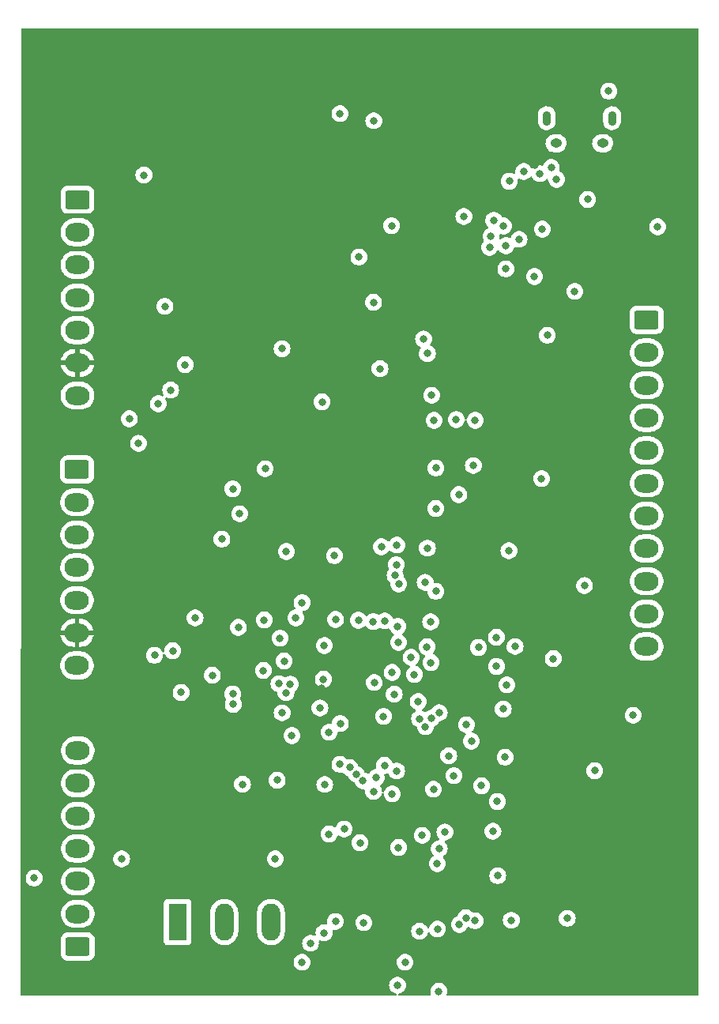
<source format=gbr>
%TF.GenerationSoftware,KiCad,Pcbnew,7.0.10*%
%TF.CreationDate,2024-02-23T13:31:40+03:00*%
%TF.ProjectId,Artorg_Board,4172746f-7267-45f4-926f-6172642e6b69,rev?*%
%TF.SameCoordinates,Original*%
%TF.FileFunction,Copper,L2,Inr*%
%TF.FilePolarity,Positive*%
%FSLAX46Y46*%
G04 Gerber Fmt 4.6, Leading zero omitted, Abs format (unit mm)*
G04 Created by KiCad (PCBNEW 7.0.10) date 2024-02-23 13:31:40*
%MOMM*%
%LPD*%
G01*
G04 APERTURE LIST*
G04 Aperture macros list*
%AMRoundRect*
0 Rectangle with rounded corners*
0 $1 Rounding radius*
0 $2 $3 $4 $5 $6 $7 $8 $9 X,Y pos of 4 corners*
0 Add a 4 corners polygon primitive as box body*
4,1,4,$2,$3,$4,$5,$6,$7,$8,$9,$2,$3,0*
0 Add four circle primitives for the rounded corners*
1,1,$1+$1,$2,$3*
1,1,$1+$1,$4,$5*
1,1,$1+$1,$6,$7*
1,1,$1+$1,$8,$9*
0 Add four rect primitives between the rounded corners*
20,1,$1+$1,$2,$3,$4,$5,0*
20,1,$1+$1,$4,$5,$6,$7,0*
20,1,$1+$1,$6,$7,$8,$9,0*
20,1,$1+$1,$8,$9,$2,$3,0*%
G04 Aperture macros list end*
%TA.AperFunction,ComponentPad*%
%ADD10R,1.980000X3.960000*%
%TD*%
%TA.AperFunction,ComponentPad*%
%ADD11O,1.980000X3.960000*%
%TD*%
%TA.AperFunction,ComponentPad*%
%ADD12RoundRect,0.250000X-1.050000X0.750000X-1.050000X-0.750000X1.050000X-0.750000X1.050000X0.750000X0*%
%TD*%
%TA.AperFunction,ComponentPad*%
%ADD13O,2.600000X2.000000*%
%TD*%
%TA.AperFunction,ComponentPad*%
%ADD14RoundRect,0.250000X1.050000X-0.750000X1.050000X0.750000X-1.050000X0.750000X-1.050000X-0.750000X0*%
%TD*%
%TA.AperFunction,ComponentPad*%
%ADD15O,0.890000X1.550000*%
%TD*%
%TA.AperFunction,ComponentPad*%
%ADD16O,1.250000X0.950000*%
%TD*%
%TA.AperFunction,ViaPad*%
%ADD17C,0.800000*%
%TD*%
G04 APERTURE END LIST*
D10*
%TO.N,Net-(J6-Pin_1)*%
%TO.C,J6*%
X156528400Y-129296000D03*
D11*
%TO.N,TACH0*%
X161528400Y-129296000D03*
%TO.N,GND*%
X166528400Y-129296000D03*
%TD*%
D12*
%TO.N,Net-(J5-Pin_1)*%
%TO.C,J5*%
X145745200Y-80803200D03*
D13*
%TO.N,Net-(J5-Pin_2)*%
X145745200Y-84303200D03*
%TO.N,Net-(J5-Pin_3)*%
X145745200Y-87803200D03*
%TO.N,Net-(J5-Pin_4)*%
X145745200Y-91303200D03*
%TO.N,Net-(J5-Pin_5)*%
X145745200Y-94803200D03*
%TO.N,VCC*%
X145745200Y-98303200D03*
%TO.N,SHD_CS1*%
X145745200Y-101803200D03*
%TD*%
D12*
%TO.N,Net-(J4-Pin_1)*%
%TO.C,J4*%
X145796000Y-51882400D03*
D13*
%TO.N,Net-(J4-Pin_2)*%
X145796000Y-55382400D03*
%TO.N,Net-(J4-Pin_3)*%
X145796000Y-58882400D03*
%TO.N,Net-(J4-Pin_4)*%
X145796000Y-62382400D03*
%TO.N,Net-(J4-Pin_5)*%
X145796000Y-65882400D03*
%TO.N,VCC*%
X145796000Y-69382400D03*
%TO.N,Net-(IC1-GPIO123{slash}SHD_CS0#[BSS_STRAP])*%
X145796000Y-72882400D03*
%TD*%
D14*
%TO.N,RST*%
%TO.C,J3*%
X145821400Y-131921800D03*
D13*
%TO.N,Net-(IC1-GPIO123{slash}SHD_CS0#[BSS_STRAP])*%
X145821400Y-128421800D03*
%TO.N,Net-(J3-Pin_3)*%
X145821400Y-124921800D03*
%TO.N,Net-(J3-Pin_4)*%
X145821400Y-121421800D03*
%TO.N,Net-(J3-Pin_5)*%
X145821400Y-117921800D03*
%TO.N,Net-(J3-Pin_6)*%
X145821400Y-114421800D03*
%TO.N,Net-(J3-Pin_7)*%
X145821400Y-110921800D03*
%TD*%
D12*
%TO.N,ADC_V0*%
%TO.C,J2*%
X206781400Y-64771200D03*
D13*
%TO.N,ADC_V1*%
X206781400Y-68271200D03*
%TO.N,ADC0_3*%
X206781400Y-71771200D03*
%TO.N,ADC_V3*%
X206781400Y-75271200D03*
%TO.N,ADC_V4*%
X206781400Y-78771200D03*
%TO.N,GP1O007*%
X206781400Y-82271200D03*
X206781400Y-85771200D03*
X206781400Y-89271200D03*
X206781400Y-92771200D03*
X206781400Y-96271200D03*
X206781400Y-99771200D03*
%TD*%
D15*
%TO.N,GND*%
%TO.C,J1*%
X203077200Y-43154600D03*
D16*
X202077200Y-45854600D03*
D15*
X196077200Y-43154600D03*
D16*
X197077200Y-45854600D03*
%TD*%
D17*
%TO.N,Net-(IC1-GPIO104{slash}LED2)*%
X187467400Y-108153200D03*
X191414400Y-106476800D03*
%TO.N,Net-(J6-Pin_1)*%
X182727600Y-120007209D03*
X176072800Y-120802400D03*
%TO.N,Net-(IC1-GPIO157{slash}LED0{slash}TST_CLK_OUT)*%
X169189400Y-96697800D03*
X169849800Y-95072200D03*
%TO.N,Net-(J6-Pin_1)*%
X174371000Y-119329200D03*
X166979600Y-122529600D03*
X185166000Y-119659400D03*
%TO.N,Net-(IC1-GPIO144{slash}KSI1{slash}DCD#)*%
X193114900Y-56134000D03*
%TO.N,Net-(IC1-GPIO143{slash}KSI0{slash}DTR#)*%
X191693800Y-59309000D03*
%TO.N,Net-(IC1-GPIO144{slash}KSI1{slash}DCD#)*%
X186664600Y-83489800D03*
X183046216Y-92901616D03*
%TO.N,GND*%
X179451000Y-54686200D03*
%TO.N,Net-(R17-Pad2)*%
X157327600Y-69570600D03*
X152323800Y-78003400D03*
%TO.N,Net-(R13-Pad2)*%
X161264600Y-88265000D03*
X156895800Y-104698800D03*
%TO.N,Net-(R14-Pad2)*%
X152908000Y-49250600D03*
X156006800Y-100228400D03*
%TO.N,Net-(R16-Pad2)*%
X155168600Y-63322200D03*
X163474400Y-114528600D03*
%TO.N,Net-(IC1-GPIO150{slash}KSI5{slash}RI#)*%
X189966600Y-56997600D03*
X192062800Y-49915800D03*
%TO.N,Net-(IC1-GPIO143{slash}KSI0{slash}DTR#)*%
X194767200Y-60121800D03*
X199085200Y-61722000D03*
X184188200Y-93853000D03*
%TO.N,Net-(IC1-GPIO123{slash}SHD_CS0#[BSS_STRAP])*%
X141147800Y-124587000D03*
X151358600Y-75361800D03*
%TO.N,RX*%
X179730400Y-104876600D03*
X187198000Y-53695600D03*
%TO.N,GP1O007*%
X172237400Y-99669600D03*
X177596800Y-103632000D03*
X181533800Y-100939600D03*
X183248400Y-99809200D03*
%TO.N,GND*%
X183667400Y-101498400D03*
%TO.N,Net-(IC1-GPIO144{slash}KSI1{slash}DCD#)*%
X195338390Y-49110590D03*
X202717400Y-40259000D03*
%TO.N,Net-(D5-K)*%
X196570600Y-48437800D03*
X207949800Y-54787800D03*
%TO.N,SHD_CS1*%
X154051000Y-100711000D03*
X163042600Y-97713800D03*
X167487600Y-98882200D03*
X172745400Y-108966000D03*
%TO.N,RST*%
X173964600Y-108026200D03*
X150520400Y-122529600D03*
%TO.N,5V_USB*%
X190093000Y-55801945D03*
X184342731Y-123048069D03*
%TO.N,GPIO003*%
X180187600Y-99339400D03*
X201218800Y-113080800D03*
%TO.N,GPIO004*%
X175895000Y-96951800D03*
X192684400Y-99771200D03*
%TO.N,GPIO036*%
X179501800Y-102539800D03*
X190677800Y-98780600D03*
%TO.N,GPIO131*%
X188758804Y-99869258D03*
X190703200Y-101904800D03*
%TO.N,GPIO165*%
X171768751Y-106364467D03*
X198272400Y-128905000D03*
%TO.N,Net-(IC1-GPIO123{slash}SHD_CS0#[BSS_STRAP])*%
X167721000Y-106883200D03*
X167187600Y-114096800D03*
%TO.N,VCC*%
X163982400Y-112242600D03*
%TO.N,Net-(IC1-GPIO126{slash}SHD_SCLK)*%
X160248600Y-102844600D03*
X168767600Y-109309200D03*
%TO.N,GPIO166*%
X182295800Y-105664000D03*
X190830200Y-124333000D03*
%TO.N,TACH0*%
X173916220Y-112392580D03*
X172289316Y-114555116D03*
%TO.N,Net-(IC1-VR_CAP)*%
X162427269Y-104859463D03*
X165709600Y-102336600D03*
%TO.N,GPIO20*%
X168603027Y-103828121D03*
X184505600Y-136712800D03*
%TO.N,GPIO21*%
X168134975Y-104711825D03*
X180086000Y-136067800D03*
%TO.N,GPIO105*%
X190306800Y-119557800D03*
X188010800Y-109905800D03*
%TO.N,GPIO106*%
X192278000Y-129108200D03*
X189091415Y-114692585D03*
%TO.N,GPIO110*%
X184554158Y-106868732D03*
X186131200Y-113614200D03*
%TO.N,GPIO111*%
X183749232Y-107462112D03*
X185572400Y-111480600D03*
%TO.N,GPIO112*%
X183083200Y-108356400D03*
X188391800Y-129159000D03*
%TO.N,GPIO113*%
X182459232Y-107512314D03*
X187416382Y-128843980D03*
%TO.N,GPIO114*%
X178587400Y-107264200D03*
X186705248Y-129555237D03*
%TO.N,GPIO167*%
X178694400Y-112496600D03*
X180898800Y-133604000D03*
%TO.N,GPIO026*%
X179527200Y-115570000D03*
X184370537Y-130051830D03*
%TO.N,GPIO061*%
X179984400Y-113106200D03*
X176474150Y-129372763D03*
%TO.N,SPI_2*%
X174976385Y-112745782D03*
X182448200Y-130276600D03*
%TO.N,PWM3*%
X177816800Y-113817400D03*
X173431601Y-129234798D03*
%TO.N,PWM2*%
X177520902Y-115290298D03*
X169849800Y-133604000D03*
%TO.N,PWM0*%
X175683494Y-113452890D03*
X170764200Y-131572000D03*
%TO.N,PWM1*%
X176390602Y-114159998D03*
X172212000Y-130454400D03*
%TO.N,TX*%
X181889400Y-102768400D03*
X191714900Y-56817568D03*
%TO.N,Net-(IC1-GPIO144{slash}KSI1{slash}DCD#)*%
X190402284Y-54095884D03*
%TO.N,Net-(IC1-GPIO151{slash}KSI6{slash}RTS#)*%
X191439800Y-54711600D03*
X180111400Y-97612200D03*
%TO.N,Net-(IC1-GPIO152{slash}KSI7{slash}CTS#)*%
X195598400Y-55045296D03*
X180221800Y-93075352D03*
%TO.N,ADC4*%
X188214000Y-80377800D03*
X179821800Y-92151200D03*
%TO.N,ADC3*%
X188417200Y-75539600D03*
X179959000Y-91008200D03*
%TO.N,ADC2*%
X186385200Y-75463400D03*
X180009800Y-88900000D03*
%TO.N,ADC1*%
X196138800Y-66421000D03*
X178358800Y-89077800D03*
%TO.N,ADC0*%
X182880000Y-66827400D03*
X178206400Y-70002400D03*
%TO.N,PVT_0*%
X162433000Y-82880200D03*
X167944800Y-101320600D03*
%TO.N,PVT_1*%
X163169600Y-85547200D03*
X165811200Y-96926400D03*
%TO.N,VCC*%
X171944930Y-104258018D03*
%TO.N,GND*%
X167716200Y-67868800D03*
%TO.N,VCC*%
X173380400Y-66827400D03*
X188950600Y-102666800D03*
X196062600Y-103327200D03*
X192125600Y-95656400D03*
X183972200Y-102895400D03*
X171881800Y-98450400D03*
%TO.N,GND*%
X172135800Y-103276400D03*
%TO.N,VCC*%
X181584600Y-89890600D03*
%TO.N,GND*%
X183642000Y-97129600D03*
%TO.N,VCC*%
X182270400Y-97155000D03*
%TO.N,GND*%
X183286400Y-89230200D03*
%TO.N,VCC*%
X174853600Y-89611200D03*
%TO.N,GND*%
X178714400Y-97028000D03*
X177469800Y-97104200D03*
X173456600Y-96875600D03*
%TO.N,VCC*%
X173685200Y-101955600D03*
X156870400Y-96875600D03*
X163728400Y-102336600D03*
X160909000Y-99745800D03*
X184404000Y-109118400D03*
X189915800Y-108305600D03*
X175971200Y-109143800D03*
X180390800Y-109372400D03*
X182759300Y-116611400D03*
X178689000Y-116662200D03*
X194843400Y-48183800D03*
%TO.N,GND*%
X193610469Y-48858610D03*
%TO.N,VCC*%
X188214000Y-46990000D03*
X177292000Y-59740800D03*
X172567600Y-62839600D03*
X165582600Y-54610000D03*
X164109400Y-57708800D03*
%TO.N,GND*%
X200456800Y-51866800D03*
X154446125Y-73749585D03*
X155778200Y-72288400D03*
X168173400Y-89585800D03*
X173329600Y-90043000D03*
X191795400Y-103886000D03*
X183286400Y-68376800D03*
X183743600Y-72847200D03*
X183997600Y-75539600D03*
X184200800Y-80645000D03*
X184188200Y-84988400D03*
X173913800Y-42672000D03*
X177546000Y-43434000D03*
X197129400Y-49707800D03*
X177520600Y-62890400D03*
X175945800Y-58039000D03*
X195529200Y-81788000D03*
X200126600Y-93243400D03*
X192024000Y-89509600D03*
X196773800Y-101066600D03*
X205333600Y-107137200D03*
X191617600Y-111633000D03*
X190779400Y-116382800D03*
X183946800Y-115062000D03*
X172745400Y-119862600D03*
X184556400Y-121437400D03*
X180187600Y-121310400D03*
X158394400Y-96697800D03*
X162483800Y-105968800D03*
X167386000Y-103759000D03*
X165912800Y-80721200D03*
X172008800Y-73558400D03*
%TD*%
%TA.AperFunction,Conductor*%
%TO.N,VCC*%
G36*
X212261139Y-33522785D02*
G01*
X212306894Y-33575589D01*
X212318100Y-33627100D01*
X212318100Y-137061452D01*
X212298415Y-137128491D01*
X212245611Y-137174246D01*
X212194143Y-137185452D01*
X185466545Y-137194800D01*
X185399499Y-137175139D01*
X185353726Y-137122351D01*
X185343758Y-137053196D01*
X185348571Y-137032482D01*
X185354228Y-137015071D01*
X185391274Y-136901056D01*
X185411060Y-136712800D01*
X185391274Y-136524544D01*
X185332779Y-136344516D01*
X185238133Y-136180584D01*
X185111471Y-136039912D01*
X185111470Y-136039911D01*
X184958334Y-135928651D01*
X184958329Y-135928648D01*
X184785407Y-135851657D01*
X184785402Y-135851655D01*
X184639601Y-135820665D01*
X184600246Y-135812300D01*
X184410954Y-135812300D01*
X184378497Y-135819198D01*
X184225797Y-135851655D01*
X184225792Y-135851657D01*
X184052870Y-135928648D01*
X184052865Y-135928651D01*
X183899729Y-136039911D01*
X183773066Y-136180585D01*
X183678421Y-136344515D01*
X183678418Y-136344522D01*
X183619927Y-136524540D01*
X183619926Y-136524544D01*
X183600140Y-136712800D01*
X183619926Y-136901056D01*
X183619927Y-136901059D01*
X183662847Y-137033154D01*
X183664842Y-137102995D01*
X183628762Y-137162828D01*
X183566061Y-137193656D01*
X183544959Y-137195472D01*
X180286343Y-137196612D01*
X180219297Y-137176951D01*
X180173524Y-137124163D01*
X180163556Y-137055008D01*
X180192559Y-136991442D01*
X180251324Y-136953647D01*
X180260485Y-136951329D01*
X180365803Y-136928944D01*
X180365807Y-136928942D01*
X180365808Y-136928942D01*
X180428440Y-136901056D01*
X180538730Y-136851951D01*
X180691871Y-136740688D01*
X180818533Y-136600016D01*
X180913179Y-136436084D01*
X180971674Y-136256056D01*
X180991460Y-136067800D01*
X180971674Y-135879544D01*
X180913179Y-135699516D01*
X180818533Y-135535584D01*
X180691871Y-135394912D01*
X180691870Y-135394911D01*
X180538734Y-135283651D01*
X180538729Y-135283648D01*
X180365807Y-135206657D01*
X180365802Y-135206655D01*
X180220001Y-135175665D01*
X180180646Y-135167300D01*
X179991354Y-135167300D01*
X179958897Y-135174198D01*
X179806197Y-135206655D01*
X179806192Y-135206657D01*
X179633270Y-135283648D01*
X179633265Y-135283651D01*
X179480129Y-135394911D01*
X179353466Y-135535585D01*
X179258821Y-135699515D01*
X179258818Y-135699522D01*
X179209387Y-135851656D01*
X179200326Y-135879544D01*
X179180540Y-136067800D01*
X179200326Y-136256056D01*
X179200327Y-136256059D01*
X179258818Y-136436077D01*
X179258821Y-136436084D01*
X179353467Y-136600016D01*
X179480129Y-136740688D01*
X179633265Y-136851948D01*
X179633270Y-136851951D01*
X179806192Y-136928942D01*
X179806193Y-136928942D01*
X179806197Y-136928944D01*
X179912138Y-136951462D01*
X179973620Y-136984654D01*
X180007397Y-137045817D01*
X180002745Y-137115531D01*
X179961141Y-137171664D01*
X179895794Y-137196392D01*
X179886401Y-137196752D01*
X141154900Y-137210300D01*
X139849900Y-137210300D01*
X139782861Y-137190615D01*
X139737106Y-137137811D01*
X139725900Y-137086300D01*
X139725900Y-135169800D01*
X139726284Y-133604000D01*
X168944340Y-133604000D01*
X168964126Y-133792256D01*
X168964127Y-133792259D01*
X169022618Y-133972277D01*
X169022621Y-133972284D01*
X169117267Y-134136216D01*
X169243929Y-134276888D01*
X169397065Y-134388148D01*
X169397070Y-134388151D01*
X169569992Y-134465142D01*
X169569997Y-134465144D01*
X169755154Y-134504500D01*
X169755155Y-134504500D01*
X169944444Y-134504500D01*
X169944446Y-134504500D01*
X170129603Y-134465144D01*
X170302530Y-134388151D01*
X170455671Y-134276888D01*
X170582333Y-134136216D01*
X170676979Y-133972284D01*
X170735474Y-133792256D01*
X170755260Y-133604000D01*
X179993340Y-133604000D01*
X180013126Y-133792256D01*
X180013127Y-133792259D01*
X180071618Y-133972277D01*
X180071621Y-133972284D01*
X180166267Y-134136216D01*
X180292929Y-134276888D01*
X180446065Y-134388148D01*
X180446070Y-134388151D01*
X180618992Y-134465142D01*
X180618997Y-134465144D01*
X180804154Y-134504500D01*
X180804155Y-134504500D01*
X180993444Y-134504500D01*
X180993446Y-134504500D01*
X181178603Y-134465144D01*
X181351530Y-134388151D01*
X181504671Y-134276888D01*
X181631333Y-134136216D01*
X181725979Y-133972284D01*
X181784474Y-133792256D01*
X181804260Y-133604000D01*
X181784474Y-133415744D01*
X181725979Y-133235716D01*
X181631333Y-133071784D01*
X181504671Y-132931112D01*
X181504670Y-132931111D01*
X181351534Y-132819851D01*
X181351529Y-132819848D01*
X181178607Y-132742857D01*
X181178602Y-132742855D01*
X181032801Y-132711865D01*
X180993446Y-132703500D01*
X180804154Y-132703500D01*
X180771697Y-132710398D01*
X180618997Y-132742855D01*
X180618992Y-132742857D01*
X180446070Y-132819848D01*
X180446065Y-132819851D01*
X180292929Y-132931111D01*
X180166266Y-133071785D01*
X180071621Y-133235715D01*
X180071618Y-133235722D01*
X180013127Y-133415740D01*
X180013126Y-133415744D01*
X179993340Y-133604000D01*
X170755260Y-133604000D01*
X170735474Y-133415744D01*
X170676979Y-133235716D01*
X170582333Y-133071784D01*
X170455671Y-132931112D01*
X170455670Y-132931111D01*
X170302534Y-132819851D01*
X170302529Y-132819848D01*
X170129607Y-132742857D01*
X170129602Y-132742855D01*
X169983801Y-132711865D01*
X169944446Y-132703500D01*
X169755154Y-132703500D01*
X169722697Y-132710398D01*
X169569997Y-132742855D01*
X169569992Y-132742857D01*
X169397070Y-132819848D01*
X169397065Y-132819851D01*
X169243929Y-132931111D01*
X169117266Y-133071785D01*
X169022621Y-133235715D01*
X169022618Y-133235722D01*
X168964127Y-133415740D01*
X168964126Y-133415744D01*
X168944340Y-133604000D01*
X139726284Y-133604000D01*
X139726500Y-132721801D01*
X144020900Y-132721801D01*
X144020901Y-132721818D01*
X144031400Y-132824596D01*
X144031401Y-132824599D01*
X144086585Y-132991131D01*
X144086586Y-132991134D01*
X144178688Y-133140456D01*
X144302744Y-133264512D01*
X144452066Y-133356614D01*
X144618603Y-133411799D01*
X144721391Y-133422300D01*
X146921408Y-133422299D01*
X147024197Y-133411799D01*
X147190734Y-133356614D01*
X147340056Y-133264512D01*
X147464112Y-133140456D01*
X147556214Y-132991134D01*
X147611399Y-132824597D01*
X147621900Y-132721809D01*
X147621899Y-131323870D01*
X155037900Y-131323870D01*
X155037901Y-131323876D01*
X155044308Y-131383483D01*
X155094602Y-131518328D01*
X155094606Y-131518335D01*
X155180852Y-131633544D01*
X155180855Y-131633547D01*
X155296064Y-131719793D01*
X155296071Y-131719797D01*
X155430917Y-131770091D01*
X155430916Y-131770091D01*
X155437844Y-131770835D01*
X155490527Y-131776500D01*
X157566272Y-131776499D01*
X157625883Y-131770091D01*
X157760731Y-131719796D01*
X157875946Y-131633546D01*
X157962196Y-131518331D01*
X158012491Y-131383483D01*
X158018900Y-131323873D01*
X158018900Y-130347656D01*
X160037900Y-130347656D01*
X160053189Y-130532165D01*
X160113828Y-130771623D01*
X160208132Y-130986616D01*
X160213052Y-130997831D01*
X160240462Y-131039785D01*
X160347567Y-131203722D01*
X160348155Y-131204621D01*
X160515452Y-131386355D01*
X160515455Y-131386357D01*
X160515458Y-131386360D01*
X160710371Y-131538067D01*
X160710377Y-131538071D01*
X160710380Y-131538073D01*
X160927621Y-131655638D01*
X161048936Y-131697285D01*
X161161246Y-131735842D01*
X161161248Y-131735842D01*
X161161250Y-131735843D01*
X161404894Y-131776500D01*
X161404895Y-131776500D01*
X161651905Y-131776500D01*
X161651906Y-131776500D01*
X161895550Y-131735843D01*
X162129179Y-131655638D01*
X162346420Y-131538073D01*
X162371780Y-131518335D01*
X162411876Y-131487126D01*
X162541348Y-131386355D01*
X162708645Y-131204621D01*
X162843748Y-130997831D01*
X162942972Y-130771623D01*
X163003610Y-130532169D01*
X163018899Y-130347656D01*
X165037900Y-130347656D01*
X165053189Y-130532165D01*
X165113828Y-130771623D01*
X165208132Y-130986616D01*
X165213052Y-130997831D01*
X165240462Y-131039785D01*
X165347567Y-131203722D01*
X165348155Y-131204621D01*
X165515452Y-131386355D01*
X165515455Y-131386357D01*
X165515458Y-131386360D01*
X165710371Y-131538067D01*
X165710377Y-131538071D01*
X165710380Y-131538073D01*
X165927621Y-131655638D01*
X166048936Y-131697285D01*
X166161246Y-131735842D01*
X166161248Y-131735842D01*
X166161250Y-131735843D01*
X166404894Y-131776500D01*
X166404895Y-131776500D01*
X166651905Y-131776500D01*
X166651906Y-131776500D01*
X166895550Y-131735843D01*
X167129179Y-131655638D01*
X167283728Y-131572000D01*
X169858740Y-131572000D01*
X169878526Y-131760256D01*
X169878527Y-131760259D01*
X169937018Y-131940277D01*
X169937021Y-131940284D01*
X170031667Y-132104216D01*
X170158329Y-132244888D01*
X170311465Y-132356148D01*
X170311470Y-132356151D01*
X170484392Y-132433142D01*
X170484397Y-132433144D01*
X170669554Y-132472500D01*
X170669555Y-132472500D01*
X170858844Y-132472500D01*
X170858846Y-132472500D01*
X171044003Y-132433144D01*
X171216930Y-132356151D01*
X171370071Y-132244888D01*
X171496733Y-132104216D01*
X171591379Y-131940284D01*
X171649874Y-131760256D01*
X171669660Y-131572000D01*
X171650943Y-131393920D01*
X171663512Y-131325193D01*
X171711245Y-131274169D01*
X171778985Y-131257051D01*
X171824695Y-131267680D01*
X171932197Y-131315544D01*
X172117354Y-131354900D01*
X172117355Y-131354900D01*
X172306644Y-131354900D01*
X172306646Y-131354900D01*
X172491803Y-131315544D01*
X172664730Y-131238551D01*
X172817871Y-131127288D01*
X172944533Y-130986616D01*
X173039179Y-130822684D01*
X173097674Y-130642656D01*
X173117460Y-130454400D01*
X173098773Y-130276600D01*
X181542740Y-130276600D01*
X181562526Y-130464856D01*
X181562527Y-130464859D01*
X181621018Y-130644877D01*
X181621021Y-130644884D01*
X181715667Y-130808816D01*
X181796970Y-130899112D01*
X181842329Y-130949488D01*
X181995465Y-131060748D01*
X181995470Y-131060751D01*
X182168392Y-131137742D01*
X182168397Y-131137744D01*
X182353554Y-131177100D01*
X182353555Y-131177100D01*
X182542844Y-131177100D01*
X182542846Y-131177100D01*
X182728003Y-131137744D01*
X182900930Y-131060751D01*
X183054071Y-130949488D01*
X183180733Y-130808816D01*
X183275379Y-130644884D01*
X183332551Y-130468925D01*
X183371987Y-130411253D01*
X183436346Y-130384054D01*
X183505192Y-130395968D01*
X183556668Y-130443212D01*
X183557865Y-130445241D01*
X183638004Y-130584046D01*
X183764666Y-130724718D01*
X183917802Y-130835978D01*
X183917807Y-130835981D01*
X184090729Y-130912972D01*
X184090734Y-130912974D01*
X184275891Y-130952330D01*
X184275892Y-130952330D01*
X184465181Y-130952330D01*
X184465183Y-130952330D01*
X184650340Y-130912974D01*
X184823267Y-130835981D01*
X184976408Y-130724718D01*
X185103070Y-130584046D01*
X185197716Y-130420114D01*
X185256211Y-130240086D01*
X185275997Y-130051830D01*
X185256211Y-129863574D01*
X185200208Y-129691216D01*
X185197718Y-129683552D01*
X185197717Y-129683551D01*
X185197716Y-129683546D01*
X185123637Y-129555237D01*
X185799788Y-129555237D01*
X185819574Y-129743493D01*
X185819575Y-129743496D01*
X185878066Y-129923514D01*
X185878069Y-129923521D01*
X185972715Y-130087453D01*
X186067702Y-130192946D01*
X186099377Y-130228125D01*
X186252513Y-130339385D01*
X186252518Y-130339388D01*
X186425440Y-130416379D01*
X186425445Y-130416381D01*
X186610602Y-130455737D01*
X186610603Y-130455737D01*
X186799892Y-130455737D01*
X186799894Y-130455737D01*
X186985051Y-130416381D01*
X187157978Y-130339388D01*
X187311119Y-130228125D01*
X187437781Y-130087453D01*
X187532427Y-129923521D01*
X187532428Y-129923515D01*
X187532430Y-129923513D01*
X187553228Y-129859501D01*
X187555158Y-129853562D01*
X187594593Y-129795888D01*
X187658952Y-129768689D01*
X187727798Y-129780603D01*
X187765237Y-129808908D01*
X187785928Y-129831887D01*
X187785935Y-129831893D01*
X187939065Y-129943148D01*
X187939070Y-129943151D01*
X188111992Y-130020142D01*
X188111997Y-130020144D01*
X188297154Y-130059500D01*
X188297155Y-130059500D01*
X188486444Y-130059500D01*
X188486446Y-130059500D01*
X188671603Y-130020144D01*
X188844530Y-129943151D01*
X188997671Y-129831888D01*
X189124333Y-129691216D01*
X189218979Y-129527284D01*
X189277474Y-129347256D01*
X189297260Y-129159000D01*
X189291921Y-129108200D01*
X191372540Y-129108200D01*
X191392326Y-129296456D01*
X191392327Y-129296459D01*
X191450818Y-129476477D01*
X191450821Y-129476484D01*
X191545467Y-129640416D01*
X191639084Y-129744388D01*
X191672129Y-129781088D01*
X191825265Y-129892348D01*
X191825270Y-129892351D01*
X191998192Y-129969342D01*
X191998197Y-129969344D01*
X192183354Y-130008700D01*
X192183355Y-130008700D01*
X192372644Y-130008700D01*
X192372646Y-130008700D01*
X192557803Y-129969344D01*
X192730730Y-129892351D01*
X192883871Y-129781088D01*
X193010533Y-129640416D01*
X193105179Y-129476484D01*
X193163674Y-129296456D01*
X193183460Y-129108200D01*
X193163674Y-128919944D01*
X193158818Y-128905000D01*
X197366940Y-128905000D01*
X197386726Y-129093256D01*
X197386727Y-129093259D01*
X197445218Y-129273277D01*
X197445221Y-129273284D01*
X197539867Y-129437216D01*
X197589601Y-129492451D01*
X197666529Y-129577888D01*
X197819665Y-129689148D01*
X197819670Y-129689151D01*
X197992592Y-129766142D01*
X197992597Y-129766144D01*
X198177754Y-129805500D01*
X198177755Y-129805500D01*
X198367044Y-129805500D01*
X198367046Y-129805500D01*
X198552203Y-129766144D01*
X198725130Y-129689151D01*
X198878271Y-129577888D01*
X199004933Y-129437216D01*
X199099579Y-129273284D01*
X199158074Y-129093256D01*
X199177860Y-128905000D01*
X199158074Y-128716744D01*
X199099579Y-128536716D01*
X199004933Y-128372784D01*
X198878271Y-128232112D01*
X198844671Y-128207700D01*
X198725134Y-128120851D01*
X198725129Y-128120848D01*
X198552207Y-128043857D01*
X198552202Y-128043855D01*
X198406401Y-128012865D01*
X198367046Y-128004500D01*
X198177754Y-128004500D01*
X198145297Y-128011398D01*
X197992597Y-128043855D01*
X197992592Y-128043857D01*
X197819670Y-128120848D01*
X197819665Y-128120851D01*
X197666529Y-128232111D01*
X197539866Y-128372785D01*
X197445221Y-128536715D01*
X197445218Y-128536722D01*
X197391327Y-128702583D01*
X197386726Y-128716744D01*
X197366940Y-128905000D01*
X193158818Y-128905000D01*
X193105179Y-128739916D01*
X193010533Y-128575984D01*
X192883871Y-128435312D01*
X192883870Y-128435311D01*
X192730734Y-128324051D01*
X192730729Y-128324048D01*
X192557807Y-128247057D01*
X192557802Y-128247055D01*
X192412001Y-128216065D01*
X192372646Y-128207700D01*
X192183354Y-128207700D01*
X192150897Y-128214598D01*
X191998197Y-128247055D01*
X191998192Y-128247057D01*
X191825270Y-128324048D01*
X191825265Y-128324051D01*
X191672129Y-128435311D01*
X191545466Y-128575985D01*
X191450821Y-128739915D01*
X191450818Y-128739922D01*
X191392327Y-128919940D01*
X191392326Y-128919944D01*
X191372540Y-129108200D01*
X189291921Y-129108200D01*
X189277474Y-128970744D01*
X189218979Y-128790716D01*
X189124333Y-128626784D01*
X188997671Y-128486112D01*
X188983335Y-128475696D01*
X188844534Y-128374851D01*
X188844529Y-128374848D01*
X188671607Y-128297857D01*
X188671602Y-128297855D01*
X188525801Y-128266865D01*
X188486446Y-128258500D01*
X188297154Y-128258500D01*
X188297149Y-128258500D01*
X188202498Y-128278618D01*
X188132831Y-128273302D01*
X188084569Y-128240300D01*
X188022253Y-128171092D01*
X188022252Y-128171091D01*
X188022246Y-128171086D01*
X187869116Y-128059831D01*
X187869111Y-128059828D01*
X187696189Y-127982837D01*
X187696184Y-127982835D01*
X187550383Y-127951845D01*
X187511028Y-127943480D01*
X187321736Y-127943480D01*
X187289279Y-127950378D01*
X187136579Y-127982835D01*
X187136574Y-127982837D01*
X186963652Y-128059828D01*
X186963647Y-128059831D01*
X186810511Y-128171091D01*
X186683848Y-128311765D01*
X186589203Y-128475695D01*
X186589201Y-128475699D01*
X186547248Y-128604818D01*
X186507810Y-128662493D01*
X186455101Y-128687789D01*
X186434341Y-128692201D01*
X186425445Y-128694093D01*
X186425444Y-128694093D01*
X186425441Y-128694094D01*
X186425440Y-128694094D01*
X186252518Y-128771085D01*
X186252513Y-128771088D01*
X186099377Y-128882348D01*
X185972714Y-129023022D01*
X185878069Y-129186952D01*
X185878066Y-129186959D01*
X185842489Y-129296456D01*
X185819574Y-129366981D01*
X185799788Y-129555237D01*
X185123637Y-129555237D01*
X185103070Y-129519614D01*
X184976408Y-129378942D01*
X184976407Y-129378941D01*
X184823271Y-129267681D01*
X184823266Y-129267678D01*
X184650344Y-129190687D01*
X184650339Y-129190685D01*
X184501268Y-129159000D01*
X184465183Y-129151330D01*
X184275891Y-129151330D01*
X184243434Y-129158228D01*
X184090734Y-129190685D01*
X184090729Y-129190687D01*
X183917807Y-129267678D01*
X183917802Y-129267681D01*
X183764666Y-129378941D01*
X183638003Y-129519615D01*
X183543358Y-129683545D01*
X183543355Y-129683552D01*
X183486186Y-129859501D01*
X183446748Y-129917177D01*
X183382390Y-129944375D01*
X183313543Y-129932460D01*
X183262068Y-129885216D01*
X183260868Y-129883182D01*
X183180736Y-129744388D01*
X183180734Y-129744385D01*
X183102363Y-129657346D01*
X183054071Y-129603712D01*
X183053204Y-129603082D01*
X182900934Y-129492451D01*
X182900929Y-129492448D01*
X182728007Y-129415457D01*
X182728002Y-129415455D01*
X182582201Y-129384465D01*
X182542846Y-129376100D01*
X182353554Y-129376100D01*
X182321097Y-129382998D01*
X182168397Y-129415455D01*
X182168392Y-129415457D01*
X181995470Y-129492448D01*
X181995465Y-129492451D01*
X181842329Y-129603711D01*
X181715666Y-129744385D01*
X181621021Y-129908315D01*
X181621018Y-129908322D01*
X181562527Y-130088340D01*
X181562526Y-130088344D01*
X181542740Y-130276600D01*
X173098773Y-130276600D01*
X173097674Y-130266144D01*
X173097672Y-130266138D01*
X173096923Y-130262614D01*
X173097082Y-130260522D01*
X173096994Y-130259681D01*
X173097147Y-130259664D01*
X173102236Y-130192946D01*
X173144371Y-130137211D01*
X173209950Y-130113104D01*
X173243989Y-130115537D01*
X173336955Y-130135298D01*
X173336956Y-130135298D01*
X173526245Y-130135298D01*
X173526247Y-130135298D01*
X173711404Y-130095942D01*
X173884331Y-130018949D01*
X174037472Y-129907686D01*
X174164134Y-129767014D01*
X174258780Y-129603082D01*
X174317275Y-129423054D01*
X174322561Y-129372763D01*
X175568690Y-129372763D01*
X175588476Y-129561019D01*
X175588477Y-129561022D01*
X175646968Y-129741040D01*
X175646971Y-129741047D01*
X175741617Y-129904979D01*
X175799570Y-129969342D01*
X175868279Y-130045651D01*
X176021415Y-130156911D01*
X176021420Y-130156914D01*
X176194342Y-130233905D01*
X176194347Y-130233907D01*
X176379504Y-130273263D01*
X176379505Y-130273263D01*
X176568794Y-130273263D01*
X176568796Y-130273263D01*
X176753953Y-130233907D01*
X176926880Y-130156914D01*
X177080021Y-130045651D01*
X177206683Y-129904979D01*
X177301329Y-129741047D01*
X177359824Y-129561019D01*
X177379610Y-129372763D01*
X177359824Y-129184507D01*
X177301329Y-129004479D01*
X177206683Y-128840547D01*
X177080021Y-128699875D01*
X177080020Y-128699874D01*
X176926884Y-128588614D01*
X176926879Y-128588611D01*
X176753957Y-128511620D01*
X176753952Y-128511618D01*
X176584942Y-128475695D01*
X176568796Y-128472263D01*
X176379504Y-128472263D01*
X176363358Y-128475695D01*
X176194347Y-128511618D01*
X176194342Y-128511620D01*
X176021420Y-128588611D01*
X176021415Y-128588614D01*
X175868279Y-128699874D01*
X175741616Y-128840548D01*
X175646971Y-129004478D01*
X175646968Y-129004485D01*
X175588477Y-129184503D01*
X175588476Y-129184507D01*
X175568690Y-129372763D01*
X174322561Y-129372763D01*
X174337061Y-129234798D01*
X174317275Y-129046542D01*
X174258780Y-128866514D01*
X174164134Y-128702582D01*
X174037472Y-128561910D01*
X174037471Y-128561909D01*
X173884335Y-128450649D01*
X173884330Y-128450646D01*
X173711408Y-128373655D01*
X173711403Y-128373653D01*
X173565602Y-128342663D01*
X173526247Y-128334298D01*
X173336955Y-128334298D01*
X173304498Y-128341196D01*
X173151798Y-128373653D01*
X173151793Y-128373655D01*
X172978871Y-128450646D01*
X172978866Y-128450649D01*
X172825730Y-128561909D01*
X172699067Y-128702583D01*
X172604422Y-128866513D01*
X172604419Y-128866520D01*
X172559594Y-129004479D01*
X172545927Y-129046542D01*
X172526141Y-129234798D01*
X172545128Y-129415456D01*
X172545928Y-129423061D01*
X172546679Y-129426593D01*
X172546519Y-129428683D01*
X172546607Y-129429517D01*
X172546454Y-129429533D01*
X172541360Y-129496260D01*
X172499221Y-129551992D01*
X172433640Y-129576094D01*
X172399608Y-129573659D01*
X172306647Y-129553900D01*
X172306646Y-129553900D01*
X172117354Y-129553900D01*
X172084897Y-129560798D01*
X171932197Y-129593255D01*
X171932192Y-129593257D01*
X171759270Y-129670248D01*
X171759265Y-129670251D01*
X171606129Y-129781511D01*
X171479466Y-129922185D01*
X171384821Y-130086115D01*
X171384818Y-130086122D01*
X171327473Y-130262614D01*
X171326326Y-130266144D01*
X171312681Y-130395968D01*
X171306540Y-130454400D01*
X171325256Y-130632477D01*
X171312686Y-130701207D01*
X171264954Y-130752230D01*
X171197214Y-130769348D01*
X171151499Y-130758717D01*
X171044006Y-130710857D01*
X171044002Y-130710855D01*
X170898201Y-130679865D01*
X170858846Y-130671500D01*
X170669554Y-130671500D01*
X170637097Y-130678398D01*
X170484397Y-130710855D01*
X170484392Y-130710857D01*
X170311470Y-130787848D01*
X170311465Y-130787851D01*
X170158329Y-130899111D01*
X170031666Y-131039785D01*
X169937021Y-131203715D01*
X169937018Y-131203722D01*
X169897979Y-131323873D01*
X169878526Y-131383744D01*
X169858740Y-131572000D01*
X167283728Y-131572000D01*
X167346420Y-131538073D01*
X167371780Y-131518335D01*
X167411876Y-131487126D01*
X167541348Y-131386355D01*
X167708645Y-131204621D01*
X167843748Y-130997831D01*
X167942972Y-130771623D01*
X168003610Y-130532169D01*
X168018900Y-130347645D01*
X168018900Y-128244355D01*
X168003610Y-128059831D01*
X167942972Y-127820377D01*
X167843748Y-127594169D01*
X167708645Y-127387379D01*
X167541348Y-127205645D01*
X167541343Y-127205641D01*
X167541341Y-127205639D01*
X167346428Y-127053932D01*
X167346422Y-127053928D01*
X167129180Y-126936362D01*
X167129171Y-126936359D01*
X166895553Y-126856157D01*
X166690307Y-126821908D01*
X166651906Y-126815500D01*
X166404894Y-126815500D01*
X166366493Y-126821908D01*
X166161246Y-126856157D01*
X165927628Y-126936359D01*
X165927619Y-126936362D01*
X165710377Y-127053928D01*
X165710371Y-127053932D01*
X165515458Y-127205639D01*
X165515455Y-127205642D01*
X165515452Y-127205644D01*
X165515452Y-127205645D01*
X165489685Y-127233636D01*
X165348152Y-127387382D01*
X165213050Y-127594172D01*
X165113828Y-127820376D01*
X165053189Y-128059834D01*
X165037900Y-128244343D01*
X165037900Y-130347656D01*
X163018899Y-130347656D01*
X163018900Y-130347645D01*
X163018900Y-128244355D01*
X163003610Y-128059831D01*
X162942972Y-127820377D01*
X162843748Y-127594169D01*
X162708645Y-127387379D01*
X162541348Y-127205645D01*
X162541343Y-127205641D01*
X162541341Y-127205639D01*
X162346428Y-127053932D01*
X162346422Y-127053928D01*
X162129180Y-126936362D01*
X162129171Y-126936359D01*
X161895553Y-126856157D01*
X161690307Y-126821908D01*
X161651906Y-126815500D01*
X161404894Y-126815500D01*
X161366493Y-126821908D01*
X161161246Y-126856157D01*
X160927628Y-126936359D01*
X160927619Y-126936362D01*
X160710377Y-127053928D01*
X160710371Y-127053932D01*
X160515458Y-127205639D01*
X160515455Y-127205642D01*
X160515452Y-127205644D01*
X160515452Y-127205645D01*
X160489685Y-127233636D01*
X160348152Y-127387382D01*
X160213050Y-127594172D01*
X160113828Y-127820376D01*
X160053189Y-128059834D01*
X160037900Y-128244343D01*
X160037900Y-130347656D01*
X158018900Y-130347656D01*
X158018899Y-127268128D01*
X158012491Y-127208517D01*
X157971131Y-127097626D01*
X157962197Y-127073671D01*
X157962193Y-127073664D01*
X157875947Y-126958455D01*
X157875944Y-126958452D01*
X157760735Y-126872206D01*
X157760728Y-126872202D01*
X157625882Y-126821908D01*
X157625883Y-126821908D01*
X157566283Y-126815501D01*
X157566281Y-126815500D01*
X157566273Y-126815500D01*
X157566264Y-126815500D01*
X155490529Y-126815500D01*
X155490523Y-126815501D01*
X155430916Y-126821908D01*
X155296071Y-126872202D01*
X155296064Y-126872206D01*
X155180855Y-126958452D01*
X155180852Y-126958455D01*
X155094606Y-127073664D01*
X155094602Y-127073671D01*
X155044308Y-127208517D01*
X155041608Y-127233636D01*
X155037901Y-127268123D01*
X155037900Y-127268135D01*
X155037900Y-131323870D01*
X147621899Y-131323870D01*
X147621899Y-131121792D01*
X147611399Y-131019003D01*
X147556214Y-130852466D01*
X147464112Y-130703144D01*
X147340056Y-130579088D01*
X147190734Y-130486986D01*
X147024197Y-130431801D01*
X147024195Y-130431800D01*
X146921410Y-130421300D01*
X144721398Y-130421300D01*
X144721381Y-130421301D01*
X144618603Y-130431800D01*
X144618600Y-130431801D01*
X144452068Y-130486985D01*
X144452063Y-130486987D01*
X144302742Y-130579089D01*
X144178689Y-130703142D01*
X144086587Y-130852463D01*
X144086586Y-130852466D01*
X144031401Y-131019003D01*
X144031401Y-131019004D01*
X144031400Y-131019004D01*
X144020900Y-131121783D01*
X144020900Y-132721801D01*
X139726500Y-132721801D01*
X139726827Y-131386357D01*
X139727523Y-128546134D01*
X144020900Y-128546134D01*
X144061829Y-128791416D01*
X144142569Y-129026602D01*
X144142572Y-129026611D01*
X144260924Y-129245306D01*
X144260926Y-129245309D01*
X144413662Y-129441544D01*
X144498469Y-129519614D01*
X144596617Y-129609966D01*
X144804793Y-129745973D01*
X145032518Y-129845863D01*
X145216083Y-129892348D01*
X145273579Y-129906908D01*
X145273581Y-129906908D01*
X145273586Y-129906909D01*
X145426989Y-129919619D01*
X145459333Y-129922300D01*
X145459337Y-129922300D01*
X146183463Y-129922300D01*
X146183467Y-129922300D01*
X146246077Y-129917111D01*
X146369213Y-129906909D01*
X146369216Y-129906908D01*
X146369221Y-129906908D01*
X146610281Y-129845863D01*
X146838007Y-129745973D01*
X147046185Y-129609964D01*
X147229138Y-129441544D01*
X147381874Y-129245309D01*
X147500228Y-129026610D01*
X147580971Y-128791414D01*
X147621900Y-128546135D01*
X147621900Y-128297465D01*
X147580971Y-128052186D01*
X147500228Y-127816990D01*
X147381874Y-127598291D01*
X147229138Y-127402056D01*
X147046185Y-127233636D01*
X147046182Y-127233633D01*
X146838006Y-127097626D01*
X146610281Y-126997736D01*
X146369224Y-126936692D01*
X146369213Y-126936690D01*
X146183477Y-126921300D01*
X146183467Y-126921300D01*
X145459333Y-126921300D01*
X145459322Y-126921300D01*
X145273586Y-126936690D01*
X145273575Y-126936692D01*
X145032518Y-126997736D01*
X144804793Y-127097626D01*
X144596617Y-127233633D01*
X144413661Y-127402057D01*
X144260924Y-127598293D01*
X144142572Y-127816988D01*
X144142569Y-127816997D01*
X144061829Y-128052183D01*
X144020900Y-128297465D01*
X144020900Y-128546134D01*
X139727523Y-128546134D01*
X139728493Y-124587000D01*
X140242340Y-124587000D01*
X140262126Y-124775256D01*
X140262127Y-124775259D01*
X140320618Y-124955277D01*
X140320621Y-124955284D01*
X140415267Y-125119216D01*
X140482731Y-125194142D01*
X140541929Y-125259888D01*
X140695065Y-125371148D01*
X140695070Y-125371151D01*
X140867992Y-125448142D01*
X140867997Y-125448144D01*
X141053154Y-125487500D01*
X141053155Y-125487500D01*
X141242444Y-125487500D01*
X141242446Y-125487500D01*
X141427603Y-125448144D01*
X141600530Y-125371151D01*
X141753671Y-125259888D01*
X141880333Y-125119216D01*
X141922527Y-125046134D01*
X144020900Y-125046134D01*
X144061829Y-125291416D01*
X144142569Y-125526602D01*
X144142572Y-125526611D01*
X144260924Y-125745306D01*
X144260926Y-125745309D01*
X144413662Y-125941544D01*
X144573144Y-126088357D01*
X144596617Y-126109966D01*
X144804793Y-126245973D01*
X145032518Y-126345863D01*
X145273575Y-126406907D01*
X145273579Y-126406908D01*
X145273581Y-126406908D01*
X145273586Y-126406909D01*
X145426989Y-126419619D01*
X145459333Y-126422300D01*
X145459337Y-126422300D01*
X146183463Y-126422300D01*
X146183467Y-126422300D01*
X146246077Y-126417111D01*
X146369213Y-126406909D01*
X146369216Y-126406908D01*
X146369221Y-126406908D01*
X146610281Y-126345863D01*
X146838007Y-126245973D01*
X147046185Y-126109964D01*
X147229138Y-125941544D01*
X147381874Y-125745309D01*
X147500228Y-125526610D01*
X147580971Y-125291414D01*
X147621900Y-125046135D01*
X147621900Y-124797465D01*
X147580971Y-124552186D01*
X147505724Y-124333000D01*
X189924740Y-124333000D01*
X189944526Y-124521256D01*
X189944527Y-124521259D01*
X190003018Y-124701277D01*
X190003021Y-124701284D01*
X190097667Y-124865216D01*
X190178759Y-124955277D01*
X190224329Y-125005888D01*
X190377465Y-125117148D01*
X190377470Y-125117151D01*
X190550392Y-125194142D01*
X190550397Y-125194144D01*
X190735554Y-125233500D01*
X190735555Y-125233500D01*
X190924844Y-125233500D01*
X190924846Y-125233500D01*
X191110003Y-125194144D01*
X191282930Y-125117151D01*
X191436071Y-125005888D01*
X191562733Y-124865216D01*
X191657379Y-124701284D01*
X191715874Y-124521256D01*
X191735660Y-124333000D01*
X191715874Y-124144744D01*
X191657379Y-123964716D01*
X191562733Y-123800784D01*
X191436071Y-123660112D01*
X191436070Y-123660111D01*
X191282934Y-123548851D01*
X191282929Y-123548848D01*
X191110007Y-123471857D01*
X191110002Y-123471855D01*
X190964201Y-123440865D01*
X190924846Y-123432500D01*
X190735554Y-123432500D01*
X190715832Y-123436692D01*
X190550397Y-123471855D01*
X190550392Y-123471857D01*
X190377470Y-123548848D01*
X190377465Y-123548851D01*
X190224329Y-123660111D01*
X190097666Y-123800785D01*
X190003021Y-123964715D01*
X190003018Y-123964722D01*
X189944527Y-124144740D01*
X189944526Y-124144744D01*
X189924740Y-124333000D01*
X147505724Y-124333000D01*
X147500228Y-124316990D01*
X147381874Y-124098291D01*
X147229138Y-123902056D01*
X147046185Y-123733636D01*
X147046182Y-123733633D01*
X146838006Y-123597626D01*
X146610281Y-123497736D01*
X146369224Y-123436692D01*
X146369213Y-123436690D01*
X146183477Y-123421300D01*
X146183467Y-123421300D01*
X145459333Y-123421300D01*
X145459322Y-123421300D01*
X145273586Y-123436690D01*
X145273575Y-123436692D01*
X145032518Y-123497736D01*
X144804793Y-123597626D01*
X144596617Y-123733633D01*
X144413661Y-123902057D01*
X144260924Y-124098293D01*
X144142572Y-124316988D01*
X144142569Y-124316997D01*
X144061829Y-124552183D01*
X144020900Y-124797465D01*
X144020900Y-125046134D01*
X141922527Y-125046134D01*
X141974979Y-124955284D01*
X142033474Y-124775256D01*
X142053260Y-124587000D01*
X142033474Y-124398744D01*
X141974979Y-124218716D01*
X141880333Y-124054784D01*
X141753671Y-123914112D01*
X141746928Y-123909213D01*
X141600534Y-123802851D01*
X141600529Y-123802848D01*
X141427607Y-123725857D01*
X141427602Y-123725855D01*
X141281801Y-123694865D01*
X141242446Y-123686500D01*
X141053154Y-123686500D01*
X141020697Y-123693398D01*
X140867997Y-123725855D01*
X140867992Y-123725857D01*
X140695070Y-123802848D01*
X140695065Y-123802851D01*
X140541929Y-123914111D01*
X140415266Y-124054785D01*
X140320621Y-124218715D01*
X140320618Y-124218722D01*
X140262127Y-124398740D01*
X140262126Y-124398744D01*
X140242340Y-124587000D01*
X139728493Y-124587000D01*
X139729238Y-121546134D01*
X144020900Y-121546134D01*
X144061829Y-121791416D01*
X144142569Y-122026602D01*
X144142572Y-122026611D01*
X144249878Y-122224895D01*
X144260926Y-122245309D01*
X144413662Y-122441544D01*
X144573144Y-122588357D01*
X144596617Y-122609966D01*
X144804793Y-122745973D01*
X145032518Y-122845863D01*
X145237944Y-122897884D01*
X145273579Y-122906908D01*
X145273581Y-122906908D01*
X145273586Y-122906909D01*
X145426989Y-122919619D01*
X145459333Y-122922300D01*
X145459337Y-122922300D01*
X146183463Y-122922300D01*
X146183467Y-122922300D01*
X146246077Y-122917111D01*
X146369213Y-122906909D01*
X146369216Y-122906908D01*
X146369221Y-122906908D01*
X146610281Y-122845863D01*
X146838007Y-122745973D01*
X147046185Y-122609964D01*
X147133484Y-122529600D01*
X149614940Y-122529600D01*
X149634726Y-122717856D01*
X149634727Y-122717859D01*
X149693218Y-122897877D01*
X149693221Y-122897884D01*
X149787867Y-123061816D01*
X149914529Y-123202488D01*
X150067665Y-123313748D01*
X150067670Y-123313751D01*
X150240592Y-123390742D01*
X150240597Y-123390744D01*
X150425754Y-123430100D01*
X150425755Y-123430100D01*
X150615044Y-123430100D01*
X150615046Y-123430100D01*
X150800203Y-123390744D01*
X150973130Y-123313751D01*
X151126271Y-123202488D01*
X151252933Y-123061816D01*
X151347579Y-122897884D01*
X151406074Y-122717856D01*
X151425860Y-122529600D01*
X166074140Y-122529600D01*
X166093926Y-122717856D01*
X166093927Y-122717859D01*
X166152418Y-122897877D01*
X166152421Y-122897884D01*
X166247067Y-123061816D01*
X166373729Y-123202488D01*
X166526865Y-123313748D01*
X166526870Y-123313751D01*
X166699792Y-123390742D01*
X166699797Y-123390744D01*
X166884954Y-123430100D01*
X166884955Y-123430100D01*
X167074244Y-123430100D01*
X167074246Y-123430100D01*
X167259403Y-123390744D01*
X167432330Y-123313751D01*
X167585471Y-123202488D01*
X167712133Y-123061816D01*
X167720070Y-123048069D01*
X183437271Y-123048069D01*
X183457057Y-123236325D01*
X183457058Y-123236328D01*
X183515549Y-123416346D01*
X183515552Y-123416353D01*
X183610198Y-123580285D01*
X183682074Y-123660111D01*
X183736860Y-123720957D01*
X183889996Y-123832217D01*
X183890001Y-123832220D01*
X184062923Y-123909211D01*
X184062928Y-123909213D01*
X184248085Y-123948569D01*
X184248086Y-123948569D01*
X184437375Y-123948569D01*
X184437377Y-123948569D01*
X184622534Y-123909213D01*
X184795461Y-123832220D01*
X184948602Y-123720957D01*
X185075264Y-123580285D01*
X185169910Y-123416353D01*
X185228405Y-123236325D01*
X185248191Y-123048069D01*
X185228405Y-122859813D01*
X185169910Y-122679785D01*
X185075264Y-122515853D01*
X184980751Y-122410886D01*
X184950521Y-122347896D01*
X184959146Y-122278561D01*
X185003887Y-122224895D01*
X185008361Y-122222109D01*
X185009127Y-122221552D01*
X185009130Y-122221551D01*
X185162271Y-122110288D01*
X185288933Y-121969616D01*
X185383579Y-121805684D01*
X185442074Y-121625656D01*
X185461860Y-121437400D01*
X185442074Y-121249144D01*
X185383579Y-121069116D01*
X185288933Y-120905184D01*
X185164396Y-120766872D01*
X185134166Y-120703881D01*
X185142791Y-120634545D01*
X185187533Y-120580880D01*
X185254185Y-120559922D01*
X185256546Y-120559900D01*
X185260644Y-120559900D01*
X185260646Y-120559900D01*
X185445803Y-120520544D01*
X185618730Y-120443551D01*
X185771871Y-120332288D01*
X185898533Y-120191616D01*
X185993179Y-120027684D01*
X186051674Y-119847656D01*
X186071460Y-119659400D01*
X186060782Y-119557800D01*
X189401340Y-119557800D01*
X189421126Y-119746056D01*
X189421127Y-119746059D01*
X189479618Y-119926077D01*
X189479621Y-119926084D01*
X189574267Y-120090016D01*
X189669214Y-120195465D01*
X189700929Y-120230688D01*
X189854065Y-120341948D01*
X189854070Y-120341951D01*
X190026992Y-120418942D01*
X190026997Y-120418944D01*
X190212154Y-120458300D01*
X190212155Y-120458300D01*
X190401444Y-120458300D01*
X190401446Y-120458300D01*
X190586603Y-120418944D01*
X190759530Y-120341951D01*
X190912671Y-120230688D01*
X191039333Y-120090016D01*
X191133979Y-119926084D01*
X191192474Y-119746056D01*
X191212260Y-119557800D01*
X191192474Y-119369544D01*
X191133979Y-119189516D01*
X191039333Y-119025584D01*
X190912671Y-118884912D01*
X190899370Y-118875248D01*
X190759534Y-118773651D01*
X190759529Y-118773648D01*
X190586607Y-118696657D01*
X190586602Y-118696655D01*
X190440801Y-118665665D01*
X190401446Y-118657300D01*
X190212154Y-118657300D01*
X190179697Y-118664198D01*
X190026997Y-118696655D01*
X190026992Y-118696657D01*
X189854070Y-118773648D01*
X189854065Y-118773651D01*
X189700929Y-118884911D01*
X189574266Y-119025585D01*
X189479621Y-119189515D01*
X189479618Y-119189522D01*
X189428820Y-119345863D01*
X189421126Y-119369544D01*
X189401340Y-119557800D01*
X186060782Y-119557800D01*
X186051674Y-119471144D01*
X185993179Y-119291116D01*
X185898533Y-119127184D01*
X185771871Y-118986512D01*
X185738271Y-118962100D01*
X185618734Y-118875251D01*
X185618729Y-118875248D01*
X185445807Y-118798257D01*
X185445802Y-118798255D01*
X185300001Y-118767265D01*
X185260646Y-118758900D01*
X185071354Y-118758900D01*
X185038897Y-118765798D01*
X184886197Y-118798255D01*
X184886192Y-118798257D01*
X184713270Y-118875248D01*
X184713265Y-118875251D01*
X184560129Y-118986511D01*
X184433466Y-119127185D01*
X184338821Y-119291115D01*
X184338818Y-119291122D01*
X184296196Y-119422300D01*
X184280326Y-119471144D01*
X184260540Y-119659400D01*
X184280326Y-119847656D01*
X184280327Y-119847659D01*
X184338818Y-120027677D01*
X184338821Y-120027684D01*
X184433467Y-120191616D01*
X184504210Y-120270184D01*
X184558004Y-120329928D01*
X184588234Y-120392919D01*
X184579609Y-120462255D01*
X184534867Y-120515920D01*
X184468215Y-120536878D01*
X184465854Y-120536900D01*
X184461754Y-120536900D01*
X184449875Y-120539425D01*
X184276597Y-120576255D01*
X184276592Y-120576257D01*
X184103670Y-120653248D01*
X184103665Y-120653251D01*
X183950529Y-120764511D01*
X183823866Y-120905185D01*
X183729221Y-121069115D01*
X183729218Y-121069122D01*
X183696219Y-121170684D01*
X183670726Y-121249144D01*
X183650940Y-121437400D01*
X183670726Y-121625656D01*
X183670727Y-121625659D01*
X183729218Y-121805677D01*
X183729221Y-121805684D01*
X183823867Y-121969616D01*
X183875178Y-122026602D01*
X183918378Y-122074581D01*
X183948608Y-122137572D01*
X183939983Y-122206908D01*
X183895241Y-122260573D01*
X183890780Y-122263350D01*
X183736860Y-122375180D01*
X183610197Y-122515854D01*
X183515552Y-122679784D01*
X183515549Y-122679791D01*
X183457058Y-122859809D01*
X183457057Y-122859813D01*
X183437271Y-123048069D01*
X167720070Y-123048069D01*
X167806779Y-122897884D01*
X167865274Y-122717856D01*
X167885060Y-122529600D01*
X167865274Y-122341344D01*
X167806779Y-122161316D01*
X167712133Y-121997384D01*
X167585471Y-121856712D01*
X167585470Y-121856711D01*
X167432334Y-121745451D01*
X167432329Y-121745448D01*
X167259407Y-121668457D01*
X167259402Y-121668455D01*
X167113601Y-121637465D01*
X167074246Y-121629100D01*
X166884954Y-121629100D01*
X166852497Y-121635998D01*
X166699797Y-121668455D01*
X166699792Y-121668457D01*
X166526870Y-121745448D01*
X166526865Y-121745451D01*
X166373729Y-121856711D01*
X166247066Y-121997385D01*
X166152421Y-122161315D01*
X166152418Y-122161322D01*
X166108453Y-122296634D01*
X166093926Y-122341344D01*
X166074140Y-122529600D01*
X151425860Y-122529600D01*
X151406074Y-122341344D01*
X151347579Y-122161316D01*
X151252933Y-121997384D01*
X151126271Y-121856712D01*
X151126270Y-121856711D01*
X150973134Y-121745451D01*
X150973129Y-121745448D01*
X150800207Y-121668457D01*
X150800202Y-121668455D01*
X150654401Y-121637465D01*
X150615046Y-121629100D01*
X150425754Y-121629100D01*
X150393297Y-121635998D01*
X150240597Y-121668455D01*
X150240592Y-121668457D01*
X150067670Y-121745448D01*
X150067665Y-121745451D01*
X149914529Y-121856711D01*
X149787866Y-121997385D01*
X149693221Y-122161315D01*
X149693218Y-122161322D01*
X149649253Y-122296634D01*
X149634726Y-122341344D01*
X149614940Y-122529600D01*
X147133484Y-122529600D01*
X147229138Y-122441544D01*
X147381874Y-122245309D01*
X147500228Y-122026610D01*
X147580971Y-121791414D01*
X147621900Y-121546135D01*
X147621900Y-121297465D01*
X147580971Y-121052186D01*
X147500228Y-120816990D01*
X147492332Y-120802400D01*
X175167340Y-120802400D01*
X175187126Y-120990656D01*
X175187127Y-120990659D01*
X175245618Y-121170677D01*
X175245621Y-121170684D01*
X175340267Y-121334616D01*
X175466929Y-121475288D01*
X175620065Y-121586548D01*
X175620070Y-121586551D01*
X175792992Y-121663542D01*
X175792997Y-121663544D01*
X175978154Y-121702900D01*
X175978155Y-121702900D01*
X176167444Y-121702900D01*
X176167446Y-121702900D01*
X176352603Y-121663544D01*
X176525530Y-121586551D01*
X176678671Y-121475288D01*
X176805333Y-121334616D01*
X176819314Y-121310400D01*
X179282140Y-121310400D01*
X179301926Y-121498656D01*
X179301927Y-121498659D01*
X179360418Y-121678677D01*
X179360421Y-121678684D01*
X179455067Y-121842616D01*
X179569417Y-121969614D01*
X179581729Y-121983288D01*
X179734865Y-122094548D01*
X179734870Y-122094551D01*
X179907792Y-122171542D01*
X179907797Y-122171544D01*
X180092954Y-122210900D01*
X180092955Y-122210900D01*
X180282244Y-122210900D01*
X180282246Y-122210900D01*
X180467403Y-122171544D01*
X180640330Y-122094551D01*
X180793471Y-121983288D01*
X180920133Y-121842616D01*
X181014779Y-121678684D01*
X181073274Y-121498656D01*
X181093060Y-121310400D01*
X181073274Y-121122144D01*
X181014779Y-120942116D01*
X180920133Y-120778184D01*
X180793471Y-120637512D01*
X180793470Y-120637511D01*
X180640334Y-120526251D01*
X180640329Y-120526248D01*
X180467407Y-120449257D01*
X180467402Y-120449255D01*
X180321601Y-120418265D01*
X180282246Y-120409900D01*
X180092954Y-120409900D01*
X180060497Y-120416798D01*
X179907797Y-120449255D01*
X179907792Y-120449257D01*
X179734870Y-120526248D01*
X179734865Y-120526251D01*
X179581729Y-120637511D01*
X179455066Y-120778185D01*
X179360421Y-120942115D01*
X179360418Y-120942122D01*
X179301927Y-121122140D01*
X179301926Y-121122144D01*
X179282140Y-121310400D01*
X176819314Y-121310400D01*
X176899979Y-121170684D01*
X176958474Y-120990656D01*
X176978260Y-120802400D01*
X176958474Y-120614144D01*
X176899979Y-120434116D01*
X176805333Y-120270184D01*
X176678671Y-120129512D01*
X176678670Y-120129511D01*
X176525534Y-120018251D01*
X176525529Y-120018248D01*
X176500735Y-120007209D01*
X181822140Y-120007209D01*
X181841926Y-120195465D01*
X181841927Y-120195468D01*
X181900418Y-120375486D01*
X181900421Y-120375493D01*
X181995067Y-120539425D01*
X182091704Y-120646751D01*
X182121729Y-120680097D01*
X182274865Y-120791357D01*
X182274870Y-120791360D01*
X182447792Y-120868351D01*
X182447797Y-120868353D01*
X182632954Y-120907709D01*
X182632955Y-120907709D01*
X182822244Y-120907709D01*
X182822246Y-120907709D01*
X183007403Y-120868353D01*
X183180330Y-120791360D01*
X183333471Y-120680097D01*
X183460133Y-120539425D01*
X183554779Y-120375493D01*
X183613274Y-120195465D01*
X183633060Y-120007209D01*
X183613274Y-119818953D01*
X183554779Y-119638925D01*
X183460133Y-119474993D01*
X183333471Y-119334321D01*
X183328054Y-119330385D01*
X183180334Y-119223060D01*
X183180329Y-119223057D01*
X183007407Y-119146066D01*
X183007402Y-119146064D01*
X182837569Y-119109966D01*
X182822246Y-119106709D01*
X182632954Y-119106709D01*
X182617631Y-119109966D01*
X182447797Y-119146064D01*
X182447792Y-119146066D01*
X182274870Y-119223057D01*
X182274865Y-119223060D01*
X182121729Y-119334320D01*
X181995066Y-119474994D01*
X181900421Y-119638924D01*
X181900418Y-119638931D01*
X181841927Y-119818949D01*
X181841926Y-119818953D01*
X181822140Y-120007209D01*
X176500735Y-120007209D01*
X176352607Y-119941257D01*
X176352602Y-119941255D01*
X176206801Y-119910265D01*
X176167446Y-119901900D01*
X175978154Y-119901900D01*
X175945697Y-119908798D01*
X175792997Y-119941255D01*
X175792992Y-119941257D01*
X175620070Y-120018248D01*
X175620065Y-120018251D01*
X175466929Y-120129511D01*
X175340266Y-120270185D01*
X175245621Y-120434115D01*
X175245618Y-120434122D01*
X175199436Y-120576257D01*
X175187126Y-120614144D01*
X175167340Y-120802400D01*
X147492332Y-120802400D01*
X147473105Y-120766872D01*
X147381875Y-120598293D01*
X147381874Y-120598291D01*
X147229138Y-120402056D01*
X147046185Y-120233636D01*
X147046182Y-120233633D01*
X146838006Y-120097626D01*
X146610281Y-119997736D01*
X146369224Y-119936692D01*
X146369213Y-119936690D01*
X146183477Y-119921300D01*
X146183467Y-119921300D01*
X145459333Y-119921300D01*
X145459322Y-119921300D01*
X145273586Y-119936690D01*
X145273575Y-119936692D01*
X145032518Y-119997736D01*
X144804793Y-120097626D01*
X144596617Y-120233633D01*
X144413661Y-120402057D01*
X144260924Y-120598293D01*
X144142572Y-120816988D01*
X144142569Y-120816997D01*
X144061829Y-121052183D01*
X144020900Y-121297465D01*
X144020900Y-121546134D01*
X139729238Y-121546134D01*
X139729651Y-119862600D01*
X171839940Y-119862600D01*
X171859726Y-120050856D01*
X171859727Y-120050859D01*
X171918218Y-120230877D01*
X171918221Y-120230884D01*
X172012867Y-120394816D01*
X172073590Y-120462255D01*
X172139529Y-120535488D01*
X172292665Y-120646748D01*
X172292670Y-120646751D01*
X172465592Y-120723742D01*
X172465597Y-120723744D01*
X172650754Y-120763100D01*
X172650755Y-120763100D01*
X172840044Y-120763100D01*
X172840046Y-120763100D01*
X173025203Y-120723744D01*
X173198130Y-120646751D01*
X173351271Y-120535488D01*
X173477933Y-120394816D01*
X173572579Y-120230884D01*
X173616755Y-120094923D01*
X173656192Y-120037249D01*
X173720551Y-120010050D01*
X173789397Y-120021964D01*
X173807571Y-120032924D01*
X173918265Y-120113348D01*
X173918270Y-120113351D01*
X174091192Y-120190342D01*
X174091197Y-120190344D01*
X174276354Y-120229700D01*
X174276355Y-120229700D01*
X174465644Y-120229700D01*
X174465646Y-120229700D01*
X174650803Y-120190344D01*
X174823730Y-120113351D01*
X174976871Y-120002088D01*
X175103533Y-119861416D01*
X175198179Y-119697484D01*
X175256674Y-119517456D01*
X175276460Y-119329200D01*
X175256674Y-119140944D01*
X175198179Y-118960916D01*
X175103533Y-118796984D01*
X174976871Y-118656312D01*
X174976870Y-118656311D01*
X174823734Y-118545051D01*
X174823729Y-118545048D01*
X174650807Y-118468057D01*
X174650802Y-118468055D01*
X174505001Y-118437065D01*
X174465646Y-118428700D01*
X174276354Y-118428700D01*
X174243897Y-118435598D01*
X174091197Y-118468055D01*
X174091192Y-118468057D01*
X173918270Y-118545048D01*
X173918265Y-118545051D01*
X173765129Y-118656311D01*
X173638466Y-118796985D01*
X173543821Y-118960915D01*
X173543819Y-118960919D01*
X173499644Y-119096876D01*
X173460206Y-119154551D01*
X173395847Y-119181749D01*
X173327001Y-119169834D01*
X173308828Y-119158875D01*
X173198134Y-119078451D01*
X173198129Y-119078448D01*
X173025207Y-119001457D01*
X173025202Y-119001455D01*
X172879401Y-118970465D01*
X172840046Y-118962100D01*
X172650754Y-118962100D01*
X172618297Y-118968998D01*
X172465597Y-119001455D01*
X172465592Y-119001457D01*
X172292670Y-119078448D01*
X172292665Y-119078451D01*
X172139529Y-119189711D01*
X172012866Y-119330385D01*
X171918221Y-119494315D01*
X171918218Y-119494322D01*
X171859727Y-119674340D01*
X171859726Y-119674344D01*
X171839940Y-119862600D01*
X139729651Y-119862600D01*
X139730096Y-118046134D01*
X144020900Y-118046134D01*
X144061829Y-118291416D01*
X144142569Y-118526602D01*
X144142572Y-118526611D01*
X144260924Y-118745306D01*
X144260926Y-118745309D01*
X144413662Y-118941544D01*
X144562381Y-119078449D01*
X144596617Y-119109966D01*
X144804793Y-119245973D01*
X145032518Y-119345863D01*
X145273575Y-119406907D01*
X145273579Y-119406908D01*
X145273581Y-119406908D01*
X145273586Y-119406909D01*
X145426989Y-119419619D01*
X145459333Y-119422300D01*
X145459337Y-119422300D01*
X146183463Y-119422300D01*
X146183467Y-119422300D01*
X146246077Y-119417111D01*
X146369213Y-119406909D01*
X146369216Y-119406908D01*
X146369221Y-119406908D01*
X146610281Y-119345863D01*
X146838007Y-119245973D01*
X147046185Y-119109964D01*
X147229138Y-118941544D01*
X147381874Y-118745309D01*
X147500228Y-118526610D01*
X147580971Y-118291414D01*
X147621900Y-118046135D01*
X147621900Y-117797465D01*
X147580971Y-117552186D01*
X147500228Y-117316990D01*
X147460697Y-117243944D01*
X147381875Y-117098293D01*
X147381874Y-117098291D01*
X147229138Y-116902056D01*
X147046185Y-116733636D01*
X147046182Y-116733633D01*
X146838006Y-116597626D01*
X146610281Y-116497736D01*
X146369224Y-116436692D01*
X146369213Y-116436690D01*
X146183477Y-116421300D01*
X146183467Y-116421300D01*
X145459333Y-116421300D01*
X145459322Y-116421300D01*
X145273586Y-116436690D01*
X145273575Y-116436692D01*
X145032518Y-116497736D01*
X144804793Y-116597626D01*
X144596617Y-116733633D01*
X144413661Y-116902057D01*
X144260924Y-117098293D01*
X144142572Y-117316988D01*
X144142569Y-117316997D01*
X144061829Y-117552183D01*
X144020900Y-117797465D01*
X144020900Y-118046134D01*
X139730096Y-118046134D01*
X139730953Y-114546134D01*
X144020900Y-114546134D01*
X144061829Y-114791416D01*
X144142569Y-115026602D01*
X144142572Y-115026611D01*
X144251561Y-115228004D01*
X144260926Y-115245309D01*
X144413662Y-115441544D01*
X144564857Y-115580729D01*
X144596617Y-115609966D01*
X144804793Y-115745973D01*
X145032518Y-115845863D01*
X145273575Y-115906907D01*
X145273579Y-115906908D01*
X145273581Y-115906908D01*
X145273586Y-115906909D01*
X145426989Y-115919619D01*
X145459333Y-115922300D01*
X145459337Y-115922300D01*
X146183463Y-115922300D01*
X146183467Y-115922300D01*
X146246077Y-115917111D01*
X146369213Y-115906909D01*
X146369216Y-115906908D01*
X146369221Y-115906908D01*
X146610281Y-115845863D01*
X146838007Y-115745973D01*
X147046185Y-115609964D01*
X147229138Y-115441544D01*
X147381874Y-115245309D01*
X147500228Y-115026610D01*
X147580971Y-114791414D01*
X147621900Y-114546135D01*
X147621900Y-114528600D01*
X162568940Y-114528600D01*
X162588726Y-114716856D01*
X162588727Y-114716859D01*
X162647218Y-114896877D01*
X162647221Y-114896884D01*
X162741867Y-115060816D01*
X162856497Y-115188125D01*
X162868529Y-115201488D01*
X163021665Y-115312748D01*
X163021670Y-115312751D01*
X163194592Y-115389742D01*
X163194597Y-115389744D01*
X163379754Y-115429100D01*
X163379755Y-115429100D01*
X163569044Y-115429100D01*
X163569046Y-115429100D01*
X163754203Y-115389744D01*
X163927130Y-115312751D01*
X164080271Y-115201488D01*
X164206933Y-115060816D01*
X164301579Y-114896884D01*
X164360074Y-114716856D01*
X164379860Y-114528600D01*
X164360074Y-114340344D01*
X164301579Y-114160316D01*
X164264908Y-114096800D01*
X166282140Y-114096800D01*
X166301926Y-114285056D01*
X166301927Y-114285059D01*
X166360418Y-114465077D01*
X166360421Y-114465084D01*
X166455067Y-114629016D01*
X166558034Y-114743372D01*
X166581729Y-114769688D01*
X166734865Y-114880948D01*
X166734870Y-114880951D01*
X166907792Y-114957942D01*
X166907797Y-114957944D01*
X167092954Y-114997300D01*
X167092955Y-114997300D01*
X167282244Y-114997300D01*
X167282246Y-114997300D01*
X167467403Y-114957944D01*
X167640330Y-114880951D01*
X167793471Y-114769688D01*
X167920133Y-114629016D01*
X167962799Y-114555116D01*
X171383856Y-114555116D01*
X171403642Y-114743372D01*
X171403643Y-114743375D01*
X171462134Y-114923393D01*
X171462137Y-114923400D01*
X171556783Y-115087332D01*
X171647538Y-115188125D01*
X171683445Y-115228004D01*
X171836581Y-115339264D01*
X171836586Y-115339267D01*
X172009508Y-115416258D01*
X172009513Y-115416260D01*
X172194670Y-115455616D01*
X172194671Y-115455616D01*
X172383960Y-115455616D01*
X172383962Y-115455616D01*
X172569119Y-115416260D01*
X172742046Y-115339267D01*
X172895187Y-115228004D01*
X173021849Y-115087332D01*
X173116495Y-114923400D01*
X173174990Y-114743372D01*
X173194776Y-114555116D01*
X173174990Y-114366860D01*
X173116495Y-114186832D01*
X173021849Y-114022900D01*
X172895187Y-113882228D01*
X172895186Y-113882227D01*
X172742050Y-113770967D01*
X172742045Y-113770964D01*
X172569123Y-113693973D01*
X172569118Y-113693971D01*
X172423317Y-113662981D01*
X172383962Y-113654616D01*
X172194670Y-113654616D01*
X172162213Y-113661514D01*
X172009513Y-113693971D01*
X172009508Y-113693973D01*
X171836586Y-113770964D01*
X171836581Y-113770967D01*
X171683445Y-113882227D01*
X171556782Y-114022901D01*
X171462137Y-114186831D01*
X171462134Y-114186838D01*
X171403643Y-114366856D01*
X171403642Y-114366860D01*
X171383856Y-114555116D01*
X167962799Y-114555116D01*
X168014779Y-114465084D01*
X168073274Y-114285056D01*
X168093060Y-114096800D01*
X168073274Y-113908544D01*
X168014779Y-113728516D01*
X167920133Y-113564584D01*
X167793471Y-113423912D01*
X167786256Y-113418670D01*
X167640334Y-113312651D01*
X167640329Y-113312648D01*
X167467407Y-113235657D01*
X167467402Y-113235655D01*
X167321601Y-113204665D01*
X167282246Y-113196300D01*
X167092954Y-113196300D01*
X167060497Y-113203198D01*
X166907797Y-113235655D01*
X166907792Y-113235657D01*
X166734870Y-113312648D01*
X166734865Y-113312651D01*
X166581729Y-113423911D01*
X166455066Y-113564585D01*
X166360421Y-113728515D01*
X166360418Y-113728522D01*
X166301961Y-113908436D01*
X166301926Y-113908544D01*
X166282140Y-114096800D01*
X164264908Y-114096800D01*
X164206933Y-113996384D01*
X164080271Y-113855712D01*
X164080270Y-113855711D01*
X163927134Y-113744451D01*
X163927129Y-113744448D01*
X163754207Y-113667457D01*
X163754202Y-113667455D01*
X163608401Y-113636465D01*
X163569046Y-113628100D01*
X163379754Y-113628100D01*
X163347297Y-113634998D01*
X163194597Y-113667455D01*
X163194592Y-113667457D01*
X163021670Y-113744448D01*
X163021665Y-113744451D01*
X162868529Y-113855711D01*
X162741866Y-113996385D01*
X162647221Y-114160315D01*
X162647218Y-114160322D01*
X162590377Y-114335262D01*
X162588726Y-114340344D01*
X162568940Y-114528600D01*
X147621900Y-114528600D01*
X147621900Y-114297465D01*
X147580971Y-114052186D01*
X147500228Y-113816990D01*
X147479716Y-113779088D01*
X147398006Y-113628100D01*
X147381874Y-113598291D01*
X147229138Y-113402056D01*
X147054996Y-113241747D01*
X147046182Y-113233633D01*
X146838006Y-113097626D01*
X146610281Y-112997736D01*
X146369224Y-112936692D01*
X146369213Y-112936690D01*
X146183477Y-112921300D01*
X146183467Y-112921300D01*
X145459333Y-112921300D01*
X145459322Y-112921300D01*
X145273586Y-112936690D01*
X145273575Y-112936692D01*
X145032518Y-112997736D01*
X144804793Y-113097626D01*
X144596617Y-113233633D01*
X144442131Y-113375848D01*
X144418553Y-113397554D01*
X144413661Y-113402057D01*
X144260924Y-113598293D01*
X144142572Y-113816988D01*
X144142569Y-113816997D01*
X144061829Y-114052183D01*
X144020900Y-114297465D01*
X144020900Y-114546134D01*
X139730953Y-114546134D01*
X139731811Y-111046134D01*
X144020900Y-111046134D01*
X144061829Y-111291416D01*
X144142569Y-111526602D01*
X144142572Y-111526611D01*
X144260924Y-111745306D01*
X144260926Y-111745309D01*
X144413662Y-111941544D01*
X144556345Y-112072893D01*
X144596617Y-112109966D01*
X144804793Y-112245973D01*
X145032518Y-112345863D01*
X145171666Y-112381100D01*
X145273579Y-112406908D01*
X145273581Y-112406908D01*
X145273586Y-112406909D01*
X145426989Y-112419619D01*
X145459333Y-112422300D01*
X145459337Y-112422300D01*
X146183463Y-112422300D01*
X146183467Y-112422300D01*
X146246077Y-112417111D01*
X146369213Y-112406909D01*
X146369216Y-112406908D01*
X146369221Y-112406908D01*
X146425801Y-112392580D01*
X173010760Y-112392580D01*
X173030546Y-112580836D01*
X173030547Y-112580839D01*
X173089038Y-112760857D01*
X173089041Y-112760864D01*
X173183687Y-112924796D01*
X173212014Y-112956256D01*
X173310349Y-113065468D01*
X173463485Y-113176728D01*
X173463490Y-113176731D01*
X173636412Y-113253722D01*
X173636417Y-113253724D01*
X173821574Y-113293080D01*
X173821575Y-113293080D01*
X174010864Y-113293080D01*
X174010866Y-113293080D01*
X174147799Y-113263974D01*
X174217463Y-113269290D01*
X174265725Y-113302291D01*
X174355555Y-113402056D01*
X174370514Y-113418670D01*
X174523650Y-113529930D01*
X174523655Y-113529933D01*
X174696576Y-113606924D01*
X174696578Y-113606924D01*
X174696582Y-113606926D01*
X174723360Y-113612617D01*
X174784839Y-113645808D01*
X174815509Y-113695588D01*
X174856313Y-113821170D01*
X174856315Y-113821174D01*
X174950961Y-113985106D01*
X175051531Y-114096800D01*
X175077623Y-114125778D01*
X175230759Y-114237038D01*
X175230764Y-114237041D01*
X175403686Y-114314032D01*
X175403687Y-114314032D01*
X175403691Y-114314034D01*
X175430467Y-114319725D01*
X175491947Y-114352916D01*
X175522617Y-114402696D01*
X175563421Y-114528278D01*
X175563423Y-114528282D01*
X175658069Y-114692214D01*
X175747391Y-114791416D01*
X175784731Y-114832886D01*
X175937867Y-114944146D01*
X175937872Y-114944149D01*
X176110794Y-115021140D01*
X176110799Y-115021142D01*
X176295956Y-115060498D01*
X176295957Y-115060498D01*
X176485241Y-115060498D01*
X176485248Y-115060498D01*
X176485254Y-115060496D01*
X176489014Y-115060101D01*
X176491186Y-115060498D01*
X176491747Y-115060498D01*
X176491747Y-115060600D01*
X176557745Y-115072661D01*
X176608775Y-115120387D01*
X176625902Y-115188125D01*
X176625312Y-115196380D01*
X176620170Y-115245309D01*
X176615442Y-115290298D01*
X176635228Y-115478554D01*
X176635229Y-115478557D01*
X176693720Y-115658575D01*
X176693723Y-115658582D01*
X176788369Y-115822514D01*
X176864357Y-115906907D01*
X176915031Y-115963186D01*
X177068167Y-116074446D01*
X177068172Y-116074449D01*
X177241094Y-116151440D01*
X177241099Y-116151442D01*
X177426256Y-116190798D01*
X177426257Y-116190798D01*
X177615546Y-116190798D01*
X177615548Y-116190798D01*
X177800705Y-116151442D01*
X177973632Y-116074449D01*
X178126773Y-115963186D01*
X178253435Y-115822514D01*
X178348081Y-115658582D01*
X178381616Y-115555371D01*
X178421053Y-115497697D01*
X178485412Y-115470498D01*
X178554258Y-115482412D01*
X178605734Y-115529656D01*
X178622867Y-115580727D01*
X178641526Y-115758256D01*
X178641527Y-115758259D01*
X178700018Y-115938277D01*
X178700021Y-115938284D01*
X178794667Y-116102216D01*
X178874427Y-116190798D01*
X178921329Y-116242888D01*
X179074465Y-116354148D01*
X179074470Y-116354151D01*
X179247392Y-116431142D01*
X179247397Y-116431144D01*
X179432554Y-116470500D01*
X179432555Y-116470500D01*
X179621844Y-116470500D01*
X179621846Y-116470500D01*
X179807003Y-116431144D01*
X179915584Y-116382800D01*
X189873940Y-116382800D01*
X189893726Y-116571056D01*
X189893727Y-116571059D01*
X189952218Y-116751077D01*
X189952221Y-116751084D01*
X190046867Y-116915016D01*
X190173529Y-117055688D01*
X190326665Y-117166948D01*
X190326670Y-117166951D01*
X190499592Y-117243942D01*
X190499597Y-117243944D01*
X190684754Y-117283300D01*
X190684755Y-117283300D01*
X190874044Y-117283300D01*
X190874046Y-117283300D01*
X191059203Y-117243944D01*
X191232130Y-117166951D01*
X191385271Y-117055688D01*
X191511933Y-116915016D01*
X191606579Y-116751084D01*
X191665074Y-116571056D01*
X191684860Y-116382800D01*
X191665074Y-116194544D01*
X191606579Y-116014516D01*
X191511933Y-115850584D01*
X191385271Y-115709912D01*
X191385270Y-115709911D01*
X191232134Y-115598651D01*
X191232129Y-115598648D01*
X191059207Y-115521657D01*
X191059202Y-115521655D01*
X190913401Y-115490665D01*
X190874046Y-115482300D01*
X190684754Y-115482300D01*
X190652297Y-115489198D01*
X190499597Y-115521655D01*
X190499592Y-115521657D01*
X190326670Y-115598648D01*
X190326665Y-115598651D01*
X190173529Y-115709911D01*
X190046866Y-115850585D01*
X189952221Y-116014515D01*
X189952218Y-116014522D01*
X189894943Y-116190798D01*
X189893726Y-116194544D01*
X189873940Y-116382800D01*
X179915584Y-116382800D01*
X179979930Y-116354151D01*
X180133071Y-116242888D01*
X180259733Y-116102216D01*
X180354379Y-115938284D01*
X180412874Y-115758256D01*
X180432660Y-115570000D01*
X180412874Y-115381744D01*
X180354379Y-115201716D01*
X180273714Y-115062000D01*
X183041340Y-115062000D01*
X183061126Y-115250256D01*
X183061127Y-115250259D01*
X183119618Y-115430277D01*
X183119621Y-115430284D01*
X183214267Y-115594216D01*
X183340929Y-115734888D01*
X183494065Y-115846148D01*
X183494070Y-115846151D01*
X183666992Y-115923142D01*
X183666997Y-115923144D01*
X183852154Y-115962500D01*
X183852155Y-115962500D01*
X184041444Y-115962500D01*
X184041446Y-115962500D01*
X184226603Y-115923144D01*
X184399530Y-115846151D01*
X184552671Y-115734888D01*
X184679333Y-115594216D01*
X184773979Y-115430284D01*
X184832474Y-115250256D01*
X184852260Y-115062000D01*
X184832474Y-114873744D01*
X184773979Y-114693716D01*
X184773326Y-114692585D01*
X188185955Y-114692585D01*
X188205741Y-114880841D01*
X188205742Y-114880844D01*
X188264233Y-115060862D01*
X188264236Y-115060869D01*
X188358882Y-115224801D01*
X188381805Y-115250259D01*
X188485544Y-115365473D01*
X188638680Y-115476733D01*
X188638685Y-115476736D01*
X188811607Y-115553727D01*
X188811612Y-115553729D01*
X188996769Y-115593085D01*
X188996770Y-115593085D01*
X189186059Y-115593085D01*
X189186061Y-115593085D01*
X189371218Y-115553729D01*
X189544145Y-115476736D01*
X189697286Y-115365473D01*
X189823948Y-115224801D01*
X189918594Y-115060869D01*
X189977089Y-114880841D01*
X189996875Y-114692585D01*
X189977089Y-114504329D01*
X189918594Y-114324301D01*
X189823948Y-114160369D01*
X189697286Y-114019697D01*
X189697285Y-114019696D01*
X189544149Y-113908436D01*
X189544144Y-113908433D01*
X189371222Y-113831442D01*
X189371217Y-113831440D01*
X189225416Y-113800450D01*
X189186061Y-113792085D01*
X188996769Y-113792085D01*
X188964312Y-113798983D01*
X188811612Y-113831440D01*
X188811607Y-113831442D01*
X188638685Y-113908433D01*
X188638680Y-113908436D01*
X188485544Y-114019696D01*
X188358881Y-114160370D01*
X188264236Y-114324300D01*
X188264233Y-114324307D01*
X188210304Y-114490285D01*
X188205741Y-114504329D01*
X188185955Y-114692585D01*
X184773326Y-114692585D01*
X184679333Y-114529784D01*
X184552671Y-114389112D01*
X184522044Y-114366860D01*
X184399534Y-114277851D01*
X184399529Y-114277848D01*
X184226607Y-114200857D01*
X184226602Y-114200855D01*
X184080801Y-114169865D01*
X184041446Y-114161500D01*
X183852154Y-114161500D01*
X183819697Y-114168398D01*
X183666997Y-114200855D01*
X183666992Y-114200857D01*
X183494070Y-114277848D01*
X183494065Y-114277851D01*
X183340929Y-114389111D01*
X183214266Y-114529785D01*
X183119621Y-114693715D01*
X183119618Y-114693722D01*
X183061127Y-114873740D01*
X183061126Y-114873744D01*
X183041340Y-115062000D01*
X180273714Y-115062000D01*
X180259733Y-115037784D01*
X180133071Y-114897112D01*
X180133070Y-114897111D01*
X179979934Y-114785851D01*
X179979929Y-114785848D01*
X179807007Y-114708857D01*
X179807002Y-114708855D01*
X179661201Y-114677865D01*
X179621846Y-114669500D01*
X179432554Y-114669500D01*
X179400097Y-114676398D01*
X179247397Y-114708855D01*
X179247392Y-114708857D01*
X179074470Y-114785848D01*
X179074465Y-114785851D01*
X178921329Y-114897111D01*
X178794666Y-115037785D01*
X178700021Y-115201715D01*
X178700019Y-115201719D01*
X178666485Y-115304926D01*
X178627047Y-115362601D01*
X178562688Y-115389799D01*
X178493842Y-115377884D01*
X178442366Y-115330639D01*
X178425234Y-115279573D01*
X178406576Y-115102042D01*
X178348081Y-114922014D01*
X178253435Y-114758082D01*
X178253434Y-114758081D01*
X178250349Y-114752737D01*
X178233876Y-114684837D01*
X178256729Y-114618810D01*
X178284845Y-114590424D01*
X178422671Y-114490288D01*
X178549333Y-114349616D01*
X178643979Y-114185684D01*
X178702474Y-114005656D01*
X178722260Y-113817400D01*
X178702474Y-113629144D01*
X178679744Y-113559191D01*
X178677750Y-113489353D01*
X178713830Y-113429520D01*
X178776530Y-113398691D01*
X178784720Y-113397554D01*
X178789038Y-113397100D01*
X178789046Y-113397100D01*
X178974203Y-113357744D01*
X178975142Y-113357325D01*
X178975735Y-113357246D01*
X178980387Y-113355735D01*
X178980663Y-113356585D01*
X179044391Y-113348040D01*
X179107668Y-113377668D01*
X179143510Y-113432287D01*
X179157218Y-113474477D01*
X179157221Y-113474484D01*
X179251867Y-113638416D01*
X179332993Y-113728515D01*
X179378529Y-113779088D01*
X179531665Y-113890348D01*
X179531670Y-113890351D01*
X179704592Y-113967342D01*
X179704597Y-113967344D01*
X179889754Y-114006700D01*
X179889755Y-114006700D01*
X180079044Y-114006700D01*
X180079046Y-114006700D01*
X180264203Y-113967344D01*
X180437130Y-113890351D01*
X180590271Y-113779088D01*
X180716933Y-113638416D01*
X180730914Y-113614200D01*
X185225740Y-113614200D01*
X185245526Y-113802456D01*
X185245527Y-113802459D01*
X185304018Y-113982477D01*
X185304021Y-113982484D01*
X185398667Y-114146416D01*
X185517009Y-114277848D01*
X185525329Y-114287088D01*
X185678465Y-114398348D01*
X185678470Y-114398351D01*
X185851392Y-114475342D01*
X185851397Y-114475344D01*
X186036554Y-114514700D01*
X186036555Y-114514700D01*
X186225844Y-114514700D01*
X186225846Y-114514700D01*
X186411003Y-114475344D01*
X186583930Y-114398351D01*
X186737071Y-114287088D01*
X186863733Y-114146416D01*
X186958379Y-113982484D01*
X187016874Y-113802456D01*
X187036660Y-113614200D01*
X187016874Y-113425944D01*
X186958379Y-113245916D01*
X186863733Y-113081984D01*
X186862667Y-113080800D01*
X200313340Y-113080800D01*
X200333126Y-113269056D01*
X200333127Y-113269059D01*
X200391618Y-113449077D01*
X200391621Y-113449084D01*
X200486267Y-113613016D01*
X200604609Y-113744448D01*
X200612929Y-113753688D01*
X200766065Y-113864948D01*
X200766070Y-113864951D01*
X200938992Y-113941942D01*
X200938997Y-113941944D01*
X201124154Y-113981300D01*
X201124155Y-113981300D01*
X201313444Y-113981300D01*
X201313446Y-113981300D01*
X201498603Y-113941944D01*
X201671530Y-113864951D01*
X201824671Y-113753688D01*
X201951333Y-113613016D01*
X202045979Y-113449084D01*
X202104474Y-113269056D01*
X202124260Y-113080800D01*
X202104474Y-112892544D01*
X202045979Y-112712516D01*
X201951333Y-112548584D01*
X201824671Y-112407912D01*
X201824670Y-112407911D01*
X201671534Y-112296651D01*
X201671529Y-112296648D01*
X201498607Y-112219657D01*
X201498602Y-112219655D01*
X201352801Y-112188665D01*
X201313446Y-112180300D01*
X201124154Y-112180300D01*
X201091697Y-112187198D01*
X200938997Y-112219655D01*
X200938992Y-112219657D01*
X200766070Y-112296648D01*
X200766065Y-112296651D01*
X200612929Y-112407911D01*
X200486266Y-112548585D01*
X200391621Y-112712515D01*
X200391618Y-112712522D01*
X200353431Y-112830051D01*
X200333126Y-112892544D01*
X200313340Y-113080800D01*
X186862667Y-113080800D01*
X186737071Y-112941312D01*
X186737070Y-112941311D01*
X186583934Y-112830051D01*
X186583929Y-112830048D01*
X186411007Y-112753057D01*
X186411002Y-112753055D01*
X186265201Y-112722065D01*
X186225846Y-112713700D01*
X186036554Y-112713700D01*
X186004097Y-112720598D01*
X185851397Y-112753055D01*
X185851392Y-112753057D01*
X185678470Y-112830048D01*
X185678465Y-112830051D01*
X185525329Y-112941311D01*
X185398666Y-113081985D01*
X185304021Y-113245915D01*
X185304018Y-113245922D01*
X185246186Y-113423912D01*
X185245526Y-113425944D01*
X185225740Y-113614200D01*
X180730914Y-113614200D01*
X180811579Y-113474484D01*
X180870074Y-113294456D01*
X180889860Y-113106200D01*
X180870074Y-112917944D01*
X180811579Y-112737916D01*
X180716933Y-112573984D01*
X180590271Y-112433312D01*
X180590270Y-112433311D01*
X180437134Y-112322051D01*
X180437129Y-112322048D01*
X180264207Y-112245057D01*
X180264202Y-112245055D01*
X180116053Y-112213566D01*
X180079046Y-112205700D01*
X179889754Y-112205700D01*
X179852747Y-112213566D01*
X179704598Y-112245055D01*
X179704589Y-112245058D01*
X179703645Y-112245479D01*
X179703050Y-112245558D01*
X179698414Y-112247065D01*
X179698138Y-112246216D01*
X179634394Y-112254758D01*
X179571121Y-112225123D01*
X179535289Y-112170512D01*
X179533568Y-112165214D01*
X179521579Y-112128316D01*
X179426933Y-111964384D01*
X179300271Y-111823712D01*
X179296891Y-111821256D01*
X179147134Y-111712451D01*
X179147129Y-111712448D01*
X178974207Y-111635457D01*
X178974202Y-111635455D01*
X178828401Y-111604465D01*
X178789046Y-111596100D01*
X178599754Y-111596100D01*
X178567297Y-111602998D01*
X178414597Y-111635455D01*
X178414592Y-111635457D01*
X178241670Y-111712448D01*
X178241665Y-111712451D01*
X178088529Y-111823711D01*
X177961866Y-111964385D01*
X177867221Y-112128315D01*
X177867218Y-112128322D01*
X177826137Y-112254758D01*
X177808726Y-112308344D01*
X177788940Y-112496600D01*
X177808726Y-112684856D01*
X177808727Y-112684859D01*
X177831454Y-112754806D01*
X177833449Y-112824647D01*
X177797369Y-112884480D01*
X177734668Y-112915308D01*
X177726491Y-112916444D01*
X177722155Y-112916899D01*
X177536997Y-112956255D01*
X177536992Y-112956257D01*
X177364070Y-113033248D01*
X177364065Y-113033251D01*
X177210929Y-113144511D01*
X177084265Y-113285185D01*
X177045050Y-113353109D01*
X176994483Y-113401325D01*
X176925876Y-113414547D01*
X176864780Y-113391429D01*
X176843334Y-113375848D01*
X176843331Y-113375846D01*
X176670409Y-113298855D01*
X176670408Y-113298854D01*
X176643624Y-113293161D01*
X176582143Y-113259966D01*
X176551478Y-113210191D01*
X176525771Y-113131074D01*
X176510675Y-113084611D01*
X176510672Y-113084605D01*
X176416027Y-112920674D01*
X176289365Y-112780002D01*
X176263024Y-112760864D01*
X176136228Y-112668741D01*
X176136223Y-112668738D01*
X175963300Y-112591747D01*
X175963298Y-112591746D01*
X175963297Y-112591746D01*
X175946616Y-112588200D01*
X175936515Y-112586053D01*
X175875034Y-112552859D01*
X175844369Y-112503083D01*
X175813120Y-112406907D01*
X175803566Y-112377503D01*
X175803563Y-112377497D01*
X175708918Y-112213566D01*
X175582256Y-112072894D01*
X175515375Y-112024302D01*
X175429119Y-111961633D01*
X175429114Y-111961630D01*
X175256192Y-111884639D01*
X175256187Y-111884637D01*
X175087944Y-111848877D01*
X175071031Y-111845282D01*
X174881739Y-111845282D01*
X174881738Y-111845282D01*
X174744807Y-111874387D01*
X174675140Y-111869071D01*
X174626878Y-111836070D01*
X174522091Y-111719692D01*
X174512122Y-111712449D01*
X174368954Y-111608431D01*
X174368949Y-111608428D01*
X174196027Y-111531437D01*
X174196022Y-111531435D01*
X174050221Y-111500445D01*
X174010866Y-111492080D01*
X173821574Y-111492080D01*
X173789117Y-111498978D01*
X173636417Y-111531435D01*
X173636412Y-111531437D01*
X173463490Y-111608428D01*
X173463485Y-111608431D01*
X173310349Y-111719691D01*
X173183686Y-111860365D01*
X173089041Y-112024295D01*
X173089038Y-112024302D01*
X173043253Y-112165216D01*
X173030546Y-112204324D01*
X173010760Y-112392580D01*
X146425801Y-112392580D01*
X146610281Y-112345863D01*
X146838007Y-112245973D01*
X147046185Y-112109964D01*
X147229138Y-111941544D01*
X147381874Y-111745309D01*
X147500228Y-111526610D01*
X147516023Y-111480600D01*
X184666940Y-111480600D01*
X184686726Y-111668856D01*
X184686727Y-111668859D01*
X184745218Y-111848877D01*
X184745221Y-111848884D01*
X184839867Y-112012816D01*
X184966529Y-112153488D01*
X185119665Y-112264748D01*
X185119670Y-112264751D01*
X185292592Y-112341742D01*
X185292597Y-112341744D01*
X185477754Y-112381100D01*
X185477755Y-112381100D01*
X185667044Y-112381100D01*
X185667046Y-112381100D01*
X185852203Y-112341744D01*
X186025130Y-112264751D01*
X186178271Y-112153488D01*
X186304933Y-112012816D01*
X186399579Y-111848884D01*
X186458074Y-111668856D01*
X186461843Y-111633000D01*
X190712140Y-111633000D01*
X190731926Y-111821256D01*
X190731927Y-111821259D01*
X190790418Y-112001277D01*
X190790421Y-112001284D01*
X190885067Y-112165216D01*
X190974689Y-112264751D01*
X191011729Y-112305888D01*
X191164865Y-112417148D01*
X191164870Y-112417151D01*
X191337792Y-112494142D01*
X191337797Y-112494144D01*
X191522954Y-112533500D01*
X191522955Y-112533500D01*
X191712244Y-112533500D01*
X191712246Y-112533500D01*
X191897403Y-112494144D01*
X192070330Y-112417151D01*
X192223471Y-112305888D01*
X192350133Y-112165216D01*
X192444779Y-112001284D01*
X192503274Y-111821256D01*
X192523060Y-111633000D01*
X192503274Y-111444744D01*
X192444779Y-111264716D01*
X192350133Y-111100784D01*
X192223471Y-110960112D01*
X192223470Y-110960111D01*
X192070334Y-110848851D01*
X192070329Y-110848848D01*
X191897407Y-110771857D01*
X191897402Y-110771855D01*
X191751601Y-110740865D01*
X191712246Y-110732500D01*
X191522954Y-110732500D01*
X191490497Y-110739398D01*
X191337797Y-110771855D01*
X191337792Y-110771857D01*
X191164870Y-110848848D01*
X191164865Y-110848851D01*
X191011729Y-110960111D01*
X190885066Y-111100785D01*
X190790421Y-111264715D01*
X190790418Y-111264722D01*
X190731927Y-111444740D01*
X190731926Y-111444744D01*
X190712140Y-111633000D01*
X186461843Y-111633000D01*
X186477860Y-111480600D01*
X186458074Y-111292344D01*
X186399579Y-111112316D01*
X186304933Y-110948384D01*
X186178271Y-110807712D01*
X186176328Y-110806300D01*
X186025134Y-110696451D01*
X186025129Y-110696448D01*
X185852207Y-110619457D01*
X185852202Y-110619455D01*
X185706401Y-110588465D01*
X185667046Y-110580100D01*
X185477754Y-110580100D01*
X185445297Y-110586998D01*
X185292597Y-110619455D01*
X185292592Y-110619457D01*
X185119670Y-110696448D01*
X185119665Y-110696451D01*
X184966529Y-110807711D01*
X184839866Y-110948385D01*
X184745221Y-111112315D01*
X184745218Y-111112322D01*
X184686727Y-111292340D01*
X184686726Y-111292344D01*
X184666940Y-111480600D01*
X147516023Y-111480600D01*
X147580971Y-111291414D01*
X147621900Y-111046135D01*
X147621900Y-110797465D01*
X147580971Y-110552186D01*
X147500228Y-110316990D01*
X147381874Y-110098291D01*
X147229138Y-109902056D01*
X147046185Y-109733636D01*
X147046182Y-109733633D01*
X146838006Y-109597626D01*
X146610281Y-109497736D01*
X146369224Y-109436692D01*
X146369213Y-109436690D01*
X146183477Y-109421300D01*
X146183467Y-109421300D01*
X145459333Y-109421300D01*
X145459322Y-109421300D01*
X145273586Y-109436690D01*
X145273575Y-109436692D01*
X145032518Y-109497736D01*
X144804793Y-109597626D01*
X144596617Y-109733633D01*
X144413661Y-109902057D01*
X144260924Y-110098293D01*
X144142572Y-110316988D01*
X144142569Y-110316997D01*
X144061829Y-110552183D01*
X144020900Y-110797465D01*
X144020900Y-111046134D01*
X139731811Y-111046134D01*
X139732237Y-109309200D01*
X167862140Y-109309200D01*
X167881926Y-109497456D01*
X167881927Y-109497459D01*
X167940418Y-109677477D01*
X167940421Y-109677484D01*
X168035067Y-109841416D01*
X168057653Y-109866500D01*
X168161729Y-109982088D01*
X168314865Y-110093348D01*
X168314870Y-110093351D01*
X168487792Y-110170342D01*
X168487797Y-110170344D01*
X168672954Y-110209700D01*
X168672955Y-110209700D01*
X168862244Y-110209700D01*
X168862246Y-110209700D01*
X169047403Y-110170344D01*
X169220330Y-110093351D01*
X169373471Y-109982088D01*
X169500133Y-109841416D01*
X169594779Y-109677484D01*
X169653274Y-109497456D01*
X169673060Y-109309200D01*
X169653274Y-109120944D01*
X169602929Y-108966000D01*
X171839940Y-108966000D01*
X171859726Y-109154256D01*
X171859727Y-109154259D01*
X171918218Y-109334277D01*
X171918221Y-109334284D01*
X172012867Y-109498216D01*
X172139529Y-109638888D01*
X172292665Y-109750148D01*
X172292670Y-109750151D01*
X172465592Y-109827142D01*
X172465597Y-109827144D01*
X172650754Y-109866500D01*
X172650755Y-109866500D01*
X172840044Y-109866500D01*
X172840046Y-109866500D01*
X173025203Y-109827144D01*
X173198130Y-109750151D01*
X173351271Y-109638888D01*
X173477933Y-109498216D01*
X173572579Y-109334284D01*
X173631074Y-109154256D01*
X173645293Y-109018964D01*
X173671876Y-108954353D01*
X173729173Y-108914368D01*
X173794392Y-108910639D01*
X173869954Y-108926700D01*
X173869955Y-108926700D01*
X174059244Y-108926700D01*
X174059246Y-108926700D01*
X174244403Y-108887344D01*
X174417330Y-108810351D01*
X174570471Y-108699088D01*
X174697133Y-108558416D01*
X174791779Y-108394484D01*
X174850274Y-108214456D01*
X174870060Y-108026200D01*
X174850274Y-107837944D01*
X174791779Y-107657916D01*
X174697133Y-107493984D01*
X174570471Y-107353312D01*
X174549316Y-107337942D01*
X174447819Y-107264200D01*
X177681940Y-107264200D01*
X177701726Y-107452456D01*
X177701727Y-107452459D01*
X177760218Y-107632477D01*
X177760221Y-107632484D01*
X177854867Y-107796416D01*
X177930659Y-107880591D01*
X177981529Y-107937088D01*
X178134665Y-108048348D01*
X178134670Y-108048351D01*
X178307592Y-108125342D01*
X178307597Y-108125344D01*
X178492754Y-108164700D01*
X178492755Y-108164700D01*
X178682044Y-108164700D01*
X178682046Y-108164700D01*
X178867203Y-108125344D01*
X179040130Y-108048351D01*
X179193271Y-107937088D01*
X179319933Y-107796416D01*
X179414579Y-107632484D01*
X179473074Y-107452456D01*
X179492860Y-107264200D01*
X179473074Y-107075944D01*
X179414579Y-106895916D01*
X179319933Y-106731984D01*
X179193271Y-106591312D01*
X179193270Y-106591311D01*
X179040134Y-106480051D01*
X179040129Y-106480048D01*
X178867207Y-106403057D01*
X178867202Y-106403055D01*
X178685654Y-106364467D01*
X178682046Y-106363700D01*
X178492754Y-106363700D01*
X178489146Y-106364467D01*
X178307597Y-106403055D01*
X178307592Y-106403057D01*
X178134670Y-106480048D01*
X178134665Y-106480051D01*
X177981529Y-106591311D01*
X177854866Y-106731985D01*
X177760221Y-106895915D01*
X177760218Y-106895922D01*
X177723472Y-107009016D01*
X177701726Y-107075944D01*
X177681940Y-107264200D01*
X174447819Y-107264200D01*
X174417334Y-107242051D01*
X174417329Y-107242048D01*
X174244407Y-107165057D01*
X174244402Y-107165055D01*
X174098601Y-107134065D01*
X174059246Y-107125700D01*
X173869954Y-107125700D01*
X173837497Y-107132598D01*
X173684797Y-107165055D01*
X173684792Y-107165057D01*
X173511870Y-107242048D01*
X173511865Y-107242051D01*
X173358729Y-107353311D01*
X173232066Y-107493985D01*
X173137421Y-107657915D01*
X173137418Y-107657922D01*
X173078927Y-107837940D01*
X173078926Y-107837944D01*
X173074444Y-107880591D01*
X173064707Y-107973232D01*
X173038122Y-108037846D01*
X172980825Y-108077831D01*
X172915607Y-108081560D01*
X172840046Y-108065500D01*
X172650754Y-108065500D01*
X172618297Y-108072398D01*
X172465597Y-108104855D01*
X172465592Y-108104857D01*
X172292670Y-108181848D01*
X172292665Y-108181851D01*
X172139529Y-108293111D01*
X172012866Y-108433785D01*
X171918221Y-108597715D01*
X171918218Y-108597722D01*
X171859727Y-108777740D01*
X171859726Y-108777744D01*
X171839940Y-108966000D01*
X169602929Y-108966000D01*
X169594779Y-108940916D01*
X169500133Y-108776984D01*
X169373471Y-108636312D01*
X169373470Y-108636311D01*
X169220334Y-108525051D01*
X169220329Y-108525048D01*
X169047407Y-108448057D01*
X169047402Y-108448055D01*
X168876294Y-108411686D01*
X168862246Y-108408700D01*
X168672954Y-108408700D01*
X168658906Y-108411686D01*
X168487797Y-108448055D01*
X168487792Y-108448057D01*
X168314870Y-108525048D01*
X168314865Y-108525051D01*
X168161729Y-108636311D01*
X168035066Y-108776985D01*
X167940421Y-108940915D01*
X167940418Y-108940922D01*
X167896280Y-109076767D01*
X167881926Y-109120944D01*
X167862140Y-109309200D01*
X139732237Y-109309200D01*
X139732831Y-106883200D01*
X166815540Y-106883200D01*
X166835326Y-107071456D01*
X166835327Y-107071459D01*
X166893818Y-107251477D01*
X166893821Y-107251484D01*
X166988467Y-107415416D01*
X167059211Y-107493985D01*
X167115129Y-107556088D01*
X167268265Y-107667348D01*
X167268270Y-107667351D01*
X167441192Y-107744342D01*
X167441197Y-107744344D01*
X167626354Y-107783700D01*
X167626355Y-107783700D01*
X167815644Y-107783700D01*
X167815646Y-107783700D01*
X168000803Y-107744344D01*
X168173730Y-107667351D01*
X168326871Y-107556088D01*
X168453533Y-107415416D01*
X168548179Y-107251484D01*
X168606674Y-107071456D01*
X168626460Y-106883200D01*
X168606674Y-106694944D01*
X168548179Y-106514916D01*
X168461317Y-106364467D01*
X170863291Y-106364467D01*
X170883077Y-106552723D01*
X170883078Y-106552726D01*
X170941569Y-106732744D01*
X170941572Y-106732751D01*
X171036218Y-106896683D01*
X171162880Y-107037355D01*
X171316016Y-107148615D01*
X171316021Y-107148618D01*
X171488943Y-107225609D01*
X171488948Y-107225611D01*
X171674105Y-107264967D01*
X171674106Y-107264967D01*
X171863395Y-107264967D01*
X171863397Y-107264967D01*
X172048554Y-107225611D01*
X172221481Y-107148618D01*
X172374622Y-107037355D01*
X172501284Y-106896683D01*
X172595930Y-106732751D01*
X172654425Y-106552723D01*
X172674211Y-106364467D01*
X172654425Y-106176211D01*
X172595930Y-105996183D01*
X172501284Y-105832251D01*
X172374622Y-105691579D01*
X172332187Y-105660748D01*
X172221485Y-105580318D01*
X172221480Y-105580315D01*
X172048558Y-105503324D01*
X172048553Y-105503322D01*
X171902752Y-105472332D01*
X171863397Y-105463967D01*
X171674105Y-105463967D01*
X171641648Y-105470865D01*
X171488948Y-105503322D01*
X171488943Y-105503324D01*
X171316021Y-105580315D01*
X171316016Y-105580318D01*
X171162880Y-105691578D01*
X171036217Y-105832252D01*
X170941572Y-105996182D01*
X170941569Y-105996189D01*
X170889300Y-106157059D01*
X170883077Y-106176211D01*
X170863291Y-106364467D01*
X168461317Y-106364467D01*
X168453533Y-106350984D01*
X168326871Y-106210312D01*
X168326870Y-106210311D01*
X168173734Y-106099051D01*
X168173729Y-106099048D01*
X168000807Y-106022057D01*
X168000802Y-106022055D01*
X167855001Y-105991065D01*
X167815646Y-105982700D01*
X167626354Y-105982700D01*
X167593897Y-105989598D01*
X167441197Y-106022055D01*
X167441192Y-106022057D01*
X167268270Y-106099048D01*
X167268265Y-106099051D01*
X167115129Y-106210311D01*
X166988466Y-106350985D01*
X166893821Y-106514915D01*
X166893818Y-106514922D01*
X166852630Y-106641688D01*
X166835326Y-106694944D01*
X166815540Y-106883200D01*
X139732831Y-106883200D01*
X139733366Y-104698800D01*
X155990340Y-104698800D01*
X156010126Y-104887056D01*
X156010127Y-104887059D01*
X156068618Y-105067077D01*
X156068621Y-105067084D01*
X156163267Y-105231016D01*
X156289929Y-105371688D01*
X156443065Y-105482948D01*
X156443070Y-105482951D01*
X156615992Y-105559942D01*
X156615997Y-105559944D01*
X156801154Y-105599300D01*
X156801155Y-105599300D01*
X156990444Y-105599300D01*
X156990446Y-105599300D01*
X157175603Y-105559944D01*
X157348530Y-105482951D01*
X157501671Y-105371688D01*
X157628333Y-105231016D01*
X157722979Y-105067084D01*
X157781474Y-104887056D01*
X157784374Y-104859463D01*
X161521809Y-104859463D01*
X161541595Y-105047719D01*
X161541596Y-105047722D01*
X161600087Y-105227740D01*
X161600090Y-105227747D01*
X161697985Y-105397307D01*
X161696368Y-105398240D01*
X161716828Y-105455563D01*
X161701010Y-105523619D01*
X161700419Y-105524654D01*
X161656620Y-105600516D01*
X161599245Y-105777100D01*
X161598126Y-105780544D01*
X161578340Y-105968800D01*
X161598126Y-106157056D01*
X161598127Y-106157059D01*
X161656618Y-106337077D01*
X161656621Y-106337084D01*
X161751267Y-106501016D01*
X161851030Y-106611814D01*
X161877929Y-106641688D01*
X162031065Y-106752948D01*
X162031070Y-106752951D01*
X162203992Y-106829942D01*
X162203997Y-106829944D01*
X162389154Y-106869300D01*
X162389155Y-106869300D01*
X162578444Y-106869300D01*
X162578446Y-106869300D01*
X162763603Y-106829944D01*
X162936530Y-106752951D01*
X163089671Y-106641688D01*
X163216333Y-106501016D01*
X163310979Y-106337084D01*
X163369474Y-106157056D01*
X163389260Y-105968800D01*
X163369474Y-105780544D01*
X163310979Y-105600516D01*
X163216333Y-105436584D01*
X163213084Y-105430956D01*
X163214698Y-105430024D01*
X163194239Y-105372687D01*
X163210064Y-105304633D01*
X163210603Y-105303687D01*
X163254448Y-105227747D01*
X163312943Y-105047719D01*
X163332729Y-104859463D01*
X163312943Y-104671207D01*
X163257642Y-104501008D01*
X163254450Y-104491185D01*
X163254449Y-104491184D01*
X163254448Y-104491179D01*
X163159802Y-104327247D01*
X163033140Y-104186575D01*
X163033139Y-104186574D01*
X162880003Y-104075314D01*
X162879998Y-104075311D01*
X162707076Y-103998320D01*
X162707071Y-103998318D01*
X162561270Y-103967328D01*
X162521915Y-103958963D01*
X162332623Y-103958963D01*
X162300166Y-103965861D01*
X162147466Y-103998318D01*
X162147461Y-103998320D01*
X161974539Y-104075311D01*
X161974534Y-104075314D01*
X161821398Y-104186574D01*
X161694735Y-104327248D01*
X161600090Y-104491178D01*
X161600087Y-104491185D01*
X161541939Y-104670148D01*
X161541595Y-104671207D01*
X161521809Y-104859463D01*
X157784374Y-104859463D01*
X157801260Y-104698800D01*
X157781474Y-104510544D01*
X157722979Y-104330516D01*
X157628333Y-104166584D01*
X157501671Y-104025912D01*
X157501670Y-104025911D01*
X157348534Y-103914651D01*
X157348529Y-103914648D01*
X157175607Y-103837657D01*
X157175602Y-103837655D01*
X157029801Y-103806665D01*
X156990446Y-103798300D01*
X156801154Y-103798300D01*
X156768697Y-103805198D01*
X156615997Y-103837655D01*
X156615992Y-103837657D01*
X156443070Y-103914648D01*
X156443065Y-103914651D01*
X156289929Y-104025911D01*
X156163266Y-104166585D01*
X156068621Y-104330515D01*
X156068618Y-104330522D01*
X156013224Y-104501008D01*
X156010126Y-104510544D01*
X155990340Y-104698800D01*
X139733366Y-104698800D01*
X139733596Y-103759000D01*
X166480540Y-103759000D01*
X166500326Y-103947256D01*
X166500327Y-103947259D01*
X166558818Y-104127277D01*
X166558821Y-104127284D01*
X166653467Y-104291216D01*
X166715704Y-104360337D01*
X166780129Y-104431888D01*
X166933265Y-104543148D01*
X166933270Y-104543151D01*
X167106191Y-104620142D01*
X167106193Y-104620142D01*
X167106197Y-104620144D01*
X167134354Y-104626128D01*
X167195833Y-104659319D01*
X167229611Y-104720481D01*
X167231893Y-104734456D01*
X167239083Y-104802857D01*
X167249301Y-104900081D01*
X167249302Y-104900084D01*
X167307793Y-105080102D01*
X167307796Y-105080109D01*
X167402442Y-105244041D01*
X167517376Y-105371688D01*
X167529104Y-105384713D01*
X167682240Y-105495973D01*
X167682245Y-105495976D01*
X167855167Y-105572967D01*
X167855172Y-105572969D01*
X168040329Y-105612325D01*
X168040330Y-105612325D01*
X168229619Y-105612325D01*
X168229621Y-105612325D01*
X168414778Y-105572969D01*
X168587705Y-105495976D01*
X168740846Y-105384713D01*
X168867508Y-105244041D01*
X168962154Y-105080109D01*
X169020649Y-104900081D01*
X169023117Y-104876600D01*
X178824940Y-104876600D01*
X178844726Y-105064856D01*
X178844727Y-105064859D01*
X178903218Y-105244877D01*
X178903221Y-105244884D01*
X178997867Y-105408816D01*
X179102168Y-105524654D01*
X179124529Y-105549488D01*
X179277665Y-105660748D01*
X179277670Y-105660751D01*
X179450592Y-105737742D01*
X179450597Y-105737744D01*
X179635754Y-105777100D01*
X179635755Y-105777100D01*
X179825044Y-105777100D01*
X179825046Y-105777100D01*
X180010203Y-105737744D01*
X180175833Y-105664000D01*
X181390340Y-105664000D01*
X181410126Y-105852256D01*
X181410127Y-105852259D01*
X181468618Y-106032277D01*
X181468621Y-106032284D01*
X181563267Y-106196216D01*
X181646396Y-106288540D01*
X181689929Y-106336888D01*
X181843065Y-106448148D01*
X181843070Y-106448151D01*
X181987162Y-106512306D01*
X182040399Y-106557556D01*
X182060720Y-106624405D01*
X182041674Y-106691629D01*
X182009612Y-106725903D01*
X181853359Y-106839427D01*
X181726698Y-106980099D01*
X181632053Y-107144029D01*
X181632050Y-107144036D01*
X181573559Y-107324054D01*
X181573558Y-107324058D01*
X181553772Y-107512314D01*
X181573558Y-107700570D01*
X181573559Y-107700573D01*
X181632050Y-107880591D01*
X181632053Y-107880598D01*
X181726699Y-108044530D01*
X181808159Y-108135000D01*
X181853361Y-108185202D01*
X182006497Y-108296462D01*
X182006498Y-108296462D01*
X182006502Y-108296465D01*
X182114136Y-108344387D01*
X182167373Y-108389637D01*
X182187020Y-108444703D01*
X182197526Y-108544656D01*
X182197527Y-108544659D01*
X182256018Y-108724677D01*
X182256021Y-108724684D01*
X182350667Y-108888616D01*
X182455730Y-109005300D01*
X182477329Y-109029288D01*
X182630465Y-109140548D01*
X182630470Y-109140551D01*
X182803392Y-109217542D01*
X182803397Y-109217544D01*
X182988554Y-109256900D01*
X182988555Y-109256900D01*
X183177844Y-109256900D01*
X183177846Y-109256900D01*
X183363003Y-109217544D01*
X183535930Y-109140551D01*
X183689071Y-109029288D01*
X183815733Y-108888616D01*
X183910379Y-108724684D01*
X183968874Y-108544656D01*
X183982849Y-108411681D01*
X184009432Y-108347072D01*
X184055728Y-108311371D01*
X184201962Y-108246263D01*
X184330053Y-108153200D01*
X186561940Y-108153200D01*
X186581726Y-108341456D01*
X186581727Y-108341459D01*
X186640218Y-108521477D01*
X186640221Y-108521484D01*
X186734867Y-108685416D01*
X186817996Y-108777740D01*
X186861529Y-108826088D01*
X187014665Y-108937348D01*
X187014670Y-108937351D01*
X187187592Y-109014342D01*
X187187593Y-109014342D01*
X187187597Y-109014344D01*
X187325120Y-109043575D01*
X187386602Y-109076767D01*
X187420379Y-109137930D01*
X187415727Y-109207644D01*
X187391490Y-109247837D01*
X187278266Y-109373585D01*
X187183621Y-109537515D01*
X187183618Y-109537522D01*
X187138142Y-109677484D01*
X187125126Y-109717544D01*
X187105340Y-109905800D01*
X187125126Y-110094056D01*
X187125127Y-110094059D01*
X187183618Y-110274077D01*
X187183621Y-110274084D01*
X187278267Y-110438016D01*
X187404929Y-110578688D01*
X187558065Y-110689948D01*
X187558070Y-110689951D01*
X187730992Y-110766942D01*
X187730997Y-110766944D01*
X187916154Y-110806300D01*
X187916155Y-110806300D01*
X188105444Y-110806300D01*
X188105446Y-110806300D01*
X188290603Y-110766944D01*
X188463530Y-110689951D01*
X188616671Y-110578688D01*
X188743333Y-110438016D01*
X188837979Y-110274084D01*
X188896474Y-110094056D01*
X188916260Y-109905800D01*
X188896474Y-109717544D01*
X188837979Y-109537516D01*
X188743333Y-109373584D01*
X188616671Y-109232912D01*
X188595516Y-109217542D01*
X188463534Y-109121651D01*
X188463529Y-109121648D01*
X188290607Y-109044657D01*
X188290602Y-109044655D01*
X188153078Y-109015424D01*
X188091596Y-108982232D01*
X188057820Y-108921069D01*
X188062472Y-108851354D01*
X188086707Y-108811165D01*
X188199933Y-108685416D01*
X188294579Y-108521484D01*
X188353074Y-108341456D01*
X188372860Y-108153200D01*
X188353074Y-107964944D01*
X188294579Y-107784916D01*
X188199933Y-107620984D01*
X188073271Y-107480312D01*
X188073270Y-107480311D01*
X187920134Y-107369051D01*
X187920129Y-107369048D01*
X187747207Y-107292057D01*
X187747202Y-107292055D01*
X187600850Y-107260948D01*
X187562046Y-107252700D01*
X187372754Y-107252700D01*
X187340297Y-107259598D01*
X187187597Y-107292055D01*
X187187592Y-107292057D01*
X187014670Y-107369048D01*
X187014665Y-107369051D01*
X186861529Y-107480311D01*
X186734866Y-107620985D01*
X186640221Y-107784915D01*
X186640218Y-107784922D01*
X186595891Y-107921348D01*
X186581726Y-107964944D01*
X186561940Y-108153200D01*
X184330053Y-108153200D01*
X184355103Y-108135000D01*
X184481765Y-107994328D01*
X184576411Y-107830396D01*
X184576413Y-107830388D01*
X184578931Y-107826028D01*
X184629498Y-107777812D01*
X184660534Y-107766738D01*
X184833961Y-107729876D01*
X185006888Y-107652883D01*
X185160029Y-107541620D01*
X185286691Y-107400948D01*
X185381337Y-107237016D01*
X185439832Y-107056988D01*
X185459618Y-106868732D01*
X185439832Y-106680476D01*
X185381337Y-106500448D01*
X185367684Y-106476800D01*
X190508940Y-106476800D01*
X190528726Y-106665056D01*
X190528727Y-106665059D01*
X190587218Y-106845077D01*
X190587221Y-106845084D01*
X190681867Y-107009016D01*
X190803440Y-107144036D01*
X190808529Y-107149688D01*
X190961665Y-107260948D01*
X190961670Y-107260951D01*
X191134592Y-107337942D01*
X191134597Y-107337944D01*
X191319754Y-107377300D01*
X191319755Y-107377300D01*
X191509044Y-107377300D01*
X191509046Y-107377300D01*
X191694203Y-107337944D01*
X191867130Y-107260951D01*
X192020271Y-107149688D01*
X192031515Y-107137200D01*
X204428140Y-107137200D01*
X204447926Y-107325456D01*
X204447927Y-107325459D01*
X204506418Y-107505477D01*
X204506421Y-107505484D01*
X204601067Y-107669416D01*
X204715417Y-107796414D01*
X204727729Y-107810088D01*
X204880865Y-107921348D01*
X204880870Y-107921351D01*
X205053792Y-107998342D01*
X205053797Y-107998344D01*
X205238954Y-108037700D01*
X205238955Y-108037700D01*
X205428244Y-108037700D01*
X205428246Y-108037700D01*
X205613403Y-107998344D01*
X205786330Y-107921351D01*
X205939471Y-107810088D01*
X206066133Y-107669416D01*
X206160779Y-107505484D01*
X206219274Y-107325456D01*
X206239060Y-107137200D01*
X206219274Y-106948944D01*
X206160779Y-106768916D01*
X206066133Y-106604984D01*
X205939471Y-106464312D01*
X205939470Y-106464311D01*
X205786334Y-106353051D01*
X205786329Y-106353048D01*
X205613407Y-106276057D01*
X205613402Y-106276055D01*
X205467601Y-106245065D01*
X205428246Y-106236700D01*
X205238954Y-106236700D01*
X205206497Y-106243598D01*
X205053797Y-106276055D01*
X205053792Y-106276057D01*
X204880870Y-106353048D01*
X204880865Y-106353051D01*
X204727729Y-106464311D01*
X204601066Y-106604985D01*
X204506421Y-106768915D01*
X204506418Y-106768922D01*
X204447927Y-106948940D01*
X204447926Y-106948944D01*
X204428140Y-107137200D01*
X192031515Y-107137200D01*
X192146933Y-107009016D01*
X192241579Y-106845084D01*
X192300074Y-106665056D01*
X192319860Y-106476800D01*
X192300074Y-106288544D01*
X192241579Y-106108516D01*
X192146933Y-105944584D01*
X192020271Y-105803912D01*
X191988108Y-105780544D01*
X191867134Y-105692651D01*
X191867129Y-105692648D01*
X191694207Y-105615657D01*
X191694202Y-105615655D01*
X191527949Y-105580318D01*
X191509046Y-105576300D01*
X191319754Y-105576300D01*
X191300865Y-105580315D01*
X191134597Y-105615655D01*
X191134592Y-105615657D01*
X190961670Y-105692648D01*
X190961665Y-105692651D01*
X190808529Y-105803911D01*
X190681866Y-105944585D01*
X190587221Y-106108515D01*
X190587218Y-106108522D01*
X190532783Y-106276057D01*
X190528726Y-106288544D01*
X190508940Y-106476800D01*
X185367684Y-106476800D01*
X185286691Y-106336516D01*
X185160029Y-106195844D01*
X185160028Y-106195843D01*
X185006892Y-106084583D01*
X185006887Y-106084580D01*
X184833965Y-106007589D01*
X184833960Y-106007587D01*
X184688159Y-105976597D01*
X184648804Y-105968232D01*
X184459512Y-105968232D01*
X184427055Y-105975130D01*
X184274355Y-106007587D01*
X184274350Y-106007589D01*
X184101428Y-106084580D01*
X184101423Y-106084583D01*
X183948287Y-106195843D01*
X183821624Y-106336517D01*
X183724457Y-106504816D01*
X183673890Y-106553032D01*
X183642851Y-106564106D01*
X183469429Y-106600967D01*
X183469424Y-106600969D01*
X183296502Y-106677960D01*
X183296497Y-106677963D01*
X183142568Y-106789799D01*
X183076761Y-106813279D01*
X183008708Y-106797453D01*
X182996798Y-106789799D01*
X182911966Y-106728165D01*
X182911961Y-106728162D01*
X182767869Y-106664007D01*
X182714632Y-106618756D01*
X182694311Y-106551907D01*
X182713357Y-106484684D01*
X182745420Y-106450410D01*
X182748528Y-106448151D01*
X182748530Y-106448151D01*
X182901671Y-106336888D01*
X183028333Y-106196216D01*
X183122979Y-106032284D01*
X183181474Y-105852256D01*
X183201260Y-105664000D01*
X183181474Y-105475744D01*
X183122979Y-105295716D01*
X183028333Y-105131784D01*
X182901671Y-104991112D01*
X182901670Y-104991111D01*
X182748534Y-104879851D01*
X182748529Y-104879848D01*
X182575607Y-104802857D01*
X182575602Y-104802855D01*
X182429801Y-104771865D01*
X182390446Y-104763500D01*
X182201154Y-104763500D01*
X182168697Y-104770398D01*
X182015997Y-104802855D01*
X182015992Y-104802857D01*
X181843070Y-104879848D01*
X181843065Y-104879851D01*
X181689929Y-104991111D01*
X181563266Y-105131785D01*
X181468621Y-105295715D01*
X181468618Y-105295722D01*
X181410127Y-105475740D01*
X181410126Y-105475744D01*
X181390340Y-105664000D01*
X180175833Y-105664000D01*
X180183130Y-105660751D01*
X180336271Y-105549488D01*
X180462933Y-105408816D01*
X180557579Y-105244884D01*
X180616074Y-105064856D01*
X180635860Y-104876600D01*
X180616074Y-104688344D01*
X180557579Y-104508316D01*
X180462933Y-104344384D01*
X180336271Y-104203712D01*
X180326214Y-104196405D01*
X180183134Y-104092451D01*
X180183129Y-104092448D01*
X180010207Y-104015457D01*
X180010202Y-104015455D01*
X179864401Y-103984465D01*
X179825046Y-103976100D01*
X179635754Y-103976100D01*
X179603297Y-103982998D01*
X179450597Y-104015455D01*
X179450592Y-104015457D01*
X179277670Y-104092448D01*
X179277665Y-104092451D01*
X179124529Y-104203711D01*
X178997866Y-104344385D01*
X178903221Y-104508315D01*
X178903218Y-104508322D01*
X178850638Y-104670148D01*
X178844726Y-104688344D01*
X178824940Y-104876600D01*
X169023117Y-104876600D01*
X169040435Y-104711825D01*
X169039284Y-104700879D01*
X169051850Y-104632152D01*
X169089716Y-104587599D01*
X169208898Y-104501009D01*
X169335560Y-104360337D01*
X169430206Y-104196405D01*
X169488701Y-104016377D01*
X169508487Y-103828121D01*
X169488701Y-103639865D01*
X169430206Y-103459837D01*
X169335560Y-103295905D01*
X169317998Y-103276400D01*
X171230340Y-103276400D01*
X171250126Y-103464656D01*
X171250127Y-103464659D01*
X171308618Y-103644677D01*
X171308621Y-103644684D01*
X171403267Y-103808616D01*
X171429415Y-103837656D01*
X171529929Y-103949288D01*
X171683065Y-104060548D01*
X171683070Y-104060551D01*
X171855992Y-104137542D01*
X171855997Y-104137544D01*
X172041154Y-104176900D01*
X172041155Y-104176900D01*
X172230444Y-104176900D01*
X172230446Y-104176900D01*
X172415603Y-104137544D01*
X172588530Y-104060551D01*
X172741671Y-103949288D01*
X172868333Y-103808616D01*
X172962979Y-103644684D01*
X172967100Y-103632000D01*
X176691340Y-103632000D01*
X176711126Y-103820256D01*
X176711127Y-103820259D01*
X176769618Y-104000277D01*
X176769621Y-104000284D01*
X176864267Y-104164216D01*
X176945359Y-104254277D01*
X176990929Y-104304888D01*
X177144065Y-104416148D01*
X177144070Y-104416151D01*
X177316992Y-104493142D01*
X177316997Y-104493144D01*
X177502154Y-104532500D01*
X177502155Y-104532500D01*
X177691444Y-104532500D01*
X177691446Y-104532500D01*
X177876603Y-104493144D01*
X178049530Y-104416151D01*
X178202671Y-104304888D01*
X178329333Y-104164216D01*
X178423979Y-104000284D01*
X178461112Y-103886000D01*
X190889940Y-103886000D01*
X190909726Y-104074256D01*
X190909727Y-104074259D01*
X190968218Y-104254277D01*
X190968221Y-104254284D01*
X191062867Y-104418216D01*
X191143993Y-104508315D01*
X191189529Y-104558888D01*
X191342665Y-104670148D01*
X191342670Y-104670151D01*
X191515592Y-104747142D01*
X191515597Y-104747144D01*
X191700754Y-104786500D01*
X191700755Y-104786500D01*
X191890044Y-104786500D01*
X191890046Y-104786500D01*
X192075203Y-104747144D01*
X192248130Y-104670151D01*
X192401271Y-104558888D01*
X192527933Y-104418216D01*
X192622579Y-104254284D01*
X192681074Y-104074256D01*
X192700860Y-103886000D01*
X192681074Y-103697744D01*
X192622579Y-103517716D01*
X192527933Y-103353784D01*
X192401271Y-103213112D01*
X192401270Y-103213111D01*
X192248134Y-103101851D01*
X192248129Y-103101848D01*
X192075207Y-103024857D01*
X192075202Y-103024855D01*
X191929401Y-102993865D01*
X191890046Y-102985500D01*
X191700754Y-102985500D01*
X191668297Y-102992398D01*
X191515597Y-103024855D01*
X191515592Y-103024857D01*
X191342670Y-103101848D01*
X191342665Y-103101851D01*
X191189529Y-103213111D01*
X191062866Y-103353785D01*
X190968221Y-103517715D01*
X190968218Y-103517722D01*
X190926966Y-103644684D01*
X190909726Y-103697744D01*
X190889940Y-103886000D01*
X178461112Y-103886000D01*
X178482474Y-103820256D01*
X178502260Y-103632000D01*
X178482474Y-103443744D01*
X178423979Y-103263716D01*
X178329333Y-103099784D01*
X178202671Y-102959112D01*
X178199291Y-102956656D01*
X178049534Y-102847851D01*
X178049529Y-102847848D01*
X177876607Y-102770857D01*
X177876602Y-102770855D01*
X177730801Y-102739865D01*
X177691446Y-102731500D01*
X177502154Y-102731500D01*
X177469697Y-102738398D01*
X177316997Y-102770855D01*
X177316992Y-102770857D01*
X177144070Y-102847848D01*
X177144065Y-102847851D01*
X176990929Y-102959111D01*
X176864266Y-103099785D01*
X176769621Y-103263715D01*
X176769618Y-103263722D01*
X176712245Y-103440300D01*
X176711126Y-103443744D01*
X176691340Y-103632000D01*
X172967100Y-103632000D01*
X173021474Y-103464656D01*
X173041260Y-103276400D01*
X173021474Y-103088144D01*
X172962979Y-102908116D01*
X172868333Y-102744184D01*
X172741671Y-102603512D01*
X172709508Y-102580144D01*
X172653979Y-102539800D01*
X178596340Y-102539800D01*
X178616126Y-102728056D01*
X178616127Y-102728059D01*
X178674618Y-102908077D01*
X178674621Y-102908084D01*
X178769267Y-103072016D01*
X178844196Y-103155233D01*
X178895929Y-103212688D01*
X179049065Y-103323948D01*
X179049070Y-103323951D01*
X179221992Y-103400942D01*
X179221997Y-103400944D01*
X179407154Y-103440300D01*
X179407155Y-103440300D01*
X179596444Y-103440300D01*
X179596446Y-103440300D01*
X179781603Y-103400944D01*
X179954530Y-103323951D01*
X180107671Y-103212688D01*
X180234333Y-103072016D01*
X180328979Y-102908084D01*
X180387474Y-102728056D01*
X180407260Y-102539800D01*
X180387474Y-102351544D01*
X180328979Y-102171516D01*
X180234333Y-102007584D01*
X180107671Y-101866912D01*
X180107670Y-101866911D01*
X179954534Y-101755651D01*
X179954529Y-101755648D01*
X179781607Y-101678657D01*
X179781602Y-101678655D01*
X179635801Y-101647665D01*
X179596446Y-101639300D01*
X179407154Y-101639300D01*
X179374697Y-101646198D01*
X179221997Y-101678655D01*
X179221992Y-101678657D01*
X179049070Y-101755648D01*
X179049065Y-101755651D01*
X178895929Y-101866911D01*
X178769266Y-102007585D01*
X178674621Y-102171515D01*
X178674618Y-102171522D01*
X178616127Y-102351540D01*
X178616126Y-102351544D01*
X178596340Y-102539800D01*
X172653979Y-102539800D01*
X172588534Y-102492251D01*
X172588529Y-102492248D01*
X172415607Y-102415257D01*
X172415602Y-102415255D01*
X172269801Y-102384265D01*
X172230446Y-102375900D01*
X172041154Y-102375900D01*
X172008697Y-102382798D01*
X171855997Y-102415255D01*
X171855992Y-102415257D01*
X171683070Y-102492248D01*
X171683065Y-102492251D01*
X171529929Y-102603511D01*
X171403266Y-102744185D01*
X171308621Y-102908115D01*
X171308618Y-102908122D01*
X171250786Y-103086112D01*
X171250126Y-103088144D01*
X171230340Y-103276400D01*
X169317998Y-103276400D01*
X169208898Y-103155233D01*
X169208897Y-103155232D01*
X169055761Y-103043972D01*
X169055756Y-103043969D01*
X168882834Y-102966978D01*
X168882829Y-102966976D01*
X168737028Y-102935986D01*
X168697673Y-102927621D01*
X168508381Y-102927621D01*
X168475924Y-102934519D01*
X168323224Y-102966976D01*
X168323219Y-102966978D01*
X168150297Y-103043969D01*
X168114966Y-103069639D01*
X168049159Y-103093118D01*
X167981106Y-103077292D01*
X167969197Y-103069638D01*
X167838734Y-102974851D01*
X167838729Y-102974848D01*
X167665807Y-102897857D01*
X167665802Y-102897855D01*
X167520001Y-102866865D01*
X167480646Y-102858500D01*
X167291354Y-102858500D01*
X167258897Y-102865398D01*
X167106197Y-102897855D01*
X167106192Y-102897857D01*
X166933270Y-102974848D01*
X166933265Y-102974851D01*
X166780129Y-103086111D01*
X166653466Y-103226785D01*
X166558821Y-103390715D01*
X166558818Y-103390722D01*
X166506238Y-103552548D01*
X166500326Y-103570744D01*
X166480540Y-103759000D01*
X139733596Y-103759000D01*
X139734045Y-101927534D01*
X143944700Y-101927534D01*
X143985629Y-102172816D01*
X144066369Y-102408002D01*
X144066372Y-102408011D01*
X144172172Y-102603512D01*
X144184726Y-102626709D01*
X144337462Y-102822944D01*
X144451172Y-102927621D01*
X144520417Y-102991366D01*
X144728593Y-103127373D01*
X144956318Y-103227263D01*
X145197375Y-103288307D01*
X145197379Y-103288308D01*
X145197381Y-103288308D01*
X145197386Y-103288309D01*
X145350789Y-103301019D01*
X145383133Y-103303700D01*
X145383137Y-103303700D01*
X146107263Y-103303700D01*
X146107267Y-103303700D01*
X146169877Y-103298511D01*
X146293013Y-103288309D01*
X146293016Y-103288308D01*
X146293021Y-103288308D01*
X146534081Y-103227263D01*
X146761807Y-103127373D01*
X146969985Y-102991364D01*
X147129413Y-102844600D01*
X159343140Y-102844600D01*
X159362926Y-103032856D01*
X159362927Y-103032859D01*
X159421418Y-103212877D01*
X159421421Y-103212884D01*
X159516067Y-103376816D01*
X159642729Y-103517488D01*
X159795865Y-103628748D01*
X159795870Y-103628751D01*
X159968792Y-103705742D01*
X159968797Y-103705744D01*
X160153954Y-103745100D01*
X160153955Y-103745100D01*
X160343244Y-103745100D01*
X160343246Y-103745100D01*
X160528403Y-103705744D01*
X160701330Y-103628751D01*
X160854471Y-103517488D01*
X160981133Y-103376816D01*
X161075779Y-103212884D01*
X161134274Y-103032856D01*
X161154060Y-102844600D01*
X161134274Y-102656344D01*
X161075779Y-102476316D01*
X160995114Y-102336600D01*
X164804140Y-102336600D01*
X164823926Y-102524856D01*
X164823927Y-102524859D01*
X164882418Y-102704877D01*
X164882421Y-102704884D01*
X164977067Y-102868816D01*
X165058370Y-102959112D01*
X165103729Y-103009488D01*
X165256865Y-103120748D01*
X165256870Y-103120751D01*
X165429792Y-103197742D01*
X165429797Y-103197744D01*
X165614954Y-103237100D01*
X165614955Y-103237100D01*
X165804244Y-103237100D01*
X165804246Y-103237100D01*
X165989403Y-103197744D01*
X166162330Y-103120751D01*
X166315471Y-103009488D01*
X166442133Y-102868816D01*
X166536779Y-102704884D01*
X166595274Y-102524856D01*
X166615060Y-102336600D01*
X166595274Y-102148344D01*
X166536779Y-101968316D01*
X166442133Y-101804384D01*
X166315471Y-101663712D01*
X166281871Y-101639300D01*
X166162334Y-101552451D01*
X166162329Y-101552448D01*
X165989407Y-101475457D01*
X165989402Y-101475455D01*
X165843601Y-101444465D01*
X165804246Y-101436100D01*
X165614954Y-101436100D01*
X165582497Y-101442998D01*
X165429797Y-101475455D01*
X165429792Y-101475457D01*
X165256870Y-101552448D01*
X165256865Y-101552451D01*
X165103729Y-101663711D01*
X164977066Y-101804385D01*
X164882421Y-101968315D01*
X164882418Y-101968322D01*
X164838091Y-102104748D01*
X164823926Y-102148344D01*
X164804140Y-102336600D01*
X160995114Y-102336600D01*
X160981133Y-102312384D01*
X160854471Y-102171712D01*
X160854470Y-102171711D01*
X160701334Y-102060451D01*
X160701329Y-102060448D01*
X160528407Y-101983457D01*
X160528402Y-101983455D01*
X160382601Y-101952465D01*
X160343246Y-101944100D01*
X160153954Y-101944100D01*
X160121497Y-101950998D01*
X159968797Y-101983455D01*
X159968792Y-101983457D01*
X159795870Y-102060448D01*
X159795865Y-102060451D01*
X159642729Y-102171711D01*
X159516066Y-102312385D01*
X159421421Y-102476315D01*
X159421418Y-102476322D01*
X159380092Y-102603512D01*
X159362926Y-102656344D01*
X159343140Y-102844600D01*
X147129413Y-102844600D01*
X147152938Y-102822944D01*
X147305674Y-102626709D01*
X147424028Y-102408010D01*
X147504771Y-102172814D01*
X147545700Y-101927535D01*
X147545700Y-101678865D01*
X147504771Y-101433586D01*
X147424028Y-101198390D01*
X147305674Y-100979691D01*
X147152938Y-100783456D01*
X147074230Y-100711000D01*
X153145540Y-100711000D01*
X153165326Y-100899256D01*
X153165327Y-100899259D01*
X153223818Y-101079277D01*
X153223821Y-101079284D01*
X153318467Y-101243216D01*
X153388144Y-101320600D01*
X153445129Y-101383888D01*
X153598265Y-101495148D01*
X153598270Y-101495151D01*
X153771192Y-101572142D01*
X153771197Y-101572144D01*
X153956354Y-101611500D01*
X153956355Y-101611500D01*
X154145644Y-101611500D01*
X154145646Y-101611500D01*
X154330803Y-101572144D01*
X154503730Y-101495151D01*
X154656871Y-101383888D01*
X154713856Y-101320600D01*
X167039340Y-101320600D01*
X167059126Y-101508856D01*
X167059127Y-101508859D01*
X167117618Y-101688877D01*
X167117621Y-101688884D01*
X167212267Y-101852816D01*
X167329895Y-101983455D01*
X167338929Y-101993488D01*
X167492065Y-102104748D01*
X167492070Y-102104751D01*
X167664992Y-102181742D01*
X167664997Y-102181744D01*
X167850154Y-102221100D01*
X167850155Y-102221100D01*
X168039444Y-102221100D01*
X168039446Y-102221100D01*
X168224603Y-102181744D01*
X168397530Y-102104751D01*
X168550671Y-101993488D01*
X168677333Y-101852816D01*
X168771979Y-101688884D01*
X168830474Y-101508856D01*
X168850260Y-101320600D01*
X168830474Y-101132344D01*
X168771979Y-100952316D01*
X168764637Y-100939600D01*
X180628340Y-100939600D01*
X180648126Y-101127856D01*
X180648127Y-101127859D01*
X180706618Y-101307877D01*
X180706621Y-101307884D01*
X180801267Y-101471816D01*
X180891601Y-101572142D01*
X180927929Y-101612488D01*
X181081065Y-101723748D01*
X181081070Y-101723751D01*
X181253992Y-101800742D01*
X181253993Y-101800742D01*
X181253997Y-101800744D01*
X181314187Y-101813537D01*
X181318305Y-101814413D01*
X181379787Y-101847605D01*
X181413564Y-101908768D01*
X181408912Y-101978482D01*
X181367308Y-102034615D01*
X181365411Y-102036021D01*
X181283527Y-102095513D01*
X181156866Y-102236185D01*
X181062221Y-102400115D01*
X181062218Y-102400122D01*
X181004524Y-102577688D01*
X181003726Y-102580144D01*
X180983940Y-102768400D01*
X181003726Y-102956656D01*
X181003727Y-102956659D01*
X181062218Y-103136677D01*
X181062221Y-103136684D01*
X181156867Y-103300616D01*
X181225478Y-103376816D01*
X181283529Y-103441288D01*
X181436665Y-103552548D01*
X181436670Y-103552551D01*
X181609592Y-103629542D01*
X181609597Y-103629544D01*
X181794754Y-103668900D01*
X181794755Y-103668900D01*
X181984044Y-103668900D01*
X181984046Y-103668900D01*
X182169203Y-103629544D01*
X182342130Y-103552551D01*
X182495271Y-103441288D01*
X182621933Y-103300616D01*
X182716579Y-103136684D01*
X182775074Y-102956656D01*
X182794860Y-102768400D01*
X182775074Y-102580144D01*
X182716579Y-102400116D01*
X182621933Y-102236184D01*
X182495271Y-102095512D01*
X182491891Y-102093056D01*
X182342134Y-101984251D01*
X182342129Y-101984248D01*
X182169207Y-101907257D01*
X182169202Y-101907255D01*
X182104893Y-101893586D01*
X182043411Y-101860393D01*
X182009635Y-101799230D01*
X182014287Y-101729516D01*
X182055892Y-101673383D01*
X182057685Y-101672053D01*
X182139671Y-101612488D01*
X182266333Y-101471816D01*
X182360979Y-101307884D01*
X182419474Y-101127856D01*
X182439260Y-100939600D01*
X182419474Y-100751344D01*
X182360979Y-100571316D01*
X182266333Y-100407384D01*
X182139671Y-100266712D01*
X182139670Y-100266711D01*
X181986534Y-100155451D01*
X181986529Y-100155448D01*
X181813607Y-100078457D01*
X181813602Y-100078455D01*
X181667801Y-100047465D01*
X181628446Y-100039100D01*
X181439154Y-100039100D01*
X181406697Y-100045998D01*
X181253997Y-100078455D01*
X181253992Y-100078457D01*
X181081070Y-100155448D01*
X181081065Y-100155451D01*
X180927929Y-100266711D01*
X180801266Y-100407385D01*
X180706621Y-100571315D01*
X180706618Y-100571322D01*
X180648127Y-100751340D01*
X180648126Y-100751344D01*
X180628340Y-100939600D01*
X168764637Y-100939600D01*
X168677333Y-100788384D01*
X168550671Y-100647712D01*
X168550670Y-100647711D01*
X168397534Y-100536451D01*
X168397529Y-100536448D01*
X168224607Y-100459457D01*
X168224602Y-100459455D01*
X168078801Y-100428465D01*
X168039446Y-100420100D01*
X167850154Y-100420100D01*
X167817697Y-100426998D01*
X167664997Y-100459455D01*
X167664992Y-100459457D01*
X167492070Y-100536448D01*
X167492065Y-100536451D01*
X167338929Y-100647711D01*
X167212266Y-100788385D01*
X167117621Y-100952315D01*
X167117618Y-100952322D01*
X167062926Y-101120648D01*
X167059126Y-101132344D01*
X167039340Y-101320600D01*
X154713856Y-101320600D01*
X154783533Y-101243216D01*
X154878179Y-101079284D01*
X154936674Y-100899256D01*
X154956460Y-100711000D01*
X154953082Y-100678863D01*
X154965651Y-100610136D01*
X155013383Y-100559112D01*
X155081123Y-100541994D01*
X155147365Y-100564216D01*
X155183790Y-100603905D01*
X155274263Y-100760611D01*
X155274265Y-100760614D01*
X155400929Y-100901288D01*
X155554065Y-101012548D01*
X155554070Y-101012551D01*
X155726992Y-101089542D01*
X155726997Y-101089544D01*
X155912154Y-101128900D01*
X155912155Y-101128900D01*
X156101444Y-101128900D01*
X156101446Y-101128900D01*
X156286603Y-101089544D01*
X156459530Y-101012551D01*
X156612671Y-100901288D01*
X156739333Y-100760616D01*
X156833979Y-100596684D01*
X156892474Y-100416656D01*
X156912260Y-100228400D01*
X156892474Y-100040144D01*
X156833979Y-99860116D01*
X156739333Y-99696184D01*
X156612671Y-99555512D01*
X156612670Y-99555511D01*
X156459534Y-99444251D01*
X156459529Y-99444248D01*
X156286607Y-99367257D01*
X156286602Y-99367255D01*
X156140801Y-99336265D01*
X156101446Y-99327900D01*
X155912154Y-99327900D01*
X155879697Y-99334798D01*
X155726997Y-99367255D01*
X155726992Y-99367257D01*
X155554070Y-99444248D01*
X155554065Y-99444251D01*
X155400929Y-99555511D01*
X155274266Y-99696185D01*
X155179621Y-99860115D01*
X155179618Y-99860122D01*
X155121786Y-100038112D01*
X155121126Y-100040144D01*
X155101340Y-100228400D01*
X155101340Y-100228401D01*
X155104717Y-100260536D01*
X155092147Y-100329265D01*
X155044414Y-100380288D01*
X154976673Y-100397405D01*
X154910432Y-100375181D01*
X154874011Y-100335498D01*
X154783533Y-100178784D01*
X154656871Y-100038112D01*
X154656870Y-100038111D01*
X154503734Y-99926851D01*
X154503729Y-99926848D01*
X154330807Y-99849857D01*
X154330802Y-99849855D01*
X154185001Y-99818865D01*
X154145646Y-99810500D01*
X153956354Y-99810500D01*
X153923897Y-99817398D01*
X153771197Y-99849855D01*
X153771192Y-99849857D01*
X153598270Y-99926848D01*
X153598265Y-99926851D01*
X153445129Y-100038111D01*
X153318466Y-100178785D01*
X153223821Y-100342715D01*
X153223818Y-100342722D01*
X153178536Y-100482088D01*
X153165326Y-100522744D01*
X153145540Y-100711000D01*
X147074230Y-100711000D01*
X146991250Y-100634612D01*
X146969982Y-100615033D01*
X146761806Y-100479026D01*
X146534081Y-100379136D01*
X146293024Y-100318092D01*
X146293013Y-100318090D01*
X146107277Y-100302700D01*
X146107267Y-100302700D01*
X145383133Y-100302700D01*
X145383122Y-100302700D01*
X145197386Y-100318090D01*
X145197375Y-100318092D01*
X144956318Y-100379136D01*
X144728593Y-100479026D01*
X144520417Y-100615033D01*
X144337461Y-100783457D01*
X144184724Y-100979693D01*
X144066372Y-101198388D01*
X144066369Y-101198397D01*
X143985629Y-101433583D01*
X143944700Y-101678865D01*
X143944700Y-101927534D01*
X139734045Y-101927534D01*
X139734994Y-98053199D01*
X143966176Y-98053199D01*
X143966178Y-98053200D01*
X144985117Y-98053200D01*
X144960323Y-98124057D01*
X144940138Y-98303200D01*
X144960323Y-98482343D01*
X144985117Y-98553200D01*
X143966177Y-98553200D01*
X143986116Y-98672692D01*
X144066830Y-98907803D01*
X144066835Y-98907814D01*
X144185142Y-99126428D01*
X144185148Y-99126437D01*
X144337826Y-99322597D01*
X144337835Y-99322607D01*
X144520722Y-99490967D01*
X144520721Y-99490967D01*
X144728832Y-99626932D01*
X144956482Y-99726787D01*
X145197461Y-99787812D01*
X145197469Y-99787814D01*
X145383145Y-99803199D01*
X145383161Y-99803200D01*
X145495200Y-99803200D01*
X145495200Y-99063283D01*
X145566057Y-99088077D01*
X145700274Y-99103200D01*
X145790126Y-99103200D01*
X145924343Y-99088077D01*
X145995200Y-99063283D01*
X145995200Y-99803200D01*
X146107239Y-99803200D01*
X146107254Y-99803199D01*
X146292930Y-99787814D01*
X146292938Y-99787812D01*
X146533917Y-99726787D01*
X146761567Y-99626932D01*
X146969678Y-99490967D01*
X147152564Y-99322607D01*
X147152573Y-99322597D01*
X147305251Y-99126437D01*
X147305257Y-99126428D01*
X147423564Y-98907814D01*
X147423569Y-98907803D01*
X147432359Y-98882200D01*
X166582140Y-98882200D01*
X166601926Y-99070456D01*
X166601927Y-99070459D01*
X166660418Y-99250477D01*
X166660421Y-99250484D01*
X166755067Y-99414416D01*
X166833010Y-99500980D01*
X166881729Y-99555088D01*
X167034865Y-99666348D01*
X167034870Y-99666351D01*
X167207792Y-99743342D01*
X167207797Y-99743344D01*
X167392954Y-99782700D01*
X167392955Y-99782700D01*
X167582244Y-99782700D01*
X167582246Y-99782700D01*
X167767403Y-99743344D01*
X167933033Y-99669600D01*
X171331940Y-99669600D01*
X171351726Y-99857856D01*
X171351727Y-99857859D01*
X171410218Y-100037877D01*
X171410221Y-100037884D01*
X171504867Y-100201816D01*
X171609561Y-100318090D01*
X171631529Y-100342488D01*
X171784665Y-100453748D01*
X171784670Y-100453751D01*
X171957592Y-100530742D01*
X171957597Y-100530744D01*
X172142754Y-100570100D01*
X172142755Y-100570100D01*
X172332044Y-100570100D01*
X172332046Y-100570100D01*
X172517203Y-100530744D01*
X172690130Y-100453751D01*
X172843271Y-100342488D01*
X172969933Y-100201816D01*
X173064579Y-100037884D01*
X173123074Y-99857856D01*
X173142860Y-99669600D01*
X173123074Y-99481344D01*
X173064579Y-99301316D01*
X172969933Y-99137384D01*
X172843271Y-98996712D01*
X172829970Y-98987048D01*
X172690134Y-98885451D01*
X172690129Y-98885448D01*
X172517207Y-98808457D01*
X172517202Y-98808455D01*
X172371401Y-98777465D01*
X172332046Y-98769100D01*
X172142754Y-98769100D01*
X172110297Y-98775998D01*
X171957597Y-98808455D01*
X171957592Y-98808457D01*
X171784670Y-98885448D01*
X171784665Y-98885451D01*
X171631529Y-98996711D01*
X171504866Y-99137385D01*
X171410221Y-99301315D01*
X171410218Y-99301322D01*
X171364860Y-99440922D01*
X171351726Y-99481344D01*
X171331940Y-99669600D01*
X167933033Y-99669600D01*
X167940330Y-99666351D01*
X168093471Y-99555088D01*
X168220133Y-99414416D01*
X168314779Y-99250484D01*
X168373274Y-99070456D01*
X168393060Y-98882200D01*
X168373274Y-98693944D01*
X168314779Y-98513916D01*
X168220133Y-98349984D01*
X168093471Y-98209312D01*
X168093470Y-98209311D01*
X167940334Y-98098051D01*
X167940329Y-98098048D01*
X167767407Y-98021057D01*
X167767402Y-98021055D01*
X167621601Y-97990065D01*
X167582246Y-97981700D01*
X167392954Y-97981700D01*
X167360497Y-97988598D01*
X167207797Y-98021055D01*
X167207792Y-98021057D01*
X167034870Y-98098048D01*
X167034865Y-98098051D01*
X166881729Y-98209311D01*
X166755066Y-98349985D01*
X166660421Y-98513915D01*
X166660418Y-98513922D01*
X166610839Y-98666512D01*
X166601926Y-98693944D01*
X166582140Y-98882200D01*
X147432359Y-98882200D01*
X147504283Y-98672692D01*
X147524223Y-98553200D01*
X146505283Y-98553200D01*
X146530077Y-98482343D01*
X146550262Y-98303200D01*
X146530077Y-98124057D01*
X146505283Y-98053200D01*
X147524222Y-98053200D01*
X147524223Y-98053199D01*
X147504283Y-97933707D01*
X147428789Y-97713800D01*
X162137140Y-97713800D01*
X162156926Y-97902056D01*
X162156927Y-97902059D01*
X162215418Y-98082077D01*
X162215421Y-98082084D01*
X162310067Y-98246016D01*
X162423333Y-98371810D01*
X162436729Y-98386688D01*
X162589865Y-98497948D01*
X162589870Y-98497951D01*
X162762792Y-98574942D01*
X162762797Y-98574944D01*
X162947954Y-98614300D01*
X162947955Y-98614300D01*
X163137244Y-98614300D01*
X163137246Y-98614300D01*
X163322403Y-98574944D01*
X163495330Y-98497951D01*
X163648471Y-98386688D01*
X163775133Y-98246016D01*
X163869779Y-98082084D01*
X163928274Y-97902056D01*
X163948060Y-97713800D01*
X163928274Y-97525544D01*
X163869779Y-97345516D01*
X163775133Y-97181584D01*
X163648471Y-97040912D01*
X163648470Y-97040911D01*
X163495334Y-96929651D01*
X163495329Y-96929648D01*
X163488034Y-96926400D01*
X164905740Y-96926400D01*
X164925526Y-97114656D01*
X164925527Y-97114659D01*
X164984018Y-97294677D01*
X164984021Y-97294684D01*
X165078667Y-97458616D01*
X165169001Y-97558942D01*
X165205329Y-97599288D01*
X165358465Y-97710548D01*
X165358470Y-97710551D01*
X165531392Y-97787542D01*
X165531397Y-97787544D01*
X165716554Y-97826900D01*
X165716555Y-97826900D01*
X165905844Y-97826900D01*
X165905846Y-97826900D01*
X166091003Y-97787544D01*
X166263930Y-97710551D01*
X166417071Y-97599288D01*
X166543733Y-97458616D01*
X166638379Y-97294684D01*
X166696874Y-97114656D01*
X166716660Y-96926400D01*
X166696874Y-96738144D01*
X166683765Y-96697800D01*
X168283940Y-96697800D01*
X168303726Y-96886056D01*
X168303727Y-96886059D01*
X168362218Y-97066077D01*
X168362221Y-97066084D01*
X168456867Y-97230016D01*
X168583529Y-97370688D01*
X168736665Y-97481948D01*
X168736670Y-97481951D01*
X168909592Y-97558942D01*
X168909597Y-97558944D01*
X169094754Y-97598300D01*
X169094755Y-97598300D01*
X169284044Y-97598300D01*
X169284046Y-97598300D01*
X169469203Y-97558944D01*
X169642130Y-97481951D01*
X169795271Y-97370688D01*
X169921933Y-97230016D01*
X170016579Y-97066084D01*
X170075074Y-96886056D01*
X170076173Y-96875600D01*
X172551140Y-96875600D01*
X172570926Y-97063856D01*
X172570927Y-97063859D01*
X172629418Y-97243877D01*
X172629421Y-97243884D01*
X172724067Y-97407816D01*
X172830070Y-97525544D01*
X172850729Y-97548488D01*
X173003865Y-97659748D01*
X173003870Y-97659751D01*
X173176792Y-97736742D01*
X173176797Y-97736744D01*
X173361954Y-97776100D01*
X173361955Y-97776100D01*
X173551244Y-97776100D01*
X173551246Y-97776100D01*
X173736403Y-97736744D01*
X173909330Y-97659751D01*
X174062471Y-97548488D01*
X174189133Y-97407816D01*
X174283779Y-97243884D01*
X174342274Y-97063856D01*
X174354051Y-96951800D01*
X174989540Y-96951800D01*
X175009326Y-97140056D01*
X175009327Y-97140059D01*
X175067818Y-97320077D01*
X175067821Y-97320084D01*
X175162465Y-97484013D01*
X175162465Y-97484014D01*
X175289129Y-97624688D01*
X175442265Y-97735948D01*
X175442270Y-97735951D01*
X175615192Y-97812942D01*
X175615197Y-97812944D01*
X175800354Y-97852300D01*
X175800355Y-97852300D01*
X175989644Y-97852300D01*
X175989646Y-97852300D01*
X176174803Y-97812944D01*
X176347730Y-97735951D01*
X176500871Y-97624688D01*
X176526581Y-97596133D01*
X176586068Y-97559485D01*
X176655925Y-97560815D01*
X176713973Y-97599702D01*
X176726118Y-97617106D01*
X176737266Y-97636414D01*
X176737265Y-97636414D01*
X176863929Y-97777088D01*
X177017065Y-97888348D01*
X177017070Y-97888351D01*
X177189992Y-97965342D01*
X177189997Y-97965344D01*
X177375154Y-98004700D01*
X177375155Y-98004700D01*
X177564444Y-98004700D01*
X177564446Y-98004700D01*
X177749603Y-97965344D01*
X177922530Y-97888351D01*
X178071658Y-97780003D01*
X178137461Y-97756525D01*
X178205514Y-97772350D01*
X178217426Y-97780006D01*
X178261664Y-97812147D01*
X178261670Y-97812151D01*
X178434592Y-97889142D01*
X178434597Y-97889144D01*
X178619754Y-97928500D01*
X178619755Y-97928500D01*
X178809044Y-97928500D01*
X178809046Y-97928500D01*
X178994203Y-97889144D01*
X179095831Y-97843895D01*
X179165078Y-97834610D01*
X179228355Y-97864238D01*
X179264196Y-97918856D01*
X179284219Y-97980480D01*
X179284221Y-97980484D01*
X179378867Y-98144416D01*
X179492574Y-98270700D01*
X179505529Y-98285088D01*
X179663927Y-98400171D01*
X179663025Y-98401411D01*
X179705842Y-98446310D01*
X179719070Y-98514916D01*
X179693107Y-98579782D01*
X179668517Y-98603455D01*
X179581731Y-98666509D01*
X179581729Y-98666511D01*
X179455066Y-98807185D01*
X179360421Y-98971115D01*
X179360418Y-98971122D01*
X179302660Y-99148884D01*
X179301926Y-99151144D01*
X179282140Y-99339400D01*
X179301926Y-99527656D01*
X179301927Y-99527659D01*
X179360418Y-99707677D01*
X179360421Y-99707684D01*
X179455067Y-99871616D01*
X179568374Y-99997456D01*
X179581729Y-100012288D01*
X179734865Y-100123548D01*
X179734870Y-100123551D01*
X179907792Y-100200542D01*
X179907797Y-100200544D01*
X180092954Y-100239900D01*
X180092955Y-100239900D01*
X180282244Y-100239900D01*
X180282246Y-100239900D01*
X180467403Y-100200544D01*
X180640330Y-100123551D01*
X180793471Y-100012288D01*
X180920133Y-99871616D01*
X180956169Y-99809200D01*
X182342940Y-99809200D01*
X182362726Y-99997456D01*
X182362727Y-99997459D01*
X182421218Y-100177477D01*
X182421221Y-100177484D01*
X182515867Y-100341416D01*
X182617014Y-100453751D01*
X182642529Y-100482088D01*
X182795665Y-100593348D01*
X182795670Y-100593351D01*
X182974534Y-100672988D01*
X182973853Y-100674517D01*
X183024659Y-100709255D01*
X183051860Y-100773612D01*
X183039949Y-100842459D01*
X183020819Y-100870724D01*
X182934866Y-100966184D01*
X182840221Y-101130115D01*
X182840218Y-101130122D01*
X182782460Y-101307884D01*
X182781726Y-101310144D01*
X182761940Y-101498400D01*
X182781726Y-101686656D01*
X182781727Y-101686659D01*
X182840218Y-101866677D01*
X182840221Y-101866684D01*
X182934867Y-102030616D01*
X183040870Y-102148344D01*
X183061529Y-102171288D01*
X183214665Y-102282548D01*
X183214670Y-102282551D01*
X183387592Y-102359542D01*
X183387597Y-102359544D01*
X183572754Y-102398900D01*
X183572755Y-102398900D01*
X183762044Y-102398900D01*
X183762046Y-102398900D01*
X183947203Y-102359544D01*
X184120130Y-102282551D01*
X184273271Y-102171288D01*
X184399933Y-102030616D01*
X184472573Y-101904800D01*
X189797740Y-101904800D01*
X189817526Y-102093056D01*
X189817527Y-102093059D01*
X189876018Y-102273077D01*
X189876021Y-102273084D01*
X189970667Y-102437016D01*
X190097329Y-102577688D01*
X190250465Y-102688948D01*
X190250470Y-102688951D01*
X190423392Y-102765942D01*
X190423397Y-102765944D01*
X190608554Y-102805300D01*
X190608555Y-102805300D01*
X190797844Y-102805300D01*
X190797846Y-102805300D01*
X190983003Y-102765944D01*
X191155930Y-102688951D01*
X191309071Y-102577688D01*
X191435733Y-102437016D01*
X191530379Y-102273084D01*
X191588874Y-102093056D01*
X191608660Y-101904800D01*
X191588874Y-101716544D01*
X191530379Y-101536516D01*
X191435733Y-101372584D01*
X191309071Y-101231912D01*
X191309070Y-101231911D01*
X191155934Y-101120651D01*
X191155929Y-101120648D01*
X191034537Y-101066600D01*
X195868340Y-101066600D01*
X195888126Y-101254856D01*
X195888127Y-101254859D01*
X195946618Y-101434877D01*
X195946621Y-101434884D01*
X196041267Y-101598816D01*
X196147270Y-101716544D01*
X196167929Y-101739488D01*
X196321065Y-101850748D01*
X196321070Y-101850751D01*
X196493992Y-101927742D01*
X196493997Y-101927744D01*
X196679154Y-101967100D01*
X196679155Y-101967100D01*
X196868444Y-101967100D01*
X196868446Y-101967100D01*
X197053603Y-101927744D01*
X197226530Y-101850751D01*
X197379671Y-101739488D01*
X197506333Y-101598816D01*
X197600979Y-101434884D01*
X197659474Y-101254856D01*
X197679260Y-101066600D01*
X197659474Y-100878344D01*
X197600979Y-100698316D01*
X197506333Y-100534384D01*
X197379671Y-100393712D01*
X197379670Y-100393711D01*
X197226534Y-100282451D01*
X197226529Y-100282448D01*
X197053607Y-100205457D01*
X197053602Y-100205455D01*
X196907801Y-100174465D01*
X196868446Y-100166100D01*
X196679154Y-100166100D01*
X196646697Y-100172998D01*
X196493997Y-100205455D01*
X196493992Y-100205457D01*
X196321070Y-100282448D01*
X196321065Y-100282451D01*
X196167929Y-100393711D01*
X196041266Y-100534385D01*
X195946621Y-100698315D01*
X195946618Y-100698322D01*
X195890602Y-100870724D01*
X195888126Y-100878344D01*
X195868340Y-101066600D01*
X191034537Y-101066600D01*
X190983007Y-101043657D01*
X190983002Y-101043655D01*
X190836650Y-101012548D01*
X190797846Y-101004300D01*
X190608554Y-101004300D01*
X190576097Y-101011198D01*
X190423397Y-101043655D01*
X190423392Y-101043657D01*
X190250470Y-101120648D01*
X190250465Y-101120651D01*
X190097329Y-101231911D01*
X189970666Y-101372585D01*
X189876021Y-101536515D01*
X189876018Y-101536522D01*
X189826513Y-101688884D01*
X189817526Y-101716544D01*
X189797740Y-101904800D01*
X184472573Y-101904800D01*
X184494579Y-101866684D01*
X184553074Y-101686656D01*
X184572860Y-101498400D01*
X184553074Y-101310144D01*
X184494579Y-101130116D01*
X184399933Y-100966184D01*
X184273271Y-100825512D01*
X184273270Y-100825511D01*
X184120134Y-100714251D01*
X184120129Y-100714248D01*
X183941266Y-100634612D01*
X183941945Y-100633085D01*
X183891129Y-100598332D01*
X183863937Y-100533971D01*
X183875858Y-100465125D01*
X183894978Y-100436878D01*
X183980933Y-100341416D01*
X184075579Y-100177484D01*
X184134074Y-99997456D01*
X184147548Y-99869258D01*
X187853344Y-99869258D01*
X187873130Y-100057514D01*
X187873131Y-100057517D01*
X187931622Y-100237535D01*
X187931625Y-100237542D01*
X188026271Y-100401474D01*
X188147803Y-100536449D01*
X188152933Y-100542146D01*
X188306069Y-100653406D01*
X188306074Y-100653409D01*
X188478996Y-100730400D01*
X188479001Y-100730402D01*
X188664158Y-100769758D01*
X188664159Y-100769758D01*
X188853448Y-100769758D01*
X188853450Y-100769758D01*
X189038607Y-100730402D01*
X189211534Y-100653409D01*
X189364675Y-100542146D01*
X189491337Y-100401474D01*
X189585983Y-100237542D01*
X189644478Y-100057514D01*
X189664264Y-99869258D01*
X189653958Y-99771200D01*
X191778940Y-99771200D01*
X191798726Y-99959456D01*
X191798727Y-99959459D01*
X191857218Y-100139477D01*
X191857221Y-100139484D01*
X191951867Y-100303416D01*
X192078529Y-100444088D01*
X192231665Y-100555348D01*
X192231670Y-100555351D01*
X192404592Y-100632342D01*
X192404597Y-100632344D01*
X192589754Y-100671700D01*
X192589755Y-100671700D01*
X192779044Y-100671700D01*
X192779046Y-100671700D01*
X192964203Y-100632344D01*
X193137130Y-100555351D01*
X193290271Y-100444088D01*
X193416933Y-100303416D01*
X193511579Y-100139484D01*
X193570074Y-99959456D01*
X193576792Y-99895534D01*
X204980900Y-99895534D01*
X205021829Y-100140816D01*
X205102569Y-100376002D01*
X205102572Y-100376011D01*
X205220189Y-100593348D01*
X205220926Y-100594709D01*
X205373662Y-100790944D01*
X205491324Y-100899259D01*
X205556617Y-100959366D01*
X205764793Y-101095373D01*
X205992518Y-101195263D01*
X206181872Y-101243214D01*
X206233579Y-101256308D01*
X206233581Y-101256308D01*
X206233586Y-101256309D01*
X206386989Y-101269019D01*
X206419333Y-101271700D01*
X206419337Y-101271700D01*
X207143463Y-101271700D01*
X207143467Y-101271700D01*
X207206077Y-101266511D01*
X207329213Y-101256309D01*
X207329216Y-101256308D01*
X207329221Y-101256308D01*
X207570281Y-101195263D01*
X207798007Y-101095373D01*
X208006185Y-100959364D01*
X208189138Y-100790944D01*
X208341874Y-100594709D01*
X208460228Y-100376010D01*
X208540971Y-100140814D01*
X208581900Y-99895535D01*
X208581900Y-99646865D01*
X208540971Y-99401586D01*
X208460228Y-99166390D01*
X208450750Y-99148877D01*
X208383738Y-99025049D01*
X208341874Y-98947691D01*
X208189138Y-98751456D01*
X208006185Y-98583036D01*
X208006182Y-98583033D01*
X207798006Y-98447026D01*
X207570281Y-98347136D01*
X207329224Y-98286092D01*
X207329213Y-98286090D01*
X207143477Y-98270700D01*
X207143467Y-98270700D01*
X206419333Y-98270700D01*
X206419322Y-98270700D01*
X206233586Y-98286090D01*
X206233575Y-98286092D01*
X205992518Y-98347136D01*
X205764793Y-98447026D01*
X205556617Y-98583033D01*
X205373661Y-98751457D01*
X205220924Y-98947693D01*
X205102572Y-99166388D01*
X205102569Y-99166397D01*
X205021829Y-99401583D01*
X204980900Y-99646865D01*
X204980900Y-99895534D01*
X193576792Y-99895534D01*
X193589860Y-99771200D01*
X193570074Y-99582944D01*
X193511579Y-99402916D01*
X193416933Y-99238984D01*
X193290271Y-99098312D01*
X193272096Y-99085107D01*
X193137134Y-98987051D01*
X193137129Y-98987048D01*
X192964207Y-98910057D01*
X192964202Y-98910055D01*
X192818401Y-98879065D01*
X192779046Y-98870700D01*
X192589754Y-98870700D01*
X192557297Y-98877598D01*
X192404597Y-98910055D01*
X192404592Y-98910057D01*
X192231670Y-98987048D01*
X192231665Y-98987051D01*
X192078529Y-99098311D01*
X191951866Y-99238985D01*
X191857221Y-99402915D01*
X191857218Y-99402922D01*
X191807639Y-99555512D01*
X191798726Y-99582944D01*
X191778940Y-99771200D01*
X189653958Y-99771200D01*
X189644478Y-99681002D01*
X189585983Y-99500974D01*
X189491337Y-99337042D01*
X189364675Y-99196370D01*
X189323421Y-99166397D01*
X189211538Y-99085109D01*
X189211533Y-99085106D01*
X189038611Y-99008115D01*
X189038606Y-99008113D01*
X188892805Y-98977123D01*
X188853450Y-98968758D01*
X188664158Y-98968758D01*
X188631701Y-98975656D01*
X188479001Y-99008113D01*
X188478996Y-99008115D01*
X188306074Y-99085106D01*
X188306069Y-99085109D01*
X188152933Y-99196369D01*
X188026270Y-99337043D01*
X187931625Y-99500973D01*
X187931622Y-99500980D01*
X187873131Y-99680998D01*
X187873130Y-99681002D01*
X187853344Y-99869258D01*
X184147548Y-99869258D01*
X184153860Y-99809200D01*
X184134074Y-99620944D01*
X184075579Y-99440916D01*
X183980933Y-99276984D01*
X183854271Y-99136312D01*
X183854270Y-99136311D01*
X183701134Y-99025051D01*
X183701129Y-99025048D01*
X183528207Y-98948057D01*
X183528202Y-98948055D01*
X183382401Y-98917065D01*
X183343046Y-98908700D01*
X183153754Y-98908700D01*
X183121297Y-98915598D01*
X182968597Y-98948055D01*
X182968592Y-98948057D01*
X182795670Y-99025048D01*
X182795665Y-99025051D01*
X182642529Y-99136311D01*
X182515866Y-99276985D01*
X182421221Y-99440915D01*
X182421218Y-99440922D01*
X182383986Y-99555512D01*
X182362726Y-99620944D01*
X182342940Y-99809200D01*
X180956169Y-99809200D01*
X181014779Y-99707684D01*
X181073274Y-99527656D01*
X181093060Y-99339400D01*
X181073274Y-99151144D01*
X181014779Y-98971116D01*
X180920133Y-98807184D01*
X180896197Y-98780600D01*
X189772340Y-98780600D01*
X189792126Y-98968856D01*
X189792127Y-98968859D01*
X189850618Y-99148877D01*
X189850621Y-99148884D01*
X189945267Y-99312816D01*
X190063609Y-99444248D01*
X190071929Y-99453488D01*
X190225065Y-99564748D01*
X190225070Y-99564751D01*
X190397992Y-99641742D01*
X190397997Y-99641744D01*
X190583154Y-99681100D01*
X190583155Y-99681100D01*
X190772444Y-99681100D01*
X190772446Y-99681100D01*
X190957603Y-99641744D01*
X191130530Y-99564751D01*
X191283671Y-99453488D01*
X191410333Y-99312816D01*
X191504979Y-99148884D01*
X191563474Y-98968856D01*
X191583260Y-98780600D01*
X191563474Y-98592344D01*
X191504979Y-98412316D01*
X191410333Y-98248384D01*
X191283671Y-98107712D01*
X191270370Y-98098048D01*
X191130534Y-97996451D01*
X191130529Y-97996448D01*
X190957607Y-97919457D01*
X190957602Y-97919455D01*
X190811250Y-97888348D01*
X190772446Y-97880100D01*
X190583154Y-97880100D01*
X190550697Y-97886998D01*
X190397997Y-97919455D01*
X190397992Y-97919457D01*
X190225070Y-97996448D01*
X190225065Y-97996451D01*
X190071929Y-98107711D01*
X189945266Y-98248385D01*
X189850621Y-98412315D01*
X189850618Y-98412322D01*
X189795151Y-98583033D01*
X189792126Y-98592344D01*
X189772340Y-98780600D01*
X180896197Y-98780600D01*
X180793471Y-98666512D01*
X180793467Y-98666509D01*
X180635073Y-98551429D01*
X180635973Y-98550190D01*
X180593153Y-98505282D01*
X180579929Y-98436675D01*
X180605897Y-98371810D01*
X180630483Y-98348143D01*
X180639255Y-98341769D01*
X180717271Y-98285088D01*
X180843933Y-98144416D01*
X180938579Y-97980484D01*
X180997074Y-97800456D01*
X181016860Y-97612200D01*
X180997074Y-97423944D01*
X180938579Y-97243916D01*
X180872579Y-97129600D01*
X182736540Y-97129600D01*
X182756326Y-97317856D01*
X182756327Y-97317859D01*
X182814818Y-97497877D01*
X182814821Y-97497884D01*
X182909467Y-97661816D01*
X183008993Y-97772350D01*
X183036129Y-97802488D01*
X183189265Y-97913748D01*
X183189270Y-97913751D01*
X183362192Y-97990742D01*
X183362197Y-97990744D01*
X183547354Y-98030100D01*
X183547355Y-98030100D01*
X183736644Y-98030100D01*
X183736646Y-98030100D01*
X183921803Y-97990744D01*
X184094730Y-97913751D01*
X184247871Y-97802488D01*
X184374533Y-97661816D01*
X184469179Y-97497884D01*
X184527674Y-97317856D01*
X184547460Y-97129600D01*
X184527674Y-96941344D01*
X184469179Y-96761316D01*
X184374533Y-96597384D01*
X184247871Y-96456712D01*
X184212911Y-96431312D01*
X184163667Y-96395534D01*
X204980900Y-96395534D01*
X205021829Y-96640816D01*
X205102569Y-96876002D01*
X205102572Y-96876011D01*
X205220924Y-97094706D01*
X205220926Y-97094709D01*
X205373662Y-97290944D01*
X205500617Y-97407814D01*
X205556617Y-97459366D01*
X205764793Y-97595373D01*
X205992518Y-97695263D01*
X206153191Y-97735951D01*
X206233579Y-97756308D01*
X206233581Y-97756308D01*
X206233586Y-97756309D01*
X206386989Y-97769019D01*
X206419333Y-97771700D01*
X206419337Y-97771700D01*
X207143463Y-97771700D01*
X207143467Y-97771700D01*
X207206077Y-97766511D01*
X207329213Y-97756309D01*
X207329216Y-97756308D01*
X207329221Y-97756308D01*
X207570281Y-97695263D01*
X207798007Y-97595373D01*
X208006185Y-97459364D01*
X208189138Y-97290944D01*
X208341874Y-97094709D01*
X208460228Y-96876010D01*
X208540971Y-96640814D01*
X208581900Y-96395535D01*
X208581900Y-96146865D01*
X208540971Y-95901586D01*
X208460228Y-95666390D01*
X208341874Y-95447691D01*
X208189138Y-95251456D01*
X208006185Y-95083036D01*
X208006182Y-95083033D01*
X207798006Y-94947026D01*
X207570281Y-94847136D01*
X207329224Y-94786092D01*
X207329213Y-94786090D01*
X207143477Y-94770700D01*
X207143467Y-94770700D01*
X206419333Y-94770700D01*
X206419322Y-94770700D01*
X206233586Y-94786090D01*
X206233575Y-94786092D01*
X205992518Y-94847136D01*
X205764793Y-94947026D01*
X205556617Y-95083033D01*
X205373661Y-95251457D01*
X205220924Y-95447693D01*
X205102572Y-95666388D01*
X205102569Y-95666397D01*
X205021829Y-95901583D01*
X204980900Y-96146865D01*
X204980900Y-96395534D01*
X184163667Y-96395534D01*
X184094734Y-96345451D01*
X184094729Y-96345448D01*
X183921807Y-96268457D01*
X183921802Y-96268455D01*
X183776001Y-96237465D01*
X183736646Y-96229100D01*
X183547354Y-96229100D01*
X183514897Y-96235998D01*
X183362197Y-96268455D01*
X183362192Y-96268457D01*
X183189270Y-96345448D01*
X183189265Y-96345451D01*
X183036129Y-96456711D01*
X182909466Y-96597385D01*
X182814821Y-96761315D01*
X182814818Y-96761322D01*
X182756986Y-96939312D01*
X182756326Y-96941344D01*
X182736540Y-97129600D01*
X180872579Y-97129600D01*
X180843933Y-97079984D01*
X180717271Y-96939312D01*
X180703970Y-96929648D01*
X180564134Y-96828051D01*
X180564129Y-96828048D01*
X180391207Y-96751057D01*
X180391202Y-96751055D01*
X180245401Y-96720065D01*
X180206046Y-96711700D01*
X180016754Y-96711700D01*
X179984297Y-96718598D01*
X179831597Y-96751055D01*
X179831592Y-96751057D01*
X179729970Y-96796303D01*
X179660720Y-96805588D01*
X179597443Y-96775960D01*
X179561603Y-96721342D01*
X179541581Y-96659722D01*
X179541580Y-96659721D01*
X179541579Y-96659716D01*
X179446933Y-96495784D01*
X179320271Y-96355112D01*
X179306970Y-96345448D01*
X179167134Y-96243851D01*
X179167129Y-96243848D01*
X178994207Y-96166857D01*
X178994202Y-96166855D01*
X178848401Y-96135865D01*
X178809046Y-96127500D01*
X178619754Y-96127500D01*
X178587297Y-96134398D01*
X178434597Y-96166855D01*
X178434592Y-96166857D01*
X178261671Y-96243848D01*
X178112544Y-96352194D01*
X178046737Y-96375673D01*
X177978683Y-96359847D01*
X177966774Y-96352194D01*
X177957489Y-96345448D01*
X177922530Y-96320049D01*
X177922528Y-96320048D01*
X177922529Y-96320048D01*
X177749607Y-96243057D01*
X177749602Y-96243055D01*
X177603801Y-96212065D01*
X177564446Y-96203700D01*
X177375154Y-96203700D01*
X177342697Y-96210598D01*
X177189997Y-96243055D01*
X177189992Y-96243057D01*
X177017070Y-96320048D01*
X177017065Y-96320051D01*
X176863929Y-96431311D01*
X176863926Y-96431314D01*
X176838215Y-96459868D01*
X176778728Y-96496515D01*
X176708871Y-96495182D01*
X176650824Y-96456294D01*
X176638680Y-96438892D01*
X176634303Y-96431311D01*
X176627533Y-96419584D01*
X176500871Y-96278912D01*
X176486481Y-96268457D01*
X176347734Y-96167651D01*
X176347729Y-96167648D01*
X176174807Y-96090657D01*
X176174802Y-96090655D01*
X176029001Y-96059665D01*
X175989646Y-96051300D01*
X175800354Y-96051300D01*
X175767897Y-96058198D01*
X175615197Y-96090655D01*
X175615192Y-96090657D01*
X175442270Y-96167648D01*
X175442265Y-96167651D01*
X175289129Y-96278911D01*
X175162466Y-96419585D01*
X175067821Y-96583515D01*
X175067818Y-96583522D01*
X175013383Y-96751057D01*
X175009326Y-96763544D01*
X174989540Y-96951800D01*
X174354051Y-96951800D01*
X174362060Y-96875600D01*
X174342274Y-96687344D01*
X174283779Y-96507316D01*
X174189133Y-96343384D01*
X174062471Y-96202712D01*
X174062470Y-96202711D01*
X173909334Y-96091451D01*
X173909329Y-96091448D01*
X173736407Y-96014457D01*
X173736402Y-96014455D01*
X173580504Y-95981319D01*
X173551246Y-95975100D01*
X173361954Y-95975100D01*
X173332696Y-95981319D01*
X173176797Y-96014455D01*
X173176792Y-96014457D01*
X173003870Y-96091448D01*
X173003865Y-96091451D01*
X172850729Y-96202711D01*
X172724066Y-96343385D01*
X172629421Y-96507315D01*
X172629418Y-96507322D01*
X172579903Y-96659715D01*
X172570926Y-96687344D01*
X172551140Y-96875600D01*
X170076173Y-96875600D01*
X170094860Y-96697800D01*
X170075074Y-96509544D01*
X170016579Y-96329516D01*
X169921933Y-96165584D01*
X169918115Y-96160329D01*
X169919613Y-96159239D01*
X169893257Y-96104321D01*
X169901880Y-96034985D01*
X169946620Y-95981319D01*
X169989847Y-95963049D01*
X170129603Y-95933344D01*
X170129607Y-95933342D01*
X170129608Y-95933342D01*
X170200932Y-95901586D01*
X170302530Y-95856351D01*
X170455671Y-95745088D01*
X170582333Y-95604416D01*
X170676979Y-95440484D01*
X170735474Y-95260456D01*
X170755260Y-95072200D01*
X170735474Y-94883944D01*
X170676979Y-94703916D01*
X170582333Y-94539984D01*
X170455671Y-94399312D01*
X170455670Y-94399311D01*
X170302534Y-94288051D01*
X170302529Y-94288048D01*
X170129607Y-94211057D01*
X170129602Y-94211055D01*
X169983801Y-94180065D01*
X169944446Y-94171700D01*
X169755154Y-94171700D01*
X169722697Y-94178598D01*
X169569997Y-94211055D01*
X169569992Y-94211057D01*
X169397070Y-94288048D01*
X169397065Y-94288051D01*
X169243929Y-94399311D01*
X169117266Y-94539985D01*
X169022621Y-94703915D01*
X169022618Y-94703922D01*
X168976085Y-94847137D01*
X168964126Y-94883944D01*
X168944340Y-95072200D01*
X168964126Y-95260456D01*
X168964127Y-95260459D01*
X169022618Y-95440477D01*
X169022621Y-95440484D01*
X169117266Y-95604415D01*
X169121085Y-95609671D01*
X169119585Y-95610760D01*
X169145942Y-95665680D01*
X169137318Y-95735016D01*
X169092577Y-95788682D01*
X169049344Y-95806952D01*
X168909597Y-95836655D01*
X168909592Y-95836657D01*
X168736670Y-95913648D01*
X168736665Y-95913651D01*
X168583529Y-96024911D01*
X168456866Y-96165585D01*
X168362221Y-96329515D01*
X168362218Y-96329522D01*
X168307959Y-96496515D01*
X168303726Y-96509544D01*
X168283940Y-96697800D01*
X166683765Y-96697800D01*
X166638379Y-96558116D01*
X166543733Y-96394184D01*
X166417071Y-96253512D01*
X166402681Y-96243057D01*
X166263934Y-96142251D01*
X166263929Y-96142248D01*
X166091007Y-96065257D01*
X166091002Y-96065255D01*
X165945201Y-96034265D01*
X165905846Y-96025900D01*
X165716554Y-96025900D01*
X165684097Y-96032798D01*
X165531397Y-96065255D01*
X165531392Y-96065257D01*
X165358470Y-96142248D01*
X165358465Y-96142251D01*
X165205329Y-96253511D01*
X165078666Y-96394185D01*
X164984021Y-96558115D01*
X164984018Y-96558122D01*
X164934118Y-96711700D01*
X164925526Y-96738144D01*
X164905740Y-96926400D01*
X163488034Y-96926400D01*
X163322407Y-96852657D01*
X163322402Y-96852655D01*
X163176601Y-96821665D01*
X163137246Y-96813300D01*
X162947954Y-96813300D01*
X162915497Y-96820198D01*
X162762797Y-96852655D01*
X162762792Y-96852657D01*
X162589870Y-96929648D01*
X162589865Y-96929651D01*
X162436729Y-97040911D01*
X162310066Y-97181585D01*
X162215421Y-97345515D01*
X162215418Y-97345522D01*
X162165913Y-97497884D01*
X162156926Y-97525544D01*
X162137140Y-97713800D01*
X147428789Y-97713800D01*
X147423569Y-97698596D01*
X147423564Y-97698585D01*
X147305257Y-97479971D01*
X147305251Y-97479962D01*
X147152573Y-97283802D01*
X147152564Y-97283792D01*
X146969677Y-97115432D01*
X146969678Y-97115432D01*
X146761567Y-96979467D01*
X146533917Y-96879612D01*
X146292938Y-96818587D01*
X146292930Y-96818585D01*
X146107254Y-96803200D01*
X145995200Y-96803200D01*
X145995200Y-97543116D01*
X145924343Y-97518323D01*
X145790126Y-97503200D01*
X145700274Y-97503200D01*
X145566057Y-97518323D01*
X145495200Y-97543116D01*
X145495200Y-96803200D01*
X145383145Y-96803200D01*
X145197469Y-96818585D01*
X145197461Y-96818587D01*
X144956482Y-96879612D01*
X144728832Y-96979467D01*
X144520721Y-97115432D01*
X144337835Y-97283792D01*
X144337826Y-97283802D01*
X144185148Y-97479962D01*
X144185142Y-97479971D01*
X144066835Y-97698585D01*
X144066830Y-97698596D01*
X143986116Y-97933707D01*
X143966176Y-98053199D01*
X139734994Y-98053199D01*
X139735326Y-96697800D01*
X157488940Y-96697800D01*
X157508726Y-96886056D01*
X157508727Y-96886059D01*
X157567218Y-97066077D01*
X157567221Y-97066084D01*
X157661867Y-97230016D01*
X157788529Y-97370688D01*
X157941665Y-97481948D01*
X157941670Y-97481951D01*
X158114592Y-97558942D01*
X158114597Y-97558944D01*
X158299754Y-97598300D01*
X158299755Y-97598300D01*
X158489044Y-97598300D01*
X158489046Y-97598300D01*
X158674203Y-97558944D01*
X158847130Y-97481951D01*
X159000271Y-97370688D01*
X159126933Y-97230016D01*
X159221579Y-97066084D01*
X159280074Y-96886056D01*
X159299860Y-96697800D01*
X159280074Y-96509544D01*
X159221579Y-96329516D01*
X159126933Y-96165584D01*
X159000271Y-96024912D01*
X158985881Y-96014457D01*
X158847134Y-95913651D01*
X158847129Y-95913648D01*
X158674207Y-95836657D01*
X158674202Y-95836655D01*
X158528401Y-95805665D01*
X158489046Y-95797300D01*
X158299754Y-95797300D01*
X158267297Y-95804198D01*
X158114597Y-95836655D01*
X158114592Y-95836657D01*
X157941670Y-95913648D01*
X157941665Y-95913651D01*
X157788529Y-96024911D01*
X157661866Y-96165585D01*
X157567221Y-96329515D01*
X157567218Y-96329522D01*
X157512959Y-96496515D01*
X157508726Y-96509544D01*
X157488940Y-96697800D01*
X139735326Y-96697800D01*
X139735760Y-94927535D01*
X143944700Y-94927535D01*
X143947953Y-94947027D01*
X143985629Y-95172816D01*
X144066369Y-95408002D01*
X144066372Y-95408011D01*
X144184724Y-95626706D01*
X144184726Y-95626709D01*
X144337462Y-95822944D01*
X144489653Y-95963046D01*
X144520417Y-95991366D01*
X144728593Y-96127373D01*
X144956318Y-96227263D01*
X145160271Y-96278911D01*
X145197379Y-96288308D01*
X145197381Y-96288308D01*
X145197386Y-96288309D01*
X145350789Y-96301019D01*
X145383133Y-96303700D01*
X145383137Y-96303700D01*
X146107263Y-96303700D01*
X146107267Y-96303700D01*
X146169877Y-96298511D01*
X146293013Y-96288309D01*
X146293016Y-96288308D01*
X146293021Y-96288308D01*
X146534081Y-96227263D01*
X146761807Y-96127373D01*
X146969985Y-95991364D01*
X147152938Y-95822944D01*
X147305674Y-95626709D01*
X147424028Y-95408010D01*
X147504771Y-95172814D01*
X147545700Y-94927535D01*
X147545700Y-94678865D01*
X147504771Y-94433586D01*
X147424028Y-94198390D01*
X147394539Y-94143900D01*
X147338991Y-94041256D01*
X147305674Y-93979691D01*
X147152938Y-93783456D01*
X146969985Y-93615036D01*
X146969982Y-93615033D01*
X146761806Y-93479026D01*
X146534081Y-93379136D01*
X146293024Y-93318092D01*
X146293013Y-93318090D01*
X146107277Y-93302700D01*
X146107267Y-93302700D01*
X145383133Y-93302700D01*
X145383122Y-93302700D01*
X145197386Y-93318090D01*
X145197375Y-93318092D01*
X144956318Y-93379136D01*
X144728593Y-93479026D01*
X144520417Y-93615033D01*
X144337461Y-93783457D01*
X144184724Y-93979693D01*
X144066372Y-94198388D01*
X144066369Y-94198397D01*
X143985629Y-94433583D01*
X143951661Y-94637148D01*
X143944700Y-94678865D01*
X143944700Y-94927535D01*
X139735760Y-94927535D01*
X139736617Y-91427535D01*
X143944700Y-91427535D01*
X143947953Y-91447027D01*
X143985629Y-91672816D01*
X144066369Y-91908002D01*
X144066372Y-91908011D01*
X144179723Y-92117465D01*
X144184726Y-92126709D01*
X144337462Y-92322944D01*
X144423843Y-92402463D01*
X144520417Y-92491366D01*
X144728593Y-92627373D01*
X144956318Y-92727263D01*
X145197375Y-92788307D01*
X145197379Y-92788308D01*
X145197381Y-92788308D01*
X145197386Y-92788309D01*
X145350789Y-92801019D01*
X145383133Y-92803700D01*
X145383137Y-92803700D01*
X146107263Y-92803700D01*
X146107267Y-92803700D01*
X146169877Y-92798511D01*
X146293013Y-92788309D01*
X146293016Y-92788308D01*
X146293021Y-92788308D01*
X146534081Y-92727263D01*
X146761807Y-92627373D01*
X146969985Y-92491364D01*
X147152938Y-92322944D01*
X147286612Y-92151200D01*
X178916340Y-92151200D01*
X178936126Y-92339456D01*
X178936127Y-92339459D01*
X178994618Y-92519477D01*
X178994621Y-92519484D01*
X179089267Y-92683416D01*
X179197571Y-92803699D01*
X179215929Y-92824088D01*
X179215933Y-92824092D01*
X179275831Y-92867609D01*
X179318498Y-92922938D01*
X179326268Y-92980889D01*
X179317024Y-93068848D01*
X179316340Y-93075352D01*
X179336126Y-93263608D01*
X179336127Y-93263611D01*
X179394618Y-93443629D01*
X179394621Y-93443636D01*
X179489267Y-93607568D01*
X179559678Y-93685767D01*
X179615929Y-93748240D01*
X179769062Y-93859498D01*
X179769070Y-93859503D01*
X179941992Y-93936494D01*
X179941997Y-93936496D01*
X180127154Y-93975852D01*
X180127155Y-93975852D01*
X180316444Y-93975852D01*
X180316446Y-93975852D01*
X180501603Y-93936496D01*
X180674530Y-93859503D01*
X180674533Y-93859500D01*
X180674538Y-93859498D01*
X180768894Y-93790944D01*
X180827671Y-93748240D01*
X180954333Y-93607568D01*
X181048979Y-93443636D01*
X181107474Y-93263608D01*
X181127260Y-93075352D01*
X181109000Y-92901616D01*
X182140756Y-92901616D01*
X182160542Y-93089872D01*
X182160543Y-93089875D01*
X182219034Y-93269893D01*
X182219037Y-93269900D01*
X182313683Y-93433832D01*
X182359505Y-93484722D01*
X182440345Y-93574504D01*
X182593481Y-93685764D01*
X182593486Y-93685767D01*
X182766408Y-93762758D01*
X182766413Y-93762760D01*
X182951570Y-93802116D01*
X182951571Y-93802116D01*
X183140863Y-93802116D01*
X183147321Y-93801437D01*
X183147481Y-93802958D01*
X183209352Y-93807672D01*
X183265091Y-93849801D01*
X183288803Y-93910690D01*
X183293072Y-93951311D01*
X183302526Y-94041256D01*
X183302527Y-94041259D01*
X183361018Y-94221277D01*
X183361021Y-94221284D01*
X183455667Y-94385216D01*
X183499217Y-94433583D01*
X183582329Y-94525888D01*
X183735465Y-94637148D01*
X183735470Y-94637151D01*
X183908392Y-94714142D01*
X183908397Y-94714144D01*
X184093554Y-94753500D01*
X184093555Y-94753500D01*
X184282844Y-94753500D01*
X184282846Y-94753500D01*
X184468003Y-94714144D01*
X184640930Y-94637151D01*
X184794071Y-94525888D01*
X184920733Y-94385216D01*
X185015379Y-94221284D01*
X185073874Y-94041256D01*
X185093660Y-93853000D01*
X185073874Y-93664744D01*
X185015379Y-93484716D01*
X184920733Y-93320784D01*
X184851056Y-93243400D01*
X199221140Y-93243400D01*
X199240926Y-93431656D01*
X199240927Y-93431659D01*
X199299418Y-93611677D01*
X199299421Y-93611684D01*
X199394067Y-93775616D01*
X199515689Y-93910690D01*
X199520729Y-93916288D01*
X199673865Y-94027548D01*
X199673870Y-94027551D01*
X199846792Y-94104542D01*
X199846797Y-94104544D01*
X200031954Y-94143900D01*
X200031955Y-94143900D01*
X200221244Y-94143900D01*
X200221246Y-94143900D01*
X200406403Y-94104544D01*
X200579330Y-94027551D01*
X200732471Y-93916288D01*
X200859133Y-93775616D01*
X200953779Y-93611684D01*
X201012274Y-93431656D01*
X201032060Y-93243400D01*
X201012274Y-93055144D01*
X200960413Y-92895534D01*
X204980900Y-92895534D01*
X205021829Y-93140816D01*
X205102569Y-93376002D01*
X205102572Y-93376011D01*
X205220924Y-93594706D01*
X205220926Y-93594709D01*
X205373662Y-93790944D01*
X205503741Y-93910690D01*
X205556617Y-93959366D01*
X205764793Y-94095373D01*
X205992518Y-94195263D01*
X206233575Y-94256307D01*
X206233579Y-94256308D01*
X206233581Y-94256308D01*
X206233586Y-94256309D01*
X206386989Y-94269019D01*
X206419333Y-94271700D01*
X206419337Y-94271700D01*
X207143463Y-94271700D01*
X207143467Y-94271700D01*
X207206077Y-94266511D01*
X207329213Y-94256309D01*
X207329216Y-94256308D01*
X207329221Y-94256308D01*
X207570281Y-94195263D01*
X207798007Y-94095373D01*
X208006185Y-93959364D01*
X208189138Y-93790944D01*
X208341874Y-93594709D01*
X208460228Y-93376010D01*
X208540971Y-93140814D01*
X208581900Y-92895535D01*
X208581900Y-92646865D01*
X208540971Y-92401586D01*
X208460228Y-92166390D01*
X208341874Y-91947691D01*
X208189138Y-91751456D01*
X208006185Y-91583036D01*
X208006182Y-91583033D01*
X207798006Y-91447026D01*
X207570281Y-91347136D01*
X207329224Y-91286092D01*
X207329213Y-91286090D01*
X207143477Y-91270700D01*
X207143467Y-91270700D01*
X206419333Y-91270700D01*
X206419322Y-91270700D01*
X206233586Y-91286090D01*
X206233575Y-91286092D01*
X205992518Y-91347136D01*
X205764793Y-91447026D01*
X205556617Y-91583033D01*
X205373661Y-91751457D01*
X205220924Y-91947693D01*
X205102572Y-92166388D01*
X205102569Y-92166397D01*
X205021829Y-92401583D01*
X204980900Y-92646865D01*
X204980900Y-92895534D01*
X200960413Y-92895534D01*
X200953779Y-92875116D01*
X200859133Y-92711184D01*
X200732471Y-92570512D01*
X200732470Y-92570511D01*
X200579334Y-92459251D01*
X200579329Y-92459248D01*
X200406407Y-92382257D01*
X200406402Y-92382255D01*
X200260601Y-92351265D01*
X200221246Y-92342900D01*
X200031954Y-92342900D01*
X199999497Y-92349798D01*
X199846797Y-92382255D01*
X199846792Y-92382257D01*
X199673870Y-92459248D01*
X199673865Y-92459251D01*
X199520729Y-92570511D01*
X199394066Y-92711185D01*
X199299421Y-92875115D01*
X199299418Y-92875122D01*
X199261489Y-92991857D01*
X199240926Y-93055144D01*
X199221140Y-93243400D01*
X184851056Y-93243400D01*
X184794071Y-93180112D01*
X184794070Y-93180111D01*
X184640934Y-93068851D01*
X184640929Y-93068848D01*
X184468007Y-92991857D01*
X184468002Y-92991855D01*
X184286040Y-92953179D01*
X184282846Y-92952500D01*
X184093554Y-92952500D01*
X184093549Y-92952500D01*
X184087086Y-92953179D01*
X184086926Y-92951661D01*
X184025033Y-92946931D01*
X183969304Y-92904787D01*
X183945612Y-92843924D01*
X183931890Y-92713360D01*
X183873395Y-92533332D01*
X183778749Y-92369400D01*
X183652087Y-92228728D01*
X183652086Y-92228727D01*
X183498950Y-92117467D01*
X183498945Y-92117464D01*
X183326023Y-92040473D01*
X183326018Y-92040471D01*
X183180217Y-92009481D01*
X183140862Y-92001116D01*
X182951570Y-92001116D01*
X182919113Y-92008014D01*
X182766413Y-92040471D01*
X182766408Y-92040473D01*
X182593486Y-92117464D01*
X182593481Y-92117467D01*
X182440345Y-92228727D01*
X182313682Y-92369401D01*
X182219037Y-92533331D01*
X182219034Y-92533338D01*
X182160543Y-92713356D01*
X182160542Y-92713360D01*
X182140756Y-92901616D01*
X181109000Y-92901616D01*
X181107474Y-92887096D01*
X181048979Y-92707068D01*
X180954333Y-92543136D01*
X180827671Y-92402464D01*
X180827670Y-92402463D01*
X180827666Y-92402459D01*
X180767768Y-92358942D01*
X180725101Y-92303612D01*
X180717331Y-92245663D01*
X180727260Y-92151200D01*
X180707474Y-91962944D01*
X180648979Y-91782916D01*
X180625340Y-91741973D01*
X180608869Y-91674078D01*
X180631721Y-91608051D01*
X180640580Y-91597004D01*
X180653157Y-91583036D01*
X180691533Y-91540416D01*
X180786179Y-91376484D01*
X180844674Y-91196456D01*
X180864460Y-91008200D01*
X180844674Y-90819944D01*
X180786179Y-90639916D01*
X180691533Y-90475984D01*
X180564871Y-90335312D01*
X180564870Y-90335311D01*
X180411734Y-90224051D01*
X180411729Y-90224048D01*
X180238807Y-90147057D01*
X180238802Y-90147055D01*
X180088145Y-90115033D01*
X180053646Y-90107700D01*
X179864354Y-90107700D01*
X179831897Y-90114598D01*
X179679197Y-90147055D01*
X179679192Y-90147057D01*
X179506270Y-90224048D01*
X179506265Y-90224051D01*
X179353129Y-90335311D01*
X179226466Y-90475985D01*
X179131821Y-90639915D01*
X179131818Y-90639922D01*
X179073327Y-90819940D01*
X179073326Y-90819944D01*
X179053540Y-91008200D01*
X179073326Y-91196456D01*
X179073327Y-91196459D01*
X179131821Y-91376485D01*
X179155456Y-91417422D01*
X179171929Y-91485322D01*
X179149077Y-91551349D01*
X179140220Y-91562393D01*
X179089270Y-91618978D01*
X179089265Y-91618985D01*
X178994621Y-91782915D01*
X178994618Y-91782922D01*
X178941082Y-91947691D01*
X178936126Y-91962944D01*
X178916340Y-92151200D01*
X147286612Y-92151200D01*
X147305674Y-92126709D01*
X147424028Y-91908010D01*
X147504771Y-91672814D01*
X147545700Y-91427535D01*
X147545700Y-91178865D01*
X147504771Y-90933586D01*
X147424028Y-90698390D01*
X147305674Y-90479691D01*
X147152938Y-90283456D01*
X146969985Y-90115036D01*
X146969982Y-90115033D01*
X146761806Y-89979026D01*
X146534081Y-89879136D01*
X146293024Y-89818092D01*
X146293013Y-89818090D01*
X146107277Y-89802700D01*
X146107267Y-89802700D01*
X145383133Y-89802700D01*
X145383122Y-89802700D01*
X145197386Y-89818090D01*
X145197375Y-89818092D01*
X144956318Y-89879136D01*
X144728593Y-89979026D01*
X144520417Y-90115033D01*
X144337461Y-90283457D01*
X144184724Y-90479693D01*
X144066372Y-90698388D01*
X144066369Y-90698397D01*
X143985629Y-90933583D01*
X143973178Y-91008200D01*
X143944700Y-91178865D01*
X143944700Y-91427535D01*
X139736617Y-91427535D01*
X139737068Y-89585800D01*
X167267940Y-89585800D01*
X167287726Y-89774056D01*
X167287727Y-89774059D01*
X167346218Y-89954077D01*
X167346221Y-89954084D01*
X167440867Y-90118016D01*
X167467015Y-90147056D01*
X167567529Y-90258688D01*
X167720665Y-90369948D01*
X167720670Y-90369951D01*
X167893592Y-90446942D01*
X167893597Y-90446944D01*
X168078754Y-90486300D01*
X168078755Y-90486300D01*
X168268044Y-90486300D01*
X168268046Y-90486300D01*
X168453203Y-90446944D01*
X168626130Y-90369951D01*
X168779271Y-90258688D01*
X168905933Y-90118016D01*
X168949243Y-90043000D01*
X172424140Y-90043000D01*
X172443926Y-90231256D01*
X172443927Y-90231259D01*
X172502418Y-90411277D01*
X172502421Y-90411284D01*
X172597067Y-90575216D01*
X172655329Y-90639922D01*
X172723729Y-90715888D01*
X172876865Y-90827148D01*
X172876870Y-90827151D01*
X173049792Y-90904142D01*
X173049797Y-90904144D01*
X173234954Y-90943500D01*
X173234955Y-90943500D01*
X173424244Y-90943500D01*
X173424246Y-90943500D01*
X173609403Y-90904144D01*
X173782330Y-90827151D01*
X173935471Y-90715888D01*
X174062133Y-90575216D01*
X174156779Y-90411284D01*
X174215274Y-90231256D01*
X174235060Y-90043000D01*
X174215274Y-89854744D01*
X174156779Y-89674716D01*
X174062133Y-89510784D01*
X173935471Y-89370112D01*
X173935470Y-89370111D01*
X173782334Y-89258851D01*
X173782329Y-89258848D01*
X173609407Y-89181857D01*
X173609402Y-89181855D01*
X173463601Y-89150865D01*
X173424246Y-89142500D01*
X173234954Y-89142500D01*
X173214418Y-89146865D01*
X173049797Y-89181855D01*
X173049792Y-89181857D01*
X172876870Y-89258848D01*
X172876865Y-89258851D01*
X172723729Y-89370111D01*
X172597066Y-89510785D01*
X172502421Y-89674715D01*
X172502418Y-89674722D01*
X172455835Y-89818092D01*
X172443926Y-89854744D01*
X172424140Y-90043000D01*
X168949243Y-90043000D01*
X169000579Y-89954084D01*
X169059074Y-89774056D01*
X169078860Y-89585800D01*
X169059074Y-89397544D01*
X169000579Y-89217516D01*
X168919914Y-89077800D01*
X177453340Y-89077800D01*
X177473126Y-89266056D01*
X177473127Y-89266059D01*
X177531618Y-89446077D01*
X177531621Y-89446084D01*
X177626267Y-89610016D01*
X177752929Y-89750688D01*
X177906065Y-89861948D01*
X177906070Y-89861951D01*
X178078992Y-89938942D01*
X178078997Y-89938944D01*
X178264154Y-89978300D01*
X178264155Y-89978300D01*
X178453444Y-89978300D01*
X178453446Y-89978300D01*
X178638603Y-89938944D01*
X178811530Y-89861951D01*
X178964671Y-89750688D01*
X179091333Y-89610016D01*
X179141188Y-89523665D01*
X179191755Y-89475449D01*
X179260362Y-89462226D01*
X179325227Y-89488194D01*
X179340725Y-89502693D01*
X179403929Y-89572888D01*
X179557065Y-89684148D01*
X179557070Y-89684151D01*
X179729992Y-89761142D01*
X179729997Y-89761144D01*
X179915154Y-89800500D01*
X179915155Y-89800500D01*
X180104444Y-89800500D01*
X180104446Y-89800500D01*
X180289603Y-89761144D01*
X180462530Y-89684151D01*
X180615671Y-89572888D01*
X180742333Y-89432216D01*
X180836979Y-89268284D01*
X180849353Y-89230200D01*
X182380940Y-89230200D01*
X182400726Y-89418456D01*
X182400727Y-89418459D01*
X182459218Y-89598477D01*
X182459221Y-89598484D01*
X182553867Y-89762416D01*
X182658963Y-89879137D01*
X182680529Y-89903088D01*
X182833665Y-90014348D01*
X182833670Y-90014351D01*
X183006592Y-90091342D01*
X183006597Y-90091344D01*
X183191754Y-90130700D01*
X183191755Y-90130700D01*
X183381044Y-90130700D01*
X183381046Y-90130700D01*
X183566203Y-90091344D01*
X183739130Y-90014351D01*
X183892271Y-89903088D01*
X184018933Y-89762416D01*
X184113579Y-89598484D01*
X184142459Y-89509600D01*
X191118540Y-89509600D01*
X191138326Y-89697856D01*
X191138327Y-89697859D01*
X191196818Y-89877877D01*
X191196821Y-89877884D01*
X191291467Y-90041816D01*
X191360078Y-90118016D01*
X191418129Y-90182488D01*
X191571265Y-90293748D01*
X191571270Y-90293751D01*
X191744192Y-90370742D01*
X191744197Y-90370744D01*
X191929354Y-90410100D01*
X191929355Y-90410100D01*
X192118644Y-90410100D01*
X192118646Y-90410100D01*
X192303803Y-90370744D01*
X192476730Y-90293751D01*
X192629871Y-90182488D01*
X192756533Y-90041816D01*
X192851179Y-89877884D01*
X192909674Y-89697856D01*
X192929460Y-89509600D01*
X192917471Y-89395534D01*
X204980900Y-89395534D01*
X205021829Y-89640816D01*
X205102569Y-89876002D01*
X205102572Y-89876011D01*
X205219105Y-90091344D01*
X205220926Y-90094709D01*
X205373662Y-90290944D01*
X205459487Y-90369951D01*
X205556617Y-90459366D01*
X205764793Y-90595373D01*
X205992518Y-90695263D01*
X206233575Y-90756307D01*
X206233579Y-90756308D01*
X206233581Y-90756308D01*
X206233586Y-90756309D01*
X206386989Y-90769019D01*
X206419333Y-90771700D01*
X206419337Y-90771700D01*
X207143463Y-90771700D01*
X207143467Y-90771700D01*
X207206077Y-90766511D01*
X207329213Y-90756309D01*
X207329216Y-90756308D01*
X207329221Y-90756308D01*
X207570281Y-90695263D01*
X207798007Y-90595373D01*
X208006185Y-90459364D01*
X208189138Y-90290944D01*
X208341874Y-90094709D01*
X208460228Y-89876010D01*
X208540971Y-89640814D01*
X208581900Y-89395535D01*
X208581900Y-89146865D01*
X208540971Y-88901586D01*
X208460228Y-88666390D01*
X208341874Y-88447691D01*
X208189138Y-88251456D01*
X208006185Y-88083036D01*
X208006182Y-88083033D01*
X207798006Y-87947026D01*
X207570281Y-87847136D01*
X207329224Y-87786092D01*
X207329213Y-87786090D01*
X207143477Y-87770700D01*
X207143467Y-87770700D01*
X206419333Y-87770700D01*
X206419322Y-87770700D01*
X206233586Y-87786090D01*
X206233575Y-87786092D01*
X205992518Y-87847136D01*
X205764793Y-87947026D01*
X205556617Y-88083033D01*
X205373661Y-88251457D01*
X205220924Y-88447693D01*
X205102572Y-88666388D01*
X205102569Y-88666397D01*
X205021829Y-88901583D01*
X204980900Y-89146865D01*
X204980900Y-89395534D01*
X192917471Y-89395534D01*
X192909674Y-89321344D01*
X192851179Y-89141316D01*
X192756533Y-88977384D01*
X192629871Y-88836712D01*
X192610921Y-88822944D01*
X192476734Y-88725451D01*
X192476729Y-88725448D01*
X192303807Y-88648457D01*
X192303802Y-88648455D01*
X192158001Y-88617465D01*
X192118646Y-88609100D01*
X191929354Y-88609100D01*
X191896897Y-88615998D01*
X191744197Y-88648455D01*
X191744192Y-88648457D01*
X191571270Y-88725448D01*
X191571265Y-88725451D01*
X191418129Y-88836711D01*
X191291466Y-88977385D01*
X191196821Y-89141315D01*
X191196818Y-89141322D01*
X191144059Y-89303699D01*
X191138326Y-89321344D01*
X191118540Y-89509600D01*
X184142459Y-89509600D01*
X184172074Y-89418456D01*
X184191860Y-89230200D01*
X184172074Y-89041944D01*
X184113579Y-88861916D01*
X184018933Y-88697984D01*
X183892271Y-88557312D01*
X183892270Y-88557311D01*
X183739134Y-88446051D01*
X183739129Y-88446048D01*
X183566207Y-88369057D01*
X183566202Y-88369055D01*
X183420401Y-88338065D01*
X183381046Y-88329700D01*
X183191754Y-88329700D01*
X183159297Y-88336598D01*
X183006597Y-88369055D01*
X183006592Y-88369057D01*
X182833670Y-88446048D01*
X182833665Y-88446051D01*
X182680529Y-88557311D01*
X182553866Y-88697985D01*
X182459221Y-88861915D01*
X182459218Y-88861922D01*
X182400727Y-89041940D01*
X182400726Y-89041944D01*
X182380940Y-89230200D01*
X180849353Y-89230200D01*
X180895474Y-89088256D01*
X180915260Y-88900000D01*
X180895474Y-88711744D01*
X180836979Y-88531716D01*
X180742333Y-88367784D01*
X180615671Y-88227112D01*
X180601281Y-88216657D01*
X180462534Y-88115851D01*
X180462529Y-88115848D01*
X180289607Y-88038857D01*
X180289602Y-88038855D01*
X180143801Y-88007865D01*
X180104446Y-87999500D01*
X179915154Y-87999500D01*
X179882697Y-88006398D01*
X179729997Y-88038855D01*
X179729992Y-88038857D01*
X179557070Y-88115848D01*
X179557065Y-88115851D01*
X179403929Y-88227111D01*
X179277265Y-88367785D01*
X179227412Y-88454135D01*
X179176845Y-88502351D01*
X179108238Y-88515574D01*
X179043373Y-88489606D01*
X179027875Y-88475107D01*
X178964670Y-88404911D01*
X178811534Y-88293651D01*
X178811529Y-88293648D01*
X178638607Y-88216657D01*
X178638602Y-88216655D01*
X178492801Y-88185665D01*
X178453446Y-88177300D01*
X178264154Y-88177300D01*
X178231697Y-88184198D01*
X178078997Y-88216655D01*
X178078992Y-88216657D01*
X177906070Y-88293648D01*
X177906065Y-88293651D01*
X177752929Y-88404911D01*
X177626266Y-88545585D01*
X177531621Y-88709515D01*
X177531618Y-88709522D01*
X177490292Y-88836712D01*
X177473126Y-88889544D01*
X177453340Y-89077800D01*
X168919914Y-89077800D01*
X168905933Y-89053584D01*
X168779271Y-88912912D01*
X168779270Y-88912911D01*
X168626134Y-88801651D01*
X168626129Y-88801648D01*
X168453207Y-88724657D01*
X168453202Y-88724655D01*
X168307401Y-88693665D01*
X168268046Y-88685300D01*
X168078754Y-88685300D01*
X168046297Y-88692198D01*
X167893597Y-88724655D01*
X167893592Y-88724657D01*
X167720670Y-88801648D01*
X167720665Y-88801651D01*
X167567529Y-88912911D01*
X167440866Y-89053585D01*
X167346221Y-89217515D01*
X167346218Y-89217522D01*
X167287727Y-89397540D01*
X167287726Y-89397544D01*
X167267940Y-89585800D01*
X139737068Y-89585800D01*
X139737474Y-87927535D01*
X143944700Y-87927535D01*
X143947953Y-87947027D01*
X143985629Y-88172816D01*
X144066369Y-88408002D01*
X144066372Y-88408011D01*
X144147170Y-88557312D01*
X144184726Y-88626709D01*
X144337462Y-88822944D01*
X144462325Y-88937888D01*
X144520417Y-88991366D01*
X144728593Y-89127373D01*
X144956318Y-89227263D01*
X145118306Y-89268284D01*
X145197379Y-89288308D01*
X145197381Y-89288308D01*
X145197386Y-89288309D01*
X145350789Y-89301019D01*
X145383133Y-89303700D01*
X145383137Y-89303700D01*
X146107263Y-89303700D01*
X146107267Y-89303700D01*
X146169877Y-89298511D01*
X146293013Y-89288309D01*
X146293016Y-89288308D01*
X146293021Y-89288308D01*
X146534081Y-89227263D01*
X146761807Y-89127373D01*
X146969985Y-88991364D01*
X147152938Y-88822944D01*
X147305674Y-88626709D01*
X147424028Y-88408010D01*
X147473123Y-88265000D01*
X160359140Y-88265000D01*
X160378926Y-88453256D01*
X160378927Y-88453259D01*
X160437418Y-88633277D01*
X160437421Y-88633284D01*
X160532067Y-88797216D01*
X160658729Y-88937888D01*
X160811865Y-89049148D01*
X160811870Y-89049151D01*
X160984792Y-89126142D01*
X160984797Y-89126144D01*
X161169954Y-89165500D01*
X161169955Y-89165500D01*
X161359244Y-89165500D01*
X161359246Y-89165500D01*
X161544403Y-89126144D01*
X161717330Y-89049151D01*
X161870471Y-88937888D01*
X161997133Y-88797216D01*
X162091779Y-88633284D01*
X162150274Y-88453256D01*
X162170060Y-88265000D01*
X162150274Y-88076744D01*
X162091779Y-87896716D01*
X161997133Y-87732784D01*
X161870471Y-87592112D01*
X161870470Y-87592111D01*
X161717334Y-87480851D01*
X161717329Y-87480848D01*
X161544407Y-87403857D01*
X161544402Y-87403855D01*
X161398601Y-87372865D01*
X161359246Y-87364500D01*
X161169954Y-87364500D01*
X161137497Y-87371398D01*
X160984797Y-87403855D01*
X160984792Y-87403857D01*
X160811870Y-87480848D01*
X160811865Y-87480851D01*
X160658729Y-87592111D01*
X160532066Y-87732785D01*
X160437421Y-87896715D01*
X160437418Y-87896722D01*
X160391236Y-88038857D01*
X160378926Y-88076744D01*
X160359140Y-88265000D01*
X147473123Y-88265000D01*
X147504771Y-88172814D01*
X147545700Y-87927535D01*
X147545700Y-87678865D01*
X147504771Y-87433586D01*
X147424028Y-87198390D01*
X147305674Y-86979691D01*
X147152938Y-86783456D01*
X146969985Y-86615036D01*
X146969982Y-86615033D01*
X146761806Y-86479026D01*
X146534081Y-86379136D01*
X146293024Y-86318092D01*
X146293013Y-86318090D01*
X146107277Y-86302700D01*
X146107267Y-86302700D01*
X145383133Y-86302700D01*
X145383122Y-86302700D01*
X145197386Y-86318090D01*
X145197375Y-86318092D01*
X144956318Y-86379136D01*
X144728593Y-86479026D01*
X144520417Y-86615033D01*
X144337461Y-86783457D01*
X144184724Y-86979693D01*
X144066372Y-87198388D01*
X144066369Y-87198397D01*
X143985629Y-87433583D01*
X143977742Y-87480849D01*
X143944700Y-87678865D01*
X143944700Y-87927535D01*
X139737474Y-87927535D01*
X139738331Y-84427535D01*
X143944700Y-84427535D01*
X143947953Y-84447027D01*
X143985629Y-84672816D01*
X144066369Y-84908002D01*
X144066372Y-84908011D01*
X144124263Y-85014984D01*
X144184726Y-85126709D01*
X144337462Y-85322944D01*
X144496944Y-85469757D01*
X144520417Y-85491366D01*
X144728593Y-85627373D01*
X144956318Y-85727263D01*
X145135144Y-85772548D01*
X145197379Y-85788308D01*
X145197381Y-85788308D01*
X145197386Y-85788309D01*
X145350789Y-85801019D01*
X145383133Y-85803700D01*
X145383137Y-85803700D01*
X146107263Y-85803700D01*
X146107267Y-85803700D01*
X146169877Y-85798511D01*
X146293013Y-85788309D01*
X146293016Y-85788308D01*
X146293021Y-85788308D01*
X146534081Y-85727263D01*
X146761807Y-85627373D01*
X146884521Y-85547200D01*
X162264140Y-85547200D01*
X162283926Y-85735456D01*
X162283927Y-85735459D01*
X162342418Y-85915477D01*
X162342421Y-85915484D01*
X162437067Y-86079416D01*
X162492352Y-86140816D01*
X162563729Y-86220088D01*
X162716865Y-86331348D01*
X162716870Y-86331351D01*
X162889792Y-86408342D01*
X162889797Y-86408344D01*
X163074954Y-86447700D01*
X163074955Y-86447700D01*
X163264244Y-86447700D01*
X163264246Y-86447700D01*
X163449403Y-86408344D01*
X163622330Y-86331351D01*
X163775471Y-86220088D01*
X163902133Y-86079416D01*
X163996779Y-85915484D01*
X164003261Y-85895534D01*
X204980900Y-85895534D01*
X205021829Y-86140816D01*
X205102569Y-86376002D01*
X205102572Y-86376011D01*
X205158321Y-86479026D01*
X205220926Y-86594709D01*
X205373662Y-86790944D01*
X205533144Y-86937757D01*
X205556617Y-86959366D01*
X205764793Y-87095373D01*
X205992518Y-87195263D01*
X206233575Y-87256307D01*
X206233579Y-87256308D01*
X206233581Y-87256308D01*
X206233586Y-87256309D01*
X206386989Y-87269019D01*
X206419333Y-87271700D01*
X206419337Y-87271700D01*
X207143463Y-87271700D01*
X207143467Y-87271700D01*
X207206077Y-87266511D01*
X207329213Y-87256309D01*
X207329216Y-87256308D01*
X207329221Y-87256308D01*
X207570281Y-87195263D01*
X207798007Y-87095373D01*
X208006185Y-86959364D01*
X208189138Y-86790944D01*
X208341874Y-86594709D01*
X208460228Y-86376010D01*
X208540971Y-86140814D01*
X208581900Y-85895535D01*
X208581900Y-85646865D01*
X208540971Y-85401586D01*
X208460228Y-85166390D01*
X208341874Y-84947691D01*
X208189138Y-84751456D01*
X208006185Y-84583036D01*
X208006182Y-84583033D01*
X207798006Y-84447026D01*
X207570281Y-84347136D01*
X207329224Y-84286092D01*
X207329213Y-84286090D01*
X207143477Y-84270700D01*
X207143467Y-84270700D01*
X206419333Y-84270700D01*
X206419322Y-84270700D01*
X206233586Y-84286090D01*
X206233575Y-84286092D01*
X205992518Y-84347136D01*
X205764793Y-84447026D01*
X205556617Y-84583033D01*
X205373661Y-84751457D01*
X205220924Y-84947693D01*
X205102572Y-85166388D01*
X205102569Y-85166397D01*
X205021829Y-85401583D01*
X204980900Y-85646865D01*
X204980900Y-85895534D01*
X164003261Y-85895534D01*
X164055274Y-85735456D01*
X164075060Y-85547200D01*
X164055274Y-85358944D01*
X163996779Y-85178916D01*
X163902133Y-85014984D01*
X163878197Y-84988400D01*
X183282740Y-84988400D01*
X183302526Y-85176656D01*
X183302527Y-85176659D01*
X183361018Y-85356677D01*
X183361021Y-85356684D01*
X183455667Y-85520616D01*
X183582329Y-85661288D01*
X183735465Y-85772548D01*
X183735470Y-85772551D01*
X183908392Y-85849542D01*
X183908397Y-85849544D01*
X184093554Y-85888900D01*
X184093555Y-85888900D01*
X184282844Y-85888900D01*
X184282846Y-85888900D01*
X184468003Y-85849544D01*
X184640930Y-85772551D01*
X184794071Y-85661288D01*
X184920733Y-85520616D01*
X185015379Y-85356684D01*
X185073874Y-85176656D01*
X185093660Y-84988400D01*
X185073874Y-84800144D01*
X185015379Y-84620116D01*
X184920733Y-84456184D01*
X184794071Y-84315512D01*
X184753578Y-84286092D01*
X184640934Y-84204251D01*
X184640929Y-84204248D01*
X184468007Y-84127257D01*
X184468002Y-84127255D01*
X184322201Y-84096265D01*
X184282846Y-84087900D01*
X184093554Y-84087900D01*
X184061097Y-84094798D01*
X183908397Y-84127255D01*
X183908392Y-84127257D01*
X183735470Y-84204248D01*
X183735465Y-84204251D01*
X183582329Y-84315511D01*
X183455666Y-84456185D01*
X183361021Y-84620115D01*
X183361018Y-84620122D01*
X183318345Y-84751457D01*
X183302526Y-84800144D01*
X183282740Y-84988400D01*
X163878197Y-84988400D01*
X163775471Y-84874312D01*
X163775470Y-84874311D01*
X163622334Y-84763051D01*
X163622329Y-84763048D01*
X163449407Y-84686057D01*
X163449402Y-84686055D01*
X163303601Y-84655065D01*
X163264246Y-84646700D01*
X163074954Y-84646700D01*
X163042497Y-84653598D01*
X162889797Y-84686055D01*
X162889792Y-84686057D01*
X162716870Y-84763048D01*
X162716865Y-84763051D01*
X162563729Y-84874311D01*
X162437066Y-85014985D01*
X162342421Y-85178915D01*
X162342418Y-85178922D01*
X162284660Y-85356684D01*
X162283926Y-85358944D01*
X162264140Y-85547200D01*
X146884521Y-85547200D01*
X146969985Y-85491364D01*
X147152938Y-85322944D01*
X147305674Y-85126709D01*
X147424028Y-84908010D01*
X147504771Y-84672814D01*
X147545700Y-84427535D01*
X147545700Y-84178865D01*
X147504771Y-83933586D01*
X147424028Y-83698390D01*
X147305674Y-83479691D01*
X147152938Y-83283456D01*
X146969985Y-83115036D01*
X146969982Y-83115033D01*
X146761806Y-82979026D01*
X146536507Y-82880200D01*
X161527540Y-82880200D01*
X161547326Y-83068456D01*
X161547327Y-83068459D01*
X161605818Y-83248477D01*
X161605821Y-83248484D01*
X161700467Y-83412416D01*
X161761042Y-83479691D01*
X161827129Y-83553088D01*
X161980265Y-83664348D01*
X161980270Y-83664351D01*
X162153192Y-83741342D01*
X162153197Y-83741344D01*
X162338354Y-83780700D01*
X162338355Y-83780700D01*
X162527644Y-83780700D01*
X162527646Y-83780700D01*
X162712803Y-83741344D01*
X162885730Y-83664351D01*
X163038871Y-83553088D01*
X163095856Y-83489800D01*
X185759140Y-83489800D01*
X185778926Y-83678056D01*
X185778927Y-83678059D01*
X185837418Y-83858077D01*
X185837421Y-83858084D01*
X185932067Y-84022016D01*
X186026825Y-84127255D01*
X186058729Y-84162688D01*
X186211865Y-84273948D01*
X186211870Y-84273951D01*
X186384792Y-84350942D01*
X186384797Y-84350944D01*
X186569954Y-84390300D01*
X186569955Y-84390300D01*
X186759244Y-84390300D01*
X186759246Y-84390300D01*
X186944403Y-84350944D01*
X187117330Y-84273951D01*
X187270471Y-84162688D01*
X187397133Y-84022016D01*
X187491779Y-83858084D01*
X187550274Y-83678056D01*
X187570060Y-83489800D01*
X187550274Y-83301544D01*
X187491779Y-83121516D01*
X187397133Y-82957584D01*
X187270471Y-82816912D01*
X187250910Y-82802700D01*
X187117334Y-82705651D01*
X187117329Y-82705648D01*
X186944407Y-82628657D01*
X186944402Y-82628655D01*
X186798601Y-82597665D01*
X186759246Y-82589300D01*
X186569954Y-82589300D01*
X186537497Y-82596198D01*
X186384797Y-82628655D01*
X186384792Y-82628657D01*
X186211870Y-82705648D01*
X186211865Y-82705651D01*
X186058729Y-82816911D01*
X185932066Y-82957585D01*
X185837421Y-83121515D01*
X185837418Y-83121522D01*
X185782370Y-83290944D01*
X185778926Y-83301544D01*
X185759140Y-83489800D01*
X163095856Y-83489800D01*
X163165533Y-83412416D01*
X163260179Y-83248484D01*
X163318674Y-83068456D01*
X163338460Y-82880200D01*
X163318674Y-82691944D01*
X163260179Y-82511916D01*
X163165533Y-82347984D01*
X163038871Y-82207312D01*
X162968637Y-82156284D01*
X162885734Y-82096051D01*
X162885729Y-82096048D01*
X162712807Y-82019057D01*
X162712802Y-82019055D01*
X162567001Y-81988065D01*
X162527646Y-81979700D01*
X162338354Y-81979700D01*
X162305897Y-81986598D01*
X162153197Y-82019055D01*
X162153192Y-82019057D01*
X161980270Y-82096048D01*
X161980265Y-82096051D01*
X161827129Y-82207311D01*
X161700466Y-82347985D01*
X161605821Y-82511915D01*
X161605818Y-82511922D01*
X161548445Y-82688500D01*
X161547326Y-82691944D01*
X161527540Y-82880200D01*
X146536507Y-82880200D01*
X146534081Y-82879136D01*
X146293024Y-82818092D01*
X146293013Y-82818090D01*
X146107277Y-82802700D01*
X146107267Y-82802700D01*
X145383133Y-82802700D01*
X145383122Y-82802700D01*
X145197386Y-82818090D01*
X145197375Y-82818092D01*
X144956318Y-82879136D01*
X144728593Y-82979026D01*
X144520417Y-83115033D01*
X144337461Y-83283457D01*
X144184724Y-83479693D01*
X144066372Y-83698388D01*
X144066369Y-83698397D01*
X143985629Y-83933583D01*
X143970873Y-84022014D01*
X143944700Y-84178865D01*
X143944700Y-84427535D01*
X139738331Y-84427535D01*
X139739023Y-81603201D01*
X143944700Y-81603201D01*
X143944701Y-81603218D01*
X143955200Y-81705996D01*
X143955201Y-81705999D01*
X143982374Y-81788000D01*
X144010386Y-81872534D01*
X144102488Y-82021856D01*
X144226544Y-82145912D01*
X144375866Y-82238014D01*
X144542403Y-82293199D01*
X144645191Y-82303700D01*
X146845208Y-82303699D01*
X146947997Y-82293199D01*
X147114534Y-82238014D01*
X147263856Y-82145912D01*
X147387912Y-82021856D01*
X147480014Y-81872534D01*
X147508026Y-81788000D01*
X194623740Y-81788000D01*
X194643526Y-81976256D01*
X194643527Y-81976259D01*
X194702018Y-82156277D01*
X194702021Y-82156284D01*
X194796667Y-82320216D01*
X194864484Y-82395534D01*
X194923329Y-82460888D01*
X195076465Y-82572148D01*
X195076470Y-82572151D01*
X195249392Y-82649142D01*
X195249397Y-82649144D01*
X195434554Y-82688500D01*
X195434555Y-82688500D01*
X195623844Y-82688500D01*
X195623846Y-82688500D01*
X195809003Y-82649144D01*
X195981930Y-82572151D01*
X196135071Y-82460888D01*
X196193916Y-82395534D01*
X204980900Y-82395534D01*
X205021829Y-82640816D01*
X205102569Y-82876002D01*
X205102572Y-82876011D01*
X205206720Y-83068459D01*
X205220926Y-83094709D01*
X205373662Y-83290944D01*
X205505614Y-83412414D01*
X205556617Y-83459366D01*
X205764793Y-83595373D01*
X205992518Y-83695263D01*
X206174480Y-83741342D01*
X206233579Y-83756308D01*
X206233581Y-83756308D01*
X206233586Y-83756309D01*
X206386989Y-83769019D01*
X206419333Y-83771700D01*
X206419337Y-83771700D01*
X207143463Y-83771700D01*
X207143467Y-83771700D01*
X207206077Y-83766511D01*
X207329213Y-83756309D01*
X207329216Y-83756308D01*
X207329221Y-83756308D01*
X207570281Y-83695263D01*
X207798007Y-83595373D01*
X208006185Y-83459364D01*
X208189138Y-83290944D01*
X208341874Y-83094709D01*
X208460228Y-82876010D01*
X208540971Y-82640814D01*
X208581900Y-82395535D01*
X208581900Y-82146865D01*
X208540971Y-81901586D01*
X208460228Y-81666390D01*
X208414743Y-81582342D01*
X208341875Y-81447693D01*
X208341874Y-81447691D01*
X208189138Y-81251456D01*
X208041028Y-81115111D01*
X208006182Y-81083033D01*
X207798006Y-80947026D01*
X207570281Y-80847136D01*
X207329224Y-80786092D01*
X207329213Y-80786090D01*
X207143477Y-80770700D01*
X207143467Y-80770700D01*
X206419333Y-80770700D01*
X206419322Y-80770700D01*
X206233586Y-80786090D01*
X206233575Y-80786092D01*
X205992518Y-80847136D01*
X205764793Y-80947026D01*
X205556617Y-81083033D01*
X205373661Y-81251457D01*
X205220924Y-81447693D01*
X205102572Y-81666388D01*
X205102569Y-81666397D01*
X205021829Y-81901583D01*
X204980900Y-82146865D01*
X204980900Y-82395534D01*
X196193916Y-82395534D01*
X196261733Y-82320216D01*
X196356379Y-82156284D01*
X196414874Y-81976256D01*
X196434660Y-81788000D01*
X196414874Y-81599744D01*
X196356379Y-81419716D01*
X196261733Y-81255784D01*
X196135071Y-81115112D01*
X196135070Y-81115111D01*
X195981934Y-81003851D01*
X195981929Y-81003848D01*
X195809007Y-80926857D01*
X195809002Y-80926855D01*
X195663201Y-80895865D01*
X195623846Y-80887500D01*
X195434554Y-80887500D01*
X195402097Y-80894398D01*
X195249397Y-80926855D01*
X195249392Y-80926857D01*
X195076470Y-81003848D01*
X195076465Y-81003851D01*
X194923329Y-81115111D01*
X194796666Y-81255785D01*
X194702021Y-81419715D01*
X194702018Y-81419722D01*
X194643527Y-81599740D01*
X194643526Y-81599744D01*
X194623740Y-81788000D01*
X147508026Y-81788000D01*
X147535199Y-81705997D01*
X147545700Y-81603209D01*
X147545699Y-80721200D01*
X165007340Y-80721200D01*
X165027126Y-80909456D01*
X165027127Y-80909459D01*
X165085618Y-81089477D01*
X165085621Y-81089484D01*
X165180267Y-81253416D01*
X165202673Y-81278300D01*
X165306929Y-81394088D01*
X165460065Y-81505348D01*
X165460070Y-81505351D01*
X165632992Y-81582342D01*
X165632997Y-81582344D01*
X165818154Y-81621700D01*
X165818155Y-81621700D01*
X166007444Y-81621700D01*
X166007446Y-81621700D01*
X166192603Y-81582344D01*
X166365530Y-81505351D01*
X166518671Y-81394088D01*
X166645333Y-81253416D01*
X166739979Y-81089484D01*
X166798474Y-80909456D01*
X166818260Y-80721200D01*
X166810251Y-80645000D01*
X183295340Y-80645000D01*
X183315126Y-80833256D01*
X183315127Y-80833259D01*
X183373618Y-81013277D01*
X183373621Y-81013284D01*
X183468267Y-81177216D01*
X183539011Y-81255785D01*
X183594929Y-81317888D01*
X183748065Y-81429148D01*
X183748070Y-81429151D01*
X183920992Y-81506142D01*
X183920997Y-81506144D01*
X184106154Y-81545500D01*
X184106155Y-81545500D01*
X184295444Y-81545500D01*
X184295446Y-81545500D01*
X184480603Y-81506144D01*
X184653530Y-81429151D01*
X184806671Y-81317888D01*
X184933333Y-81177216D01*
X185027979Y-81013284D01*
X185086474Y-80833256D01*
X185106260Y-80645000D01*
X185086474Y-80456744D01*
X185060823Y-80377800D01*
X187308540Y-80377800D01*
X187328326Y-80566056D01*
X187328327Y-80566059D01*
X187386818Y-80746077D01*
X187386821Y-80746084D01*
X187481467Y-80910016D01*
X187565954Y-81003848D01*
X187608129Y-81050688D01*
X187761265Y-81161948D01*
X187761270Y-81161951D01*
X187934192Y-81238942D01*
X187934197Y-81238944D01*
X188119354Y-81278300D01*
X188119355Y-81278300D01*
X188308644Y-81278300D01*
X188308646Y-81278300D01*
X188493803Y-81238944D01*
X188666730Y-81161951D01*
X188819871Y-81050688D01*
X188946533Y-80910016D01*
X189041179Y-80746084D01*
X189099674Y-80566056D01*
X189119460Y-80377800D01*
X189099674Y-80189544D01*
X189041179Y-80009516D01*
X188946533Y-79845584D01*
X188819871Y-79704912D01*
X188819870Y-79704911D01*
X188666734Y-79593651D01*
X188666729Y-79593648D01*
X188493807Y-79516657D01*
X188493802Y-79516655D01*
X188348001Y-79485665D01*
X188308646Y-79477300D01*
X188119354Y-79477300D01*
X188086897Y-79484198D01*
X187934197Y-79516655D01*
X187934192Y-79516657D01*
X187761270Y-79593648D01*
X187761265Y-79593651D01*
X187608129Y-79704911D01*
X187481466Y-79845585D01*
X187386821Y-80009515D01*
X187386818Y-80009522D01*
X187328327Y-80189540D01*
X187328326Y-80189544D01*
X187308540Y-80377800D01*
X185060823Y-80377800D01*
X185027979Y-80276716D01*
X184933333Y-80112784D01*
X184806671Y-79972112D01*
X184789125Y-79959364D01*
X184653534Y-79860851D01*
X184653529Y-79860848D01*
X184480607Y-79783857D01*
X184480602Y-79783855D01*
X184334801Y-79752865D01*
X184295446Y-79744500D01*
X184106154Y-79744500D01*
X184073697Y-79751398D01*
X183920997Y-79783855D01*
X183920992Y-79783857D01*
X183748070Y-79860848D01*
X183748065Y-79860851D01*
X183594929Y-79972111D01*
X183468266Y-80112785D01*
X183373621Y-80276715D01*
X183373618Y-80276722D01*
X183315127Y-80456740D01*
X183315126Y-80456744D01*
X183295340Y-80645000D01*
X166810251Y-80645000D01*
X166798474Y-80532944D01*
X166739979Y-80352916D01*
X166645333Y-80188984D01*
X166518671Y-80048312D01*
X166518670Y-80048311D01*
X166365534Y-79937051D01*
X166365529Y-79937048D01*
X166192607Y-79860057D01*
X166192602Y-79860055D01*
X166046801Y-79829065D01*
X166007446Y-79820700D01*
X165818154Y-79820700D01*
X165785697Y-79827598D01*
X165632997Y-79860055D01*
X165632992Y-79860057D01*
X165460070Y-79937048D01*
X165460065Y-79937051D01*
X165306929Y-80048311D01*
X165180266Y-80188985D01*
X165085621Y-80352915D01*
X165085618Y-80352922D01*
X165027127Y-80532940D01*
X165027126Y-80532944D01*
X165007340Y-80721200D01*
X147545699Y-80721200D01*
X147545699Y-80003192D01*
X147535199Y-79900403D01*
X147480014Y-79733866D01*
X147387912Y-79584544D01*
X147263856Y-79460488D01*
X147114534Y-79368386D01*
X146947997Y-79313201D01*
X146947995Y-79313200D01*
X146845210Y-79302700D01*
X144645198Y-79302700D01*
X144645181Y-79302701D01*
X144542403Y-79313200D01*
X144542400Y-79313201D01*
X144375868Y-79368385D01*
X144375863Y-79368387D01*
X144226542Y-79460489D01*
X144102489Y-79584542D01*
X144010387Y-79733863D01*
X144010385Y-79733868D01*
X143991473Y-79790942D01*
X143955201Y-79900403D01*
X143955201Y-79900404D01*
X143955200Y-79900404D01*
X143944700Y-80003183D01*
X143944700Y-81603201D01*
X139739023Y-81603201D01*
X139739905Y-78003400D01*
X151418340Y-78003400D01*
X151438126Y-78191656D01*
X151438127Y-78191659D01*
X151496618Y-78371677D01*
X151496621Y-78371684D01*
X151591267Y-78535616D01*
X151717929Y-78676288D01*
X151871065Y-78787548D01*
X151871070Y-78787551D01*
X152043992Y-78864542D01*
X152043997Y-78864544D01*
X152229154Y-78903900D01*
X152229155Y-78903900D01*
X152418444Y-78903900D01*
X152418446Y-78903900D01*
X152457805Y-78895534D01*
X204980900Y-78895534D01*
X205021829Y-79140816D01*
X205102569Y-79376002D01*
X205102572Y-79376011D01*
X205220352Y-79593649D01*
X205220926Y-79594709D01*
X205373662Y-79790944D01*
X205532373Y-79937048D01*
X205556617Y-79959366D01*
X205764793Y-80095373D01*
X205992518Y-80195263D01*
X206233575Y-80256307D01*
X206233579Y-80256308D01*
X206233581Y-80256308D01*
X206233586Y-80256309D01*
X206386989Y-80269019D01*
X206419333Y-80271700D01*
X206419337Y-80271700D01*
X207143463Y-80271700D01*
X207143467Y-80271700D01*
X207206077Y-80266511D01*
X207329213Y-80256309D01*
X207329216Y-80256308D01*
X207329221Y-80256308D01*
X207570281Y-80195263D01*
X207798007Y-80095373D01*
X208006185Y-79959364D01*
X208189138Y-79790944D01*
X208341874Y-79594709D01*
X208460228Y-79376010D01*
X208540971Y-79140814D01*
X208581900Y-78895535D01*
X208581900Y-78646865D01*
X208540971Y-78401586D01*
X208460228Y-78166390D01*
X208341874Y-77947691D01*
X208189138Y-77751456D01*
X208006185Y-77583036D01*
X208006182Y-77583033D01*
X207798006Y-77447026D01*
X207570281Y-77347136D01*
X207329224Y-77286092D01*
X207329213Y-77286090D01*
X207143477Y-77270700D01*
X207143467Y-77270700D01*
X206419333Y-77270700D01*
X206419322Y-77270700D01*
X206233586Y-77286090D01*
X206233575Y-77286092D01*
X205992518Y-77347136D01*
X205764793Y-77447026D01*
X205556617Y-77583033D01*
X205373661Y-77751457D01*
X205220924Y-77947693D01*
X205102572Y-78166388D01*
X205102569Y-78166397D01*
X205021829Y-78401583D01*
X204980900Y-78646865D01*
X204980900Y-78895534D01*
X152457805Y-78895534D01*
X152603603Y-78864544D01*
X152776530Y-78787551D01*
X152929671Y-78676288D01*
X153056333Y-78535616D01*
X153150979Y-78371684D01*
X153209474Y-78191656D01*
X153229260Y-78003400D01*
X153209474Y-77815144D01*
X153150979Y-77635116D01*
X153056333Y-77471184D01*
X152929671Y-77330512D01*
X152929670Y-77330511D01*
X152776534Y-77219251D01*
X152776529Y-77219248D01*
X152603607Y-77142257D01*
X152603602Y-77142255D01*
X152457801Y-77111265D01*
X152418446Y-77102900D01*
X152229154Y-77102900D01*
X152196697Y-77109798D01*
X152043997Y-77142255D01*
X152043992Y-77142257D01*
X151871070Y-77219248D01*
X151871065Y-77219251D01*
X151717929Y-77330511D01*
X151591266Y-77471185D01*
X151496621Y-77635115D01*
X151496618Y-77635122D01*
X151458819Y-77751457D01*
X151438126Y-77815144D01*
X151418340Y-78003400D01*
X139739905Y-78003400D01*
X139740552Y-75361800D01*
X150453140Y-75361800D01*
X150472926Y-75550056D01*
X150472927Y-75550059D01*
X150531418Y-75730077D01*
X150531421Y-75730084D01*
X150626067Y-75894016D01*
X150752729Y-76034688D01*
X150905865Y-76145948D01*
X150905870Y-76145951D01*
X151078792Y-76222942D01*
X151078797Y-76222944D01*
X151263954Y-76262300D01*
X151263955Y-76262300D01*
X151453244Y-76262300D01*
X151453246Y-76262300D01*
X151638403Y-76222944D01*
X151811330Y-76145951D01*
X151964471Y-76034688D01*
X152091133Y-75894016D01*
X152185779Y-75730084D01*
X152244274Y-75550056D01*
X152245373Y-75539600D01*
X183092140Y-75539600D01*
X183111926Y-75727856D01*
X183111927Y-75727859D01*
X183170418Y-75907877D01*
X183170421Y-75907884D01*
X183265067Y-76071816D01*
X183323118Y-76136288D01*
X183391729Y-76212488D01*
X183544865Y-76323748D01*
X183544870Y-76323751D01*
X183717792Y-76400742D01*
X183717797Y-76400744D01*
X183902954Y-76440100D01*
X183902955Y-76440100D01*
X184092244Y-76440100D01*
X184092246Y-76440100D01*
X184277403Y-76400744D01*
X184450330Y-76323751D01*
X184603471Y-76212488D01*
X184730133Y-76071816D01*
X184824779Y-75907884D01*
X184883274Y-75727856D01*
X184903060Y-75539600D01*
X184895051Y-75463400D01*
X185479740Y-75463400D01*
X185499526Y-75651656D01*
X185499527Y-75651658D01*
X185499527Y-75651659D01*
X185558018Y-75831677D01*
X185558021Y-75831684D01*
X185652667Y-75995616D01*
X185741891Y-76094709D01*
X185779329Y-76136288D01*
X185932465Y-76247548D01*
X185932470Y-76247551D01*
X186105392Y-76324542D01*
X186105397Y-76324544D01*
X186290554Y-76363900D01*
X186290555Y-76363900D01*
X186479844Y-76363900D01*
X186479846Y-76363900D01*
X186665003Y-76324544D01*
X186837930Y-76247551D01*
X186991071Y-76136288D01*
X187117733Y-75995616D01*
X187212379Y-75831684D01*
X187270874Y-75651656D01*
X187273875Y-75623098D01*
X187300457Y-75558487D01*
X187357754Y-75518501D01*
X187427573Y-75515840D01*
X187487747Y-75551348D01*
X187519172Y-75613752D01*
X187520515Y-75623095D01*
X187531526Y-75727856D01*
X187531527Y-75727859D01*
X187590018Y-75907877D01*
X187590021Y-75907884D01*
X187684667Y-76071816D01*
X187742718Y-76136288D01*
X187811329Y-76212488D01*
X187964465Y-76323748D01*
X187964470Y-76323751D01*
X188137392Y-76400742D01*
X188137397Y-76400744D01*
X188322554Y-76440100D01*
X188322555Y-76440100D01*
X188511844Y-76440100D01*
X188511846Y-76440100D01*
X188697003Y-76400744D01*
X188869930Y-76323751D01*
X189023071Y-76212488D01*
X189149733Y-76071816D01*
X189244379Y-75907884D01*
X189302874Y-75727856D01*
X189322660Y-75539600D01*
X189307518Y-75395534D01*
X204980900Y-75395534D01*
X205021829Y-75640816D01*
X205102569Y-75876002D01*
X205102572Y-75876011D01*
X205208537Y-76071816D01*
X205220926Y-76094709D01*
X205373662Y-76290944D01*
X205492937Y-76400744D01*
X205556617Y-76459366D01*
X205764793Y-76595373D01*
X205992518Y-76695263D01*
X206233575Y-76756307D01*
X206233579Y-76756308D01*
X206233581Y-76756308D01*
X206233586Y-76756309D01*
X206386989Y-76769019D01*
X206419333Y-76771700D01*
X206419337Y-76771700D01*
X207143463Y-76771700D01*
X207143467Y-76771700D01*
X207206077Y-76766511D01*
X207329213Y-76756309D01*
X207329216Y-76756308D01*
X207329221Y-76756308D01*
X207570281Y-76695263D01*
X207798007Y-76595373D01*
X208006185Y-76459364D01*
X208189138Y-76290944D01*
X208341874Y-76094709D01*
X208460228Y-75876010D01*
X208540971Y-75640814D01*
X208581900Y-75395535D01*
X208581900Y-75146865D01*
X208540971Y-74901586D01*
X208460228Y-74666390D01*
X208341874Y-74447691D01*
X208189138Y-74251456D01*
X208006185Y-74083036D01*
X208006182Y-74083033D01*
X207798006Y-73947026D01*
X207570281Y-73847136D01*
X207329224Y-73786092D01*
X207329213Y-73786090D01*
X207143477Y-73770700D01*
X207143467Y-73770700D01*
X206419333Y-73770700D01*
X206419322Y-73770700D01*
X206233586Y-73786090D01*
X206233575Y-73786092D01*
X205992518Y-73847136D01*
X205764793Y-73947026D01*
X205556617Y-74083033D01*
X205373661Y-74251457D01*
X205220924Y-74447693D01*
X205102572Y-74666388D01*
X205102569Y-74666397D01*
X205021829Y-74901583D01*
X204980900Y-75146865D01*
X204980900Y-75395534D01*
X189307518Y-75395534D01*
X189302874Y-75351344D01*
X189244379Y-75171316D01*
X189149733Y-75007384D01*
X189023071Y-74866712D01*
X189023070Y-74866711D01*
X188869934Y-74755451D01*
X188869929Y-74755448D01*
X188697007Y-74678457D01*
X188697002Y-74678455D01*
X188551201Y-74647465D01*
X188511846Y-74639100D01*
X188322554Y-74639100D01*
X188290097Y-74645998D01*
X188137397Y-74678455D01*
X188137392Y-74678457D01*
X187964470Y-74755448D01*
X187964465Y-74755451D01*
X187811329Y-74866711D01*
X187684666Y-75007385D01*
X187590021Y-75171315D01*
X187590018Y-75171322D01*
X187531527Y-75351340D01*
X187531526Y-75351344D01*
X187528525Y-75379899D01*
X187528525Y-75379901D01*
X187501939Y-75444515D01*
X187444642Y-75484499D01*
X187374822Y-75487158D01*
X187314649Y-75451648D01*
X187283227Y-75389243D01*
X187281886Y-75379922D01*
X187270874Y-75275144D01*
X187212379Y-75095116D01*
X187117733Y-74931184D01*
X186991071Y-74790512D01*
X186991070Y-74790511D01*
X186837934Y-74679251D01*
X186837929Y-74679248D01*
X186665007Y-74602257D01*
X186665002Y-74602255D01*
X186519201Y-74571265D01*
X186479846Y-74562900D01*
X186290554Y-74562900D01*
X186258097Y-74569798D01*
X186105397Y-74602255D01*
X186105392Y-74602257D01*
X185932470Y-74679248D01*
X185932465Y-74679251D01*
X185779329Y-74790511D01*
X185652666Y-74931185D01*
X185558021Y-75095115D01*
X185558018Y-75095122D01*
X185499527Y-75275140D01*
X185499526Y-75275144D01*
X185479740Y-75463400D01*
X184895051Y-75463400D01*
X184883274Y-75351344D01*
X184824779Y-75171316D01*
X184730133Y-75007384D01*
X184603471Y-74866712D01*
X184603470Y-74866711D01*
X184450334Y-74755451D01*
X184450329Y-74755448D01*
X184277407Y-74678457D01*
X184277402Y-74678455D01*
X184131601Y-74647465D01*
X184092246Y-74639100D01*
X183902954Y-74639100D01*
X183870497Y-74645998D01*
X183717797Y-74678455D01*
X183717792Y-74678457D01*
X183544870Y-74755448D01*
X183544865Y-74755451D01*
X183391729Y-74866711D01*
X183265066Y-75007385D01*
X183170421Y-75171315D01*
X183170418Y-75171322D01*
X183111927Y-75351340D01*
X183111926Y-75351344D01*
X183092140Y-75539600D01*
X152245373Y-75539600D01*
X152264060Y-75361800D01*
X152244274Y-75173544D01*
X152185779Y-74993516D01*
X152091133Y-74829584D01*
X151964471Y-74688912D01*
X151950081Y-74678457D01*
X151811334Y-74577651D01*
X151811329Y-74577648D01*
X151638407Y-74500657D01*
X151638402Y-74500655D01*
X151492601Y-74469665D01*
X151453246Y-74461300D01*
X151263954Y-74461300D01*
X151231497Y-74468198D01*
X151078797Y-74500655D01*
X151078792Y-74500657D01*
X150905870Y-74577648D01*
X150905865Y-74577651D01*
X150752729Y-74688911D01*
X150626066Y-74829585D01*
X150531421Y-74993515D01*
X150531418Y-74993522D01*
X150473650Y-75171315D01*
X150472926Y-75173544D01*
X150453140Y-75361800D01*
X139740552Y-75361800D01*
X139741129Y-73006735D01*
X143995500Y-73006735D01*
X143998746Y-73026185D01*
X144036429Y-73252016D01*
X144117169Y-73487202D01*
X144117172Y-73487211D01*
X144195177Y-73631351D01*
X144235526Y-73705909D01*
X144388262Y-73902144D01*
X144547744Y-74048957D01*
X144571217Y-74070566D01*
X144779393Y-74206573D01*
X145007118Y-74306463D01*
X145248175Y-74367507D01*
X145248179Y-74367508D01*
X145248181Y-74367508D01*
X145248186Y-74367509D01*
X145401589Y-74380219D01*
X145433933Y-74382900D01*
X145433937Y-74382900D01*
X146158063Y-74382900D01*
X146158067Y-74382900D01*
X146220677Y-74377711D01*
X146343813Y-74367509D01*
X146343816Y-74367508D01*
X146343821Y-74367508D01*
X146584881Y-74306463D01*
X146812607Y-74206573D01*
X147020785Y-74070564D01*
X147203738Y-73902144D01*
X147322480Y-73749585D01*
X153540665Y-73749585D01*
X153560451Y-73937841D01*
X153560452Y-73937844D01*
X153618943Y-74117862D01*
X153618946Y-74117869D01*
X153713592Y-74281801D01*
X153804622Y-74382900D01*
X153840254Y-74422473D01*
X153993390Y-74533733D01*
X153993395Y-74533736D01*
X154166317Y-74610727D01*
X154166322Y-74610729D01*
X154351479Y-74650085D01*
X154351480Y-74650085D01*
X154540769Y-74650085D01*
X154540771Y-74650085D01*
X154725928Y-74610729D01*
X154898855Y-74533736D01*
X155051996Y-74422473D01*
X155178658Y-74281801D01*
X155273304Y-74117869D01*
X155331799Y-73937841D01*
X155351585Y-73749585D01*
X155331799Y-73561329D01*
X155330847Y-73558400D01*
X171103340Y-73558400D01*
X171123126Y-73746656D01*
X171123127Y-73746659D01*
X171181618Y-73926677D01*
X171181621Y-73926684D01*
X171276267Y-74090616D01*
X171402929Y-74231288D01*
X171556065Y-74342548D01*
X171556070Y-74342551D01*
X171728992Y-74419542D01*
X171728997Y-74419544D01*
X171914154Y-74458900D01*
X171914155Y-74458900D01*
X172103444Y-74458900D01*
X172103446Y-74458900D01*
X172288603Y-74419544D01*
X172461530Y-74342551D01*
X172614671Y-74231288D01*
X172741333Y-74090616D01*
X172835979Y-73926684D01*
X172894474Y-73746656D01*
X172914260Y-73558400D01*
X172894474Y-73370144D01*
X172835979Y-73190116D01*
X172741333Y-73026184D01*
X172614671Y-72885512D01*
X172614670Y-72885511D01*
X172561940Y-72847200D01*
X182838140Y-72847200D01*
X182857926Y-73035456D01*
X182857927Y-73035459D01*
X182916418Y-73215477D01*
X182916421Y-73215484D01*
X183011067Y-73379416D01*
X183137729Y-73520088D01*
X183290865Y-73631348D01*
X183290870Y-73631351D01*
X183463792Y-73708342D01*
X183463797Y-73708344D01*
X183648954Y-73747700D01*
X183648955Y-73747700D01*
X183838244Y-73747700D01*
X183838246Y-73747700D01*
X184023403Y-73708344D01*
X184196330Y-73631351D01*
X184349471Y-73520088D01*
X184476133Y-73379416D01*
X184570779Y-73215484D01*
X184629274Y-73035456D01*
X184649060Y-72847200D01*
X184629274Y-72658944D01*
X184570779Y-72478916D01*
X184476133Y-72314984D01*
X184349471Y-72174312D01*
X184303365Y-72140814D01*
X184196334Y-72063051D01*
X184196329Y-72063048D01*
X184023407Y-71986057D01*
X184023402Y-71986055D01*
X183877601Y-71955065D01*
X183838246Y-71946700D01*
X183648954Y-71946700D01*
X183616497Y-71953598D01*
X183463797Y-71986055D01*
X183463792Y-71986057D01*
X183290870Y-72063048D01*
X183290865Y-72063051D01*
X183137729Y-72174311D01*
X183011066Y-72314985D01*
X182916421Y-72478915D01*
X182916418Y-72478922D01*
X182858660Y-72656684D01*
X182857926Y-72658944D01*
X182838140Y-72847200D01*
X172561940Y-72847200D01*
X172461534Y-72774251D01*
X172461529Y-72774248D01*
X172288607Y-72697257D01*
X172288602Y-72697255D01*
X172142801Y-72666265D01*
X172103446Y-72657900D01*
X171914154Y-72657900D01*
X171881697Y-72664798D01*
X171728997Y-72697255D01*
X171728992Y-72697257D01*
X171556070Y-72774248D01*
X171556065Y-72774251D01*
X171402929Y-72885511D01*
X171276266Y-73026185D01*
X171181621Y-73190115D01*
X171181618Y-73190122D01*
X171123127Y-73370140D01*
X171123126Y-73370144D01*
X171103340Y-73558400D01*
X155330847Y-73558400D01*
X155273304Y-73381301D01*
X155206138Y-73264967D01*
X155189666Y-73197068D01*
X155212519Y-73131041D01*
X155267440Y-73087850D01*
X155336993Y-73081209D01*
X155363962Y-73089689D01*
X155498392Y-73149542D01*
X155498397Y-73149544D01*
X155683554Y-73188900D01*
X155683555Y-73188900D01*
X155872844Y-73188900D01*
X155872846Y-73188900D01*
X156058003Y-73149544D01*
X156230930Y-73072551D01*
X156384071Y-72961288D01*
X156510733Y-72820616D01*
X156605379Y-72656684D01*
X156663874Y-72476656D01*
X156683660Y-72288400D01*
X156663874Y-72100144D01*
X156605379Y-71920116D01*
X156591187Y-71895534D01*
X204980900Y-71895534D01*
X205021829Y-72140816D01*
X205102569Y-72376002D01*
X205102572Y-72376011D01*
X205176591Y-72512786D01*
X205220926Y-72594709D01*
X205373662Y-72790944D01*
X205499671Y-72906943D01*
X205556617Y-72959366D01*
X205764793Y-73095373D01*
X205992518Y-73195263D01*
X206216622Y-73252014D01*
X206233579Y-73256308D01*
X206233581Y-73256308D01*
X206233586Y-73256309D01*
X206386989Y-73269019D01*
X206419333Y-73271700D01*
X206419337Y-73271700D01*
X207143463Y-73271700D01*
X207143467Y-73271700D01*
X207206077Y-73266511D01*
X207329213Y-73256309D01*
X207329216Y-73256308D01*
X207329221Y-73256308D01*
X207570281Y-73195263D01*
X207798007Y-73095373D01*
X208006185Y-72959364D01*
X208189138Y-72790944D01*
X208341874Y-72594709D01*
X208460228Y-72376010D01*
X208540971
... [55675 chars truncated]
</source>
